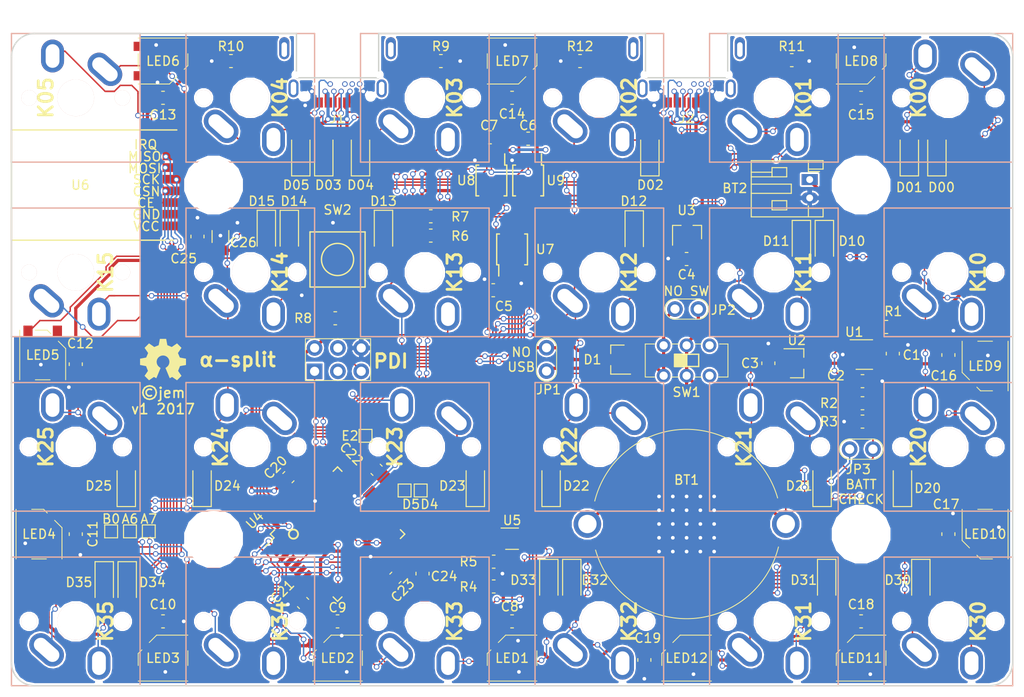
<source format=kicad_pcb>
(kicad_pcb (version 4) (host pcbnew 4.0.7)
  (layers (0 F.Cu signal) (31 B.Cu signal) (34 B.Paste user) (35 F.Paste user) (36 B.SilkS user) (37 F.SilkS user) (38 B.Mask user) (39 F.Mask user) (44 Edge.Cuts user))
  (net 0 "")
  (net 1 +5V)
  (net 2 GND)
  (net 3 /BAT_LVL)
  (net 4 VCC)
  (net 5 /ROW0)
  (net 6 /ROW1)
  (net 7 /ROW2)
  (net 8 /ROW3)
  (net 9 /PDI)
  (net 10 /RST)
  (net 11 /D4)
  (net 12 /D5)
  (net 13 /A6)
  (net 14 /A7)
  (net 15 "Net-(LED1-Pad2)")
  (net 16 "Net-(LED1-Pad4)")
  (net 17 "Net-(LED2-Pad2)")
  (net 18 "Net-(LED3-Pad2)")
  (net 19 "Net-(LED4-Pad2)")
  (net 20 "Net-(LED5-Pad2)")
  (net 21 "Net-(LED6-Pad2)")
  (net 22 "Net-(LED7-Pad2)")
  (net 23 "Net-(LED8-Pad2)")
  (net 24 "Net-(LED10-Pad4)")
  (net 25 "Net-(LED10-Pad2)")
  (net 26 "Net-(LED11-Pad2)")
  (net 27 /BAT_PROG)
  (net 28 /VBUS_CHECK)
  (net 29 /SDA)
  (net 30 /SCL)
  (net 31 /COL0)
  (net 32 /COL1)
  (net 33 /COL2)
  (net 34 /COL3)
  (net 35 /COL4)
  (net 36 /COL5)
  (net 37 /UNDER_LED)
  (net 38 /I2C_LEFT)
  (net 39 /I2C_RIGHT)
  (net 40 /USB_OE)
  (net 41 /CSN)
  (net 42 /MOSI)
  (net 43 /MISO)
  (net 44 /SCK)
  (net 45 /D-)
  (net 46 /D+)
  (net 47 /CE)
  (net 48 /IRQ)
  (net 49 +BATT)
  (net 50 /BAT_STAT)
  (net 51 "Net-(U9-Pad8)")
  (net 52 "Net-(U9-Pad9)")
  (net 53 /BATT_IN)
  (net 54 /BAT_LI_ION)
  (net 55 "Net-(SW1-Pad6)")
  (net 56 "Net-(SW1-Pad3)")
  (net 57 +3V3)
  (net 58 "Net-(J3-Pad3)")
  (net 59 "Net-(J3-Pad4)")
  (net 60 "Net-(LED12-Pad2)")
  (net 61 /E2)
  (net 62 /B0)
  (net 63 "Net-(D00-Pad2)")
  (net 64 "Net-(D01-Pad2)")
  (net 65 "Net-(D02-Pad2)")
  (net 66 "Net-(D03-Pad2)")
  (net 67 "Net-(D04-Pad2)")
  (net 68 "Net-(D05-Pad2)")
  (net 69 "Net-(D10-Pad2)")
  (net 70 "Net-(D11-Pad2)")
  (net 71 "Net-(D12-Pad2)")
  (net 72 "Net-(D13-Pad2)")
  (net 73 "Net-(D14-Pad2)")
  (net 74 "Net-(D15-Pad2)")
  (net 75 "Net-(D20-Pad2)")
  (net 76 "Net-(D21-Pad2)")
  (net 77 "Net-(D22-Pad2)")
  (net 78 "Net-(D23-Pad2)")
  (net 79 "Net-(D24-Pad2)")
  (net 80 "Net-(D25-Pad2)")
  (net 81 "Net-(D30-Pad2)")
  (net 82 "Net-(D31-Pad2)")
  (net 83 "Net-(D32-Pad2)")
  (net 84 "Net-(D33-Pad2)")
  (net 85 "Net-(D34-Pad2)")
  (net 86 "Net-(D35-Pad2)")
  (net 87 "Net-(U8-Pad8)")
  (net 88 "Net-(U8-Pad9)")
  (net 89 "Net-(J1-PadA5)")
  (net 90 "Net-(J1-PadB5)")
  (net 91 "Net-(J2-PadA5)")
  (net 92 "Net-(J2-PadB5)")
  (net 93 "Net-(J1-PadA2)")
  (net 94 "Net-(J1-PadA3)")
  (net 95 "Net-(J1-PadA8)")
  (net 96 "Net-(J1-PadA10)")
  (net 97 "Net-(J1-PadA11)")
  (net 98 "Net-(J1-PadB11)")
  (net 99 "Net-(J1-PadB8)")
  (net 100 "Net-(J1-PadB10)")
  (net 101 "Net-(J2-PadA2)")
  (net 102 "Net-(J2-PadA3)")
  (net 103 "Net-(J2-PadA8)")
  (net 104 "Net-(J2-PadA10)")
  (net 105 "Net-(J2-PadA11)")
  (net 106 "Net-(J2-PadB11)")
  (net 107 "Net-(J2-PadB8)")
  (net 108 "Net-(J2-PadB10)")
  (net 109 /USB_L_D+)
  (net 110 /USB_L_D-)
  (net 111 /USB_R_D+)
  (net 112 /USB_R_D-)
  (net 113 "Net-(J1-PadS1)")
  (net 114 "Net-(J2-PadS1)")
  (module StitchVia_2x2_0.3mm (layer F.Cu) (at 76.5 56.4)
    (fp_text reference REF** hide)
    (fp_text value StitchVia_0.3mm hide)
    (pad 1 thru_hole circle (at 0 0) (size 0.6 0.6) (drill 0.4) (layers *.Cu) (net 2 GND))
  )
  (module StitchVia_2x2_0.3mm (layer F.Cu) (at 75 56.4)
    (fp_text reference REF** hide)
    (fp_text value StitchVia_0.3mm hide)
    (pad 1 thru_hole circle (at 0 0) (size 0.6 0.6) (drill 0.4) (layers *.Cu) (net 2 GND))
  )
  (module StitchVia_2x2_0.3mm (layer F.Cu) (at 73.5 56.4)
    (fp_text reference REF** hide)
    (fp_text value StitchVia_0.3mm hide)
    (pad 1 thru_hole circle (at 0 0) (size 0.6 0.6) (drill 0.4) (layers *.Cu) (net 2 GND))
  )
  (module StitchVia_2x2_0.3mm (layer F.Cu) (at 72 56.4)
    (fp_text reference REF** hide)
    (fp_text value StitchVia_0.3mm hide)
    (pad 1 thru_hole circle (at 0 0) (size 0.6 0.6) (drill 0.4) (layers *.Cu) (net 2 GND))
  )
  (module StitchVia_2x2_0.3mm (layer F.Cu) (at 70.5 56.4)
    (fp_text reference REF** hide)
    (fp_text value StitchVia_0.3mm hide)
    (pad 1 thru_hole circle (at 0 0) (size 0.6 0.6) (drill 0.4) (layers *.Cu) (net 2 GND))
  )
  (module StitchVia_2x2_0.3mm (layer F.Cu) (at 76.5 54.9)
    (fp_text reference REF** hide)
    (fp_text value StitchVia_0.3mm hide)
    (pad 1 thru_hole circle (at 0 0) (size 0.6 0.6) (drill 0.4) (layers *.Cu) (net 2 GND))
  )
  (module StitchVia_2x2_0.3mm (layer F.Cu) (at 75 54.9)
    (fp_text reference REF** hide)
    (fp_text value StitchVia_0.3mm hide)
    (pad 1 thru_hole circle (at 0 0) (size 0.6 0.6) (drill 0.4) (layers *.Cu) (net 2 GND))
  )
  (module StitchVia_2x2_0.3mm (layer F.Cu) (at 73.5 54.9)
    (fp_text reference REF** hide)
    (fp_text value StitchVia_0.3mm hide)
    (pad 1 thru_hole circle (at 0 0) (size 0.6 0.6) (drill 0.4) (layers *.Cu) (net 2 GND))
  )
  (module StitchVia_2x2_0.3mm (layer F.Cu) (at 72 54.9)
    (fp_text reference REF** hide)
    (fp_text value StitchVia_0.3mm hide)
    (pad 1 thru_hole circle (at 0 0) (size 0.6 0.6) (drill 0.4) (layers *.Cu) (net 2 GND))
  )
  (module StitchVia_2x2_0.3mm (layer F.Cu) (at 70.5 54.9)
    (fp_text reference REF** hide)
    (fp_text value StitchVia_0.3mm hide)
    (pad 1 thru_hole circle (at 0 0) (size 0.6 0.6) (drill 0.4) (layers *.Cu) (net 2 GND))
  )
  (module StitchVia_2x2_0.3mm (layer F.Cu) (at 76.5 53.4)
    (fp_text reference REF** hide)
    (fp_text value StitchVia_0.3mm hide)
    (pad 1 thru_hole circle (at 0 0) (size 0.6 0.6) (drill 0.4) (layers *.Cu) (net 2 GND))
  )
  (module StitchVia_2x2_0.3mm (layer F.Cu) (at 75 53.4)
    (fp_text reference REF** hide)
    (fp_text value StitchVia_0.3mm hide)
    (pad 1 thru_hole circle (at 0 0) (size 0.6 0.6) (drill 0.4) (layers *.Cu) (net 2 GND))
  )
  (module StitchVia_2x2_0.3mm (layer F.Cu) (at 73.5 53.4)
    (fp_text reference REF** hide)
    (fp_text value StitchVia_0.3mm hide)
    (pad 1 thru_hole circle (at 0 0) (size 0.6 0.6) (drill 0.4) (layers *.Cu) (net 2 GND))
  )
  (module StitchVia_2x2_0.3mm (layer F.Cu) (at 72 53.4)
    (fp_text reference REF** hide)
    (fp_text value StitchVia_0.3mm hide)
    (pad 1 thru_hole circle (at 0 0) (size 0.6 0.6) (drill 0.4) (layers *.Cu) (net 2 GND))
  )
  (module StitchVia_2x2_0.3mm (layer F.Cu) (at 70.5 53.4)
    (fp_text reference REF** hide)
    (fp_text value StitchVia_0.3mm hide)
    (pad 1 thru_hole circle (at 0 0) (size 0.6 0.6) (drill 0.4) (layers *.Cu) (net 2 GND))
  )
  (module StitchVia_2x2_0.3mm (layer F.Cu) (at 76.5 51.9)
    (fp_text reference REF** hide)
    (fp_text value StitchVia_0.3mm hide)
    (pad 1 thru_hole circle (at 0 0) (size 0.6 0.6) (drill 0.4) (layers *.Cu) (net 2 GND))
  )
  (module StitchVia_2x2_0.3mm (layer F.Cu) (at 75 51.9)
    (fp_text reference REF** hide)
    (fp_text value StitchVia_0.3mm hide)
    (pad 1 thru_hole circle (at 0 0) (size 0.6 0.6) (drill 0.4) (layers *.Cu) (net 2 GND))
  )
  (module StitchVia_2x2_0.3mm (layer F.Cu) (at 73.5 51.9)
    (fp_text reference REF** hide)
    (fp_text value StitchVia_0.3mm hide)
    (pad 1 thru_hole circle (at 0 0) (size 0.6 0.6) (drill 0.4) (layers *.Cu) (net 2 GND))
  )
  (module StitchVia_2x2_0.3mm (layer F.Cu) (at 72 51.9)
    (fp_text reference REF** hide)
    (fp_text value StitchVia_0.3mm hide)
    (pad 1 thru_hole circle (at 0 0) (size 0.6 0.6) (drill 0.4) (layers *.Cu) (net 2 GND))
  )
  (module StitchVia_2x2_0.3mm (layer F.Cu) (at 70.5 51.9)
    (fp_text reference REF** hide)
    (fp_text value StitchVia_0.3mm hide)
    (pad 1 thru_hole circle (at 0 0) (size 0.6 0.6) (drill 0.4) (layers *.Cu) (net 2 GND))
  )
  (module StitchVia_2x2_0.3mm (layer F.Cu) (at 76.5 50.4)
    (fp_text reference REF** hide)
    (fp_text value StitchVia_0.3mm hide)
    (pad 1 thru_hole circle (at 0 0) (size 0.6 0.6) (drill 0.4) (layers *.Cu) (net 2 GND))
  )
  (module StitchVia_2x2_0.3mm (layer F.Cu) (at 75 50.4)
    (fp_text reference REF** hide)
    (fp_text value StitchVia_0.3mm hide)
    (pad 1 thru_hole circle (at 0 0) (size 0.6 0.6) (drill 0.4) (layers *.Cu) (net 2 GND))
  )
  (module StitchVia_2x2_0.3mm (layer F.Cu) (at 73.5 50.4)
    (fp_text reference REF** hide)
    (fp_text value StitchVia_0.3mm hide)
    (pad 1 thru_hole circle (at 0 0) (size 0.6 0.6) (drill 0.4) (layers *.Cu) (net 2 GND))
  )
  (module StitchVia_2x2_0.3mm (layer F.Cu) (at 72 50.4)
    (fp_text reference REF** hide)
    (fp_text value StitchVia_0.3mm hide)
    (pad 1 thru_hole circle (at 0 0) (size 0.6 0.6) (drill 0.4) (layers *.Cu) (net 2 GND))
  )
  (module StitchVia_2x2_0.3mm (layer F.Cu) (at 70.5 50.4)
    (fp_text reference REF** hide)
    (fp_text value StitchVia_0.3mm hide)
    (pad 1 thru_hole circle (at 0 0) (size 0.6 0.6) (drill 0.4) (layers *.Cu) (net 2 GND))
  )
  (module conn_usb:USB_TypeC_DX07B024XJ1 (layer F.Cu) (at 73.5 6.85 180)
    (fp_text reference J2 (at 0.01 -2.4 180) (layer F.SilkS))
    (fp_text value USB_C_Receptacle)
    (pad "" np_thru_hole circle (at 4.475 2.35 180) (size 0.7 0.7) (drill 0.7) (layers *.Cu *.Mask))
    (pad S1 thru_hole oval (at 5.8 5.1 180) (size 1.1 2.4) (drill oval 0.6 1.6 (offset 0 0.15)) (layers *.Cu *.Mask) (net 114 "Net-(J2-PadS1)"))
    (pad S1 thru_hole oval (at 4.8 0.875 180) (size 1.1 1.95) (drill oval 0.6 1.45) (layers *.Cu *.Mask) (net 114 "Net-(J2-PadS1)"))
    (pad S1 thru_hole oval (at -5.8 5.1 180) (size 1.1 2.4) (drill oval 0.6 1.6 (offset 0 0.15)) (layers *.Cu *.Mask) (net 114 "Net-(J2-PadS1)"))
    (pad S1 thru_hole oval (at -4.8 0.875 180) (size 1.1 1.95) (drill oval 0.6 1.45) (layers *.Cu *.Mask) (net 114 "Net-(J2-PadS1)"))
    (pad "" np_thru_hole circle (at 2.4 1.35 180) (size 0.35 0.35) (drill 0.35) (layers *.Cu))
    (pad "" np_thru_hole oval (at 3.6 0 180) (size 0.95 0.75) (drill oval 0.95 0.75) (layers *.Cu *.Mask))
    (pad A1 smd rect (at -2.75 -0.66 180) (size 0.3 1.1) (layers F.Cu F.Paste F.Mask) (net 2 GND))
    (pad B1 thru_hole circle (at 2.8 0.55 180) (size 0.6 0.6) (drill 0.4) (layers *.Cu *.Mask) (net 2 GND))
    (pad "" np_thru_hole circle (at -3.6 0 180) (size 0.75 0.75) (drill 0.75) (layers *.Cu *.Mask))
    (pad A2 smd rect (at -2.25 -0.66 180) (size 0.3 1.1) (layers F.Cu F.Paste F.Mask) (net 101 "Net-(J2-PadA2)"))
    (pad A3 smd rect (at -1.75 -0.66 180) (size 0.3 1.1) (layers F.Cu F.Paste F.Mask) (net 102 "Net-(J2-PadA3)"))
    (pad A4 smd rect (at -1.25 -0.66 180) (size 0.3 1.1) (layers F.Cu F.Paste F.Mask) (net 1 +5V))
    (pad A5 smd rect (at -0.75 -0.66 180) (size 0.3 1.1) (layers F.Cu F.Paste F.Mask) (net 91 "Net-(J2-PadA5)"))
    (pad A6 smd rect (at -0.25 -0.66 180) (size 0.3 1.1) (layers F.Cu F.Paste F.Mask) (net 111 /USB_R_D+))
    (pad A7 smd rect (at 0.25 -0.66 180) (size 0.3 1.1) (layers F.Cu F.Paste F.Mask) (net 112 /USB_R_D-))
    (pad A8 smd rect (at 0.75 -0.66 180) (size 0.3 1.1) (layers F.Cu F.Paste F.Mask) (net 103 "Net-(J2-PadA8)"))
    (pad A9 smd rect (at 1.25 -0.66 180) (size 0.3 1.1) (layers F.Cu F.Paste F.Mask) (net 1 +5V))
    (pad A10 smd rect (at 1.75 -0.66 180) (size 0.3 1.1) (layers F.Cu F.Paste F.Mask) (net 104 "Net-(J2-PadA10)"))
    (pad A11 smd rect (at 2.25 -0.66 180) (size 0.3 1.1) (layers F.Cu F.Paste F.Mask) (net 105 "Net-(J2-PadA11)"))
    (pad A12 smd rect (at 2.75 -0.66 180) (size 0.3 1.1) (layers F.Cu F.Paste F.Mask) (net 2 GND))
    (pad "" np_thru_hole circle (at 1.6 1.35 180) (size 0.35 0.35) (drill 0.35) (layers *.Cu))
    (pad B5 thru_hole circle (at 0.8 1.35 180) (size 0.6 0.6) (drill 0.4) (layers *.Cu *.Mask) (net 92 "Net-(J2-PadB5)"))
    (pad B7 thru_hole circle (at -0.4 0.55 180) (size 0.6 0.6) (drill 0.4) (layers *.Cu *.Mask) (net 112 /USB_R_D-))
    (pad B9 thru_hole circle (at -1.35 0.55 180) (size 0.6 0.6) (drill 0.4) (layers *.Cu *.Mask) (net 1 +5V))
    (pad B11 thru_hole circle (at -2.4 1.35 180) (size 0.6 0.6) (drill 0.4) (layers *.Cu *.Mask) (net 106 "Net-(J2-PadB11)"))
    (pad B4 thru_hole circle (at 1.35 0.55 180) (size 0.6 0.6) (drill 0.4) (layers *.Cu *.Mask) (net 1 +5V))
    (pad B6 thru_hole circle (at 0.4 0.55 180) (size 0.6 0.6) (drill 0.4) (layers *.Cu *.Mask) (net 111 /USB_R_D+))
    (pad B8 thru_hole circle (at -0.8 1.35 180) (size 0.6 0.6) (drill 0.4) (layers *.Cu *.Mask) (net 107 "Net-(J2-PadB8)"))
    (pad B10 thru_hole circle (at -1.6 1.35 180) (size 0.6 0.6) (drill 0.4) (layers *.Cu *.Mask) (net 108 "Net-(J2-PadB10)"))
    (pad B12 thru_hole circle (at -2.8 0.55 180) (size 0.6 0.6) (drill 0.4) (layers *.Cu *.Mask) (net 2 GND))
    (pad "" np_thru_hole circle (at -4.475 2.35 180) (size 0.7 0.7) (drill 0.7) (layers *.Cu *.Mask))
  )
  (module Conn_PinHeader_2.54mm:PinHeader_2x03_P2.54mm_Vertical (layer F.Cu) (at 33 36.775 90)
    (fp_text reference J3)
    (fp_text value PDI)
    (pad 1 thru_hole rect (at 0 0 90) (size 1.7 1.7) (drill 1) (layers *.Cu *.Mask) (net 9 /PDI))
    (pad 2 thru_hole oval (at 2.54 0 90) (size 1.7 1.7) (drill 1) (layers *.Cu *.Mask) (net 4 VCC))
    (pad 3 thru_hole oval (at 0 2.54 90) (size 1.7 1.7) (drill 1) (layers *.Cu *.Mask) (net 58 "Net-(J3-Pad3)"))
    (pad 4 thru_hole oval (at 2.54 2.54 90) (size 1.7 1.7) (drill 1) (layers *.Cu *.Mask) (net 59 "Net-(J3-Pad4)"))
    (pad 5 thru_hole oval (at 0 5.08 90) (size 1.7 1.7) (drill 1) (layers *.Cu *.Mask) (net 10 /RST))
    (pad 6 thru_hole oval (at 2.54 5.08 90) (size 1.7 1.7) (drill 1) (layers *.Cu *.Mask) (net 2 GND))
  )
  (module Package_QFP:TQFP-44_10x10mm_P0.8mm (layer F.Cu) (at 35.5 54.5 45)
    (fp_text reference U4 (at -5.303301 -7.424621 45) (layer F.SilkS))
    (fp_text value ATXMEGA-A4U-EPAD)
    (pad 1 smd rect (at -5.7 -4 45) (size 1.5 0.55) (layers F.Cu F.Paste F.Mask) (net 36 /COL5))
    (pad 2 smd rect (at -5.7 -3.2 45) (size 1.5 0.55) (layers F.Cu F.Paste F.Mask) (net 13 /A6))
    (pad 3 smd rect (at -5.7 -2.4 45) (size 1.5 0.55) (layers F.Cu F.Paste F.Mask) (net 14 /A7))
    (pad 4 smd rect (at -5.7 -1.6 45) (size 1.5 0.55) (layers F.Cu F.Paste F.Mask) (net 62 /B0))
    (pad 5 smd rect (at -5.7 -0.8 45) (size 1.5 0.55) (layers F.Cu F.Paste F.Mask) (net 3 /BAT_LVL))
    (pad 6 smd rect (at -5.7 0 45) (size 1.5 0.55) (layers F.Cu F.Paste F.Mask) (net 47 /CE))
    (pad 7 smd rect (at -5.7 0.8 45) (size 1.5 0.55) (layers F.Cu F.Paste F.Mask) (net 48 /IRQ))
    (pad 8 smd rect (at -5.7 1.6 45) (size 1.5 0.55) (layers F.Cu F.Paste F.Mask) (net 2 GND))
    (pad 9 smd rect (at -5.7 2.4 45) (size 1.5 0.55) (layers F.Cu F.Paste F.Mask) (net 4 VCC))
    (pad 10 smd rect (at -5.7 3.2 45) (size 1.5 0.55) (layers F.Cu F.Paste F.Mask) (net 37 /UNDER_LED))
    (pad 11 smd rect (at -5.7 4 45) (size 1.5 0.55) (layers F.Cu F.Paste F.Mask) (net 28 /VBUS_CHECK))
    (pad 12 smd rect (at -4 5.7 135) (size 1.5 0.55) (layers F.Cu F.Paste F.Mask) (net 27 /BAT_PROG))
    (pad 13 smd rect (at -3.2 5.7 135) (size 1.5 0.55) (layers F.Cu F.Paste F.Mask) (net 50 /BAT_STAT))
    (pad 14 smd rect (at -2.4 5.7 135) (size 1.5 0.55) (layers F.Cu F.Paste F.Mask) (net 41 /CSN))
    (pad 15 smd rect (at -1.6 5.7 135) (size 1.5 0.55) (layers F.Cu F.Paste F.Mask) (net 42 /MOSI))
    (pad 16 smd rect (at -0.8 5.7 135) (size 1.5 0.55) (layers F.Cu F.Paste F.Mask) (net 43 /MISO))
    (pad 17 smd rect (at 0 5.7 135) (size 1.5 0.55) (layers F.Cu F.Paste F.Mask) (net 44 /SCK))
    (pad 18 smd rect (at 0.8 5.7 135) (size 1.5 0.55) (layers F.Cu F.Paste F.Mask) (net 2 GND))
    (pad 19 smd rect (at 1.6 5.7 135) (size 1.5 0.55) (layers F.Cu F.Paste F.Mask) (net 4 VCC))
    (pad 20 smd rect (at 2.4 5.7 135) (size 1.5 0.55) (layers F.Cu F.Paste F.Mask) (net 8 /ROW3))
    (pad 21 smd rect (at 3.2 5.7 135) (size 1.5 0.55) (layers F.Cu F.Paste F.Mask) (net 7 /ROW2))
    (pad 22 smd rect (at 4 5.7 135) (size 1.5 0.55) (layers F.Cu F.Paste F.Mask) (net 5 /ROW0))
    (pad 23 smd rect (at 5.7 4 45) (size 1.5 0.55) (layers F.Cu F.Paste F.Mask) (net 6 /ROW1))
    (pad 24 smd rect (at 5.7 3.2 45) (size 1.5 0.55) (layers F.Cu F.Paste F.Mask) (net 11 /D4))
    (pad 25 smd rect (at 5.7 2.4 45) (size 1.5 0.55) (layers F.Cu F.Paste F.Mask) (net 12 /D5))
    (pad 26 smd rect (at 5.7 1.6 45) (size 1.5 0.55) (layers F.Cu F.Paste F.Mask) (net 45 /D-))
    (pad 27 smd rect (at 5.7 0.8 45) (size 1.5 0.55) (layers F.Cu F.Paste F.Mask) (net 46 /D+))
    (pad 28 smd rect (at 5.7 0 45) (size 1.5 0.55) (layers F.Cu F.Paste F.Mask) (net 29 /SDA))
    (pad 29 smd rect (at 5.7 -0.8 45) (size 1.5 0.55) (layers F.Cu F.Paste F.Mask) (net 30 /SCL))
    (pad 30 smd rect (at 5.7 -1.6 45) (size 1.5 0.55) (layers F.Cu F.Paste F.Mask) (net 2 GND))
    (pad 31 smd rect (at 5.7 -2.4 45) (size 1.5 0.55) (layers F.Cu F.Paste F.Mask) (net 4 VCC))
    (pad 32 smd rect (at 5.7 -3.2 45) (size 1.5 0.55) (layers F.Cu F.Paste F.Mask) (net 61 /E2))
    (pad 33 smd rect (at 5.7 -4 45) (size 1.5 0.55) (layers F.Cu F.Paste F.Mask) (net 39 /I2C_RIGHT))
    (pad 34 smd rect (at 4 -5.7 135) (size 1.5 0.55) (layers F.Cu F.Paste F.Mask) (net 9 /PDI))
    (pad 35 smd rect (at 3.2 -5.7 135) (size 1.5 0.55) (layers F.Cu F.Paste F.Mask) (net 10 /RST))
    (pad 36 smd rect (at 2.4 -5.7 135) (size 1.5 0.55) (layers F.Cu F.Paste F.Mask) (net 38 /I2C_LEFT))
    (pad 37 smd rect (at 1.6 -5.7 135) (size 1.5 0.55) (layers F.Cu F.Paste F.Mask) (net 40 /USB_OE))
    (pad 38 smd rect (at 0.8 -5.7 135) (size 1.5 0.55) (layers F.Cu F.Paste F.Mask) (net 2 GND))
    (pad 39 smd rect (at 0 -5.7 135) (size 1.5 0.55) (layers F.Cu F.Paste F.Mask) (net 4 VCC))
    (pad 40 smd rect (at -0.8 -5.7 135) (size 1.5 0.55) (layers F.Cu F.Paste F.Mask) (net 33 /COL2))
    (pad 41 smd rect (at -1.6 -5.7 135) (size 1.5 0.55) (layers F.Cu F.Paste F.Mask) (net 32 /COL1))
    (pad 42 smd rect (at -2.4 -5.7 135) (size 1.5 0.55) (layers F.Cu F.Paste F.Mask) (net 31 /COL0))
    (pad 43 smd rect (at -3.2 -5.7 135) (size 1.5 0.55) (layers F.Cu F.Paste F.Mask) (net 34 /COL3))
    (pad 44 smd rect (at -4 -5.7 135) (size 1.5 0.55) (layers F.Cu F.Paste F.Mask) (net 35 /COL4))
  )
  (module Resistor_SMD:R_0805_2012Metric (layer F.Cu) (at 52.5 60.2 180)
    (fp_text reference R4 (at 2.75 -0.05 180) (layer F.SilkS))
    (fp_text value 100k)
    (pad 1 smd rect (at -0.955 0 180) (size 0.97 1.5) (layers F.Cu F.Paste F.Mask) (net 1 +5V))
    (pad 2 smd rect (at 0.955 0 180) (size 0.97 1.5) (layers F.Cu F.Paste F.Mask) (net 28 /VBUS_CHECK))
  )
  (module MountingHole:MountingHole_6mm (layer F.Cu) (at 22 55)
    (fp_text reference "" (at 0 -7) (layer F.SilkS))
    (fp_text value MountingHole_6mm)
    (pad 1 np_thru_hole circle (at 0 0) (size 6 6) (drill 6) (layers *.Cu *.Mask))
  )
  (module MountingHole:MountingHole_6mm (layer F.Cu) (at 22 16.5)
    (fp_text reference "" (at 0 -7) (layer F.SilkS))
    (fp_text value MountingHole_6mm)
    (pad 1 np_thru_hole circle (at 0 0) (size 6 6) (drill 6) (layers *.Cu *.Mask))
  )
  (module Package_TO_SOT_SMD:SOT-353_SC-70-5 (layer F.Cu) (at 54.5 55)
    (fp_text reference U5 (at 0 -2) (layer F.SilkS))
    (fp_text value 74LVC1G34)
    (pad 1 smd rect (at -0.95 -0.65) (size 0.65 0.4) (layers F.Cu F.Paste F.Mask))
    (pad 3 smd rect (at -0.95 0.65) (size 0.65 0.4) (layers F.Cu F.Paste F.Mask) (net 2 GND))
    (pad 2 smd rect (at -0.95 0) (size 0.65 0.4) (layers F.Cu F.Paste F.Mask) (net 37 /UNDER_LED))
    (pad 4 smd rect (at 0.95 0.65) (size 0.65 0.4) (layers F.Cu F.Paste F.Mask) (net 16 "Net-(LED1-Pad4)"))
    (pad 5 smd rect (at 0.95 -0.65) (size 0.65 0.4) (layers F.Cu F.Paste F.Mask) (net 1 +5V))
  )
  (module neopixel:WS2812B (layer F.Cu) (at 54.5 68)
    (fp_text reference LED1 (at 0 0) (layer F.SilkS))
    (fp_text value WS2812B)
    (pad 1 smd rect (at -2.45 -1.6) (size 1.5 1) (layers F.Cu F.Paste F.Mask) (net 1 +5V))
    (pad 4 smd rect (at 2.45 -1.6) (size 1.5 1) (layers F.Cu F.Paste F.Mask) (net 16 "Net-(LED1-Pad4)"))
    (pad 2 smd rect (at -2.45 1.6) (size 1.5 1) (layers F.Cu F.Paste F.Mask) (net 15 "Net-(LED1-Pad2)"))
    (pad 3 smd rect (at 2.45 1.6) (size 1.5 1) (layers F.Cu F.Paste F.Mask) (net 2 GND))
  )
  (module neopixel:WS2812B (layer F.Cu) (at 35.5 68)
    (fp_text reference LED2 (at 0 0) (layer F.SilkS))
    (fp_text value WS2812B)
    (pad 1 smd rect (at -2.45 -1.6) (size 1.5 1) (layers F.Cu F.Paste F.Mask) (net 1 +5V))
    (pad 4 smd rect (at 2.45 -1.6) (size 1.5 1) (layers F.Cu F.Paste F.Mask) (net 15 "Net-(LED1-Pad2)"))
    (pad 2 smd rect (at -2.45 1.6) (size 1.5 1) (layers F.Cu F.Paste F.Mask) (net 17 "Net-(LED2-Pad2)"))
    (pad 3 smd rect (at 2.45 1.6) (size 1.5 1) (layers F.Cu F.Paste F.Mask) (net 2 GND))
  )
  (module neopixel:WS2812B (layer F.Cu) (at 16.5 68)
    (fp_text reference LED3 (at 0 0) (layer F.SilkS))
    (fp_text value WS2812B)
    (pad 1 smd rect (at -2.45 -1.6) (size 1.5 1) (layers F.Cu F.Paste F.Mask) (net 1 +5V))
    (pad 4 smd rect (at 2.45 -1.6) (size 1.5 1) (layers F.Cu F.Paste F.Mask) (net 17 "Net-(LED2-Pad2)"))
    (pad 2 smd rect (at -2.45 1.6) (size 1.5 1) (layers F.Cu F.Paste F.Mask) (net 18 "Net-(LED3-Pad2)"))
    (pad 3 smd rect (at 2.45 1.6) (size 1.5 1) (layers F.Cu F.Paste F.Mask) (net 2 GND))
  )
  (module neopixel:WS2812B (layer F.Cu) (at 3 54.5 270)
    (fp_text reference LED4 (at 0 0 360) (layer F.SilkS))
    (fp_text value WS2812B)
    (pad 1 smd rect (at -2.45 -1.6 270) (size 1.5 1) (layers F.Cu F.Paste F.Mask) (net 1 +5V))
    (pad 4 smd rect (at 2.45 -1.6 270) (size 1.5 1) (layers F.Cu F.Paste F.Mask) (net 18 "Net-(LED3-Pad2)"))
    (pad 2 smd rect (at -2.45 1.6 270) (size 1.5 1) (layers F.Cu F.Paste F.Mask) (net 19 "Net-(LED4-Pad2)"))
    (pad 3 smd rect (at 2.45 1.6 270) (size 1.5 1) (layers F.Cu F.Paste F.Mask) (net 2 GND))
  )
  (module neopixel:WS2812B (layer F.Cu) (at 3.4 35 270)
    (fp_text reference LED5 (at 0 0 360) (layer F.SilkS))
    (fp_text value WS2812B)
    (pad 1 smd rect (at -2.45 -1.6 270) (size 1.5 1) (layers F.Cu F.Paste F.Mask) (net 1 +5V))
    (pad 4 smd rect (at 2.45 -1.6 270) (size 1.5 1) (layers F.Cu F.Paste F.Mask) (net 19 "Net-(LED4-Pad2)"))
    (pad 2 smd rect (at -2.45 1.6 270) (size 1.5 1) (layers F.Cu F.Paste F.Mask) (net 20 "Net-(LED5-Pad2)"))
    (pad 3 smd rect (at 2.45 1.6 270) (size 1.5 1) (layers F.Cu F.Paste F.Mask) (net 2 GND))
  )
  (module neopixel:WS2812B (layer F.Cu) (at 16.5 3 180)
    (fp_text reference LED6 (at 0 0 180) (layer F.SilkS))
    (fp_text value WS2812B)
    (pad 1 smd rect (at -2.45 -1.6 180) (size 1.5 1) (layers F.Cu F.Paste F.Mask) (net 1 +5V))
    (pad 4 smd rect (at 2.45 -1.6 180) (size 1.5 1) (layers F.Cu F.Paste F.Mask) (net 20 "Net-(LED5-Pad2)"))
    (pad 2 smd rect (at -2.45 1.6 180) (size 1.5 1) (layers F.Cu F.Paste F.Mask) (net 21 "Net-(LED6-Pad2)"))
    (pad 3 smd rect (at 2.45 1.6 180) (size 1.5 1) (layers F.Cu F.Paste F.Mask) (net 2 GND))
  )
  (module neopixel:WS2812B (layer F.Cu) (at 54.5 3 180)
    (fp_text reference LED7 (at 0 0 180) (layer F.SilkS))
    (fp_text value WS2812B)
    (pad 1 smd rect (at -2.45 -1.6 180) (size 1.5 1) (layers F.Cu F.Paste F.Mask) (net 1 +5V))
    (pad 4 smd rect (at 2.45 -1.6 180) (size 1.5 1) (layers F.Cu F.Paste F.Mask) (net 21 "Net-(LED6-Pad2)"))
    (pad 2 smd rect (at -2.45 1.6 180) (size 1.5 1) (layers F.Cu F.Paste F.Mask) (net 22 "Net-(LED7-Pad2)"))
    (pad 3 smd rect (at 2.45 1.6 180) (size 1.5 1) (layers F.Cu F.Paste F.Mask) (net 2 GND))
  )
  (module neopixel:WS2812B (layer F.Cu) (at 92.5 3 180)
    (fp_text reference LED8 (at 0 0 180) (layer F.SilkS))
    (fp_text value WS2812B)
    (pad 1 smd rect (at -2.45 -1.6 180) (size 1.5 1) (layers F.Cu F.Paste F.Mask) (net 1 +5V))
    (pad 4 smd rect (at 2.45 -1.6 180) (size 1.5 1) (layers F.Cu F.Paste F.Mask) (net 22 "Net-(LED7-Pad2)"))
    (pad 2 smd rect (at -2.45 1.6 180) (size 1.5 1) (layers F.Cu F.Paste F.Mask) (net 23 "Net-(LED8-Pad2)"))
    (pad 3 smd rect (at 2.45 1.6 180) (size 1.5 1) (layers F.Cu F.Paste F.Mask) (net 2 GND))
  )
  (module neopixel:WS2812B (layer F.Cu) (at 106 36.2 90)
    (fp_text reference LED9 (at 0 0 360) (layer F.SilkS))
    (fp_text value WS2812B)
    (pad 1 smd rect (at -2.45 -1.6 90) (size 1.5 1) (layers F.Cu F.Paste F.Mask) (net 1 +5V))
    (pad 4 smd rect (at 2.45 -1.6 90) (size 1.5 1) (layers F.Cu F.Paste F.Mask) (net 23 "Net-(LED8-Pad2)"))
    (pad 2 smd rect (at -2.45 1.6 90) (size 1.5 1) (layers F.Cu F.Paste F.Mask) (net 24 "Net-(LED10-Pad4)"))
    (pad 3 smd rect (at 2.45 1.6 90) (size 1.5 1) (layers F.Cu F.Paste F.Mask) (net 2 GND))
  )
  (module neopixel:WS2812B (layer F.Cu) (at 106 54.5 90)
    (fp_text reference LED10 (at 0 0 180) (layer F.SilkS))
    (fp_text value WS2812B)
    (pad 1 smd rect (at -2.45 -1.6 90) (size 1.5 1) (layers F.Cu F.Paste F.Mask) (net 1 +5V))
    (pad 4 smd rect (at 2.45 -1.6 90) (size 1.5 1) (layers F.Cu F.Paste F.Mask) (net 24 "Net-(LED10-Pad4)"))
    (pad 2 smd rect (at -2.45 1.6 90) (size 1.5 1) (layers F.Cu F.Paste F.Mask) (net 25 "Net-(LED10-Pad2)"))
    (pad 3 smd rect (at 2.45 1.6 90) (size 1.5 1) (layers F.Cu F.Paste F.Mask) (net 2 GND))
  )
  (module neopixel:WS2812B (layer F.Cu) (at 92.5 68)
    (fp_text reference LED11 (at 0 0) (layer F.SilkS))
    (fp_text value WS2812B)
    (pad 1 smd rect (at -2.45 -1.6) (size 1.5 1) (layers F.Cu F.Paste F.Mask) (net 1 +5V))
    (pad 4 smd rect (at 2.45 -1.6) (size 1.5 1) (layers F.Cu F.Paste F.Mask) (net 25 "Net-(LED10-Pad2)"))
    (pad 2 smd rect (at -2.45 1.6) (size 1.5 1) (layers F.Cu F.Paste F.Mask) (net 26 "Net-(LED11-Pad2)"))
    (pad 3 smd rect (at 2.45 1.6) (size 1.5 1) (layers F.Cu F.Paste F.Mask) (net 2 GND))
  )
  (module neopixel:WS2812B (layer F.Cu) (at 73.5 68)
    (fp_text reference LED12 (at 0 0) (layer F.SilkS))
    (fp_text value WS2812B)
    (pad 1 smd rect (at -2.45 -1.6) (size 1.5 1) (layers F.Cu F.Paste F.Mask) (net 1 +5V))
    (pad 4 smd rect (at 2.45 -1.6) (size 1.5 1) (layers F.Cu F.Paste F.Mask) (net 26 "Net-(LED11-Pad2)"))
    (pad 2 smd rect (at -2.45 1.6) (size 1.5 1) (layers F.Cu F.Paste F.Mask) (net 60 "Net-(LED12-Pad2)"))
    (pad 3 smd rect (at 2.45 1.6) (size 1.5 1) (layers F.Cu F.Paste F.Mask) (net 2 GND))
  )
  (module Package_TO_SOT_SMD:SOT-23 (layer F.Cu) (at 66 35.5 180)
    (fp_text reference D1 (at 2.75 0 180) (layer F.SilkS))
    (fp_text value D_Schottky_x2_KCom_AAK)
    (pad 1 smd rect (at -1 -0.95 180) (size 0.9 0.8) (layers F.Cu F.Paste F.Mask) (net 49 +BATT))
    (pad 2 smd rect (at -1 0.95 180) (size 0.9 0.8) (layers F.Cu F.Paste F.Mask) (net 57 +3V3))
    (pad 3 smd rect (at 1 0 180) (size 0.9 0.8) (layers F.Cu F.Paste F.Mask) (net 4 VCC))
  )
  (module Package_TO_SOT_SMD:SOT-23-5 (layer F.Cu) (at 92.85 34.95)
    (fp_text reference U1 (at -1.1 -2.45) (layer F.SilkS))
    (fp_text value MCP73831)
    (pad 1 smd rect (at -1.1 -0.95) (size 1.06 0.65) (layers F.Cu F.Paste F.Mask) (net 50 /BAT_STAT))
    (pad 2 smd rect (at -1.1 0) (size 1.06 0.65) (layers F.Cu F.Paste F.Mask) (net 2 GND))
    (pad 3 smd rect (at -1.1 0.95) (size 1.06 0.65) (layers F.Cu F.Paste F.Mask) (net 54 /BAT_LI_ION))
    (pad 4 smd rect (at 1.1 0.95) (size 1.06 0.65) (layers F.Cu F.Paste F.Mask) (net 1 +5V))
    (pad 5 smd rect (at 1.1 -0.95) (size 1.06 0.65) (layers F.Cu F.Paste F.Mask) (net 27 /BAT_PROG))
  )
  (module Package_TO_SOT_SMD:SOT-23 (layer F.Cu) (at 85.5 35.9)
    (fp_text reference U2 (at 0 -2.5) (layer F.SilkS))
    (fp_text value "MCP1700 (3.0V)")
    (pad 1 smd rect (at -1 -0.95) (size 0.9 0.8) (layers F.Cu F.Paste F.Mask) (net 2 GND))
    (pad 2 smd rect (at -1 0.95) (size 0.9 0.8) (layers F.Cu F.Paste F.Mask) (net 53 /BATT_IN))
    (pad 3 smd rect (at 1 0) (size 0.9 0.8) (layers F.Cu F.Paste F.Mask) (net 54 /BAT_LI_ION))
  )
  (module Package_TO_SOT_SMD:SOT-23 (layer F.Cu) (at 73.55 21.65 90)
    (fp_text reference U3 (at 2.4 -0.05 180) (layer F.SilkS))
    (fp_text value "MCP1700 (3.3V)")
    (pad 1 smd rect (at -1 -0.95 90) (size 0.9 0.8) (layers F.Cu F.Paste F.Mask) (net 2 GND))
    (pad 2 smd rect (at -1 0.95 90) (size 0.9 0.8) (layers F.Cu F.Paste F.Mask) (net 57 +3V3))
    (pad 3 smd rect (at 1 0 90) (size 0.9 0.8) (layers F.Cu F.Paste F.Mask) (net 1 +5V))
  )
  (module nordic:NRF24L01-Module-SMD (layer F.Cu) (at 17 16.5)
    (fp_text reference U6 (at -9.5 0) (layer F.SilkS))
    (fp_text value nRF24L01_module)
    (fp_text user IRQ (at -2.4 -4.4) (layer F.SilkS))
    (fp_text user MISO (at -2.5 -3.1) (layer F.SilkS))
    (fp_text user MOSI (at -2.5 -1.8) (layer F.SilkS))
    (fp_text user SCK (at -2.3 -0.6) (layer F.SilkS))
    (fp_text user CSN (at -2.3 0.7) (layer F.SilkS))
    (fp_text user CE (at -2.35 1.95) (layer F.SilkS))
    (fp_text user GND (at -2.3 3.2) (layer F.SilkS))
    (fp_text user VCC (at -2.3 4.5) (layer F.SilkS))
    (pad 8 smd rect (at 0 -4.445) (size 2 0.95) (drill (offset 0.45 0)) (layers F.Cu F.Paste F.Mask) (net 48 /IRQ))
    (pad 7 smd rect (at 0 -3.175) (size 2 0.95) (drill (offset 0.45 0)) (layers F.Cu F.Paste F.Mask) (net 43 /MISO))
    (pad 6 smd rect (at 0 -1.905) (size 2 0.95) (drill (offset 0.45 0)) (layers F.Cu F.Paste F.Mask) (net 42 /MOSI))
    (pad 5 smd rect (at 0 -0.635) (size 2 0.95) (drill (offset 0.45 0)) (layers F.Cu F.Paste F.Mask) (net 44 /SCK))
    (pad 4 smd rect (at 0 0.635) (size 2 0.95) (drill (offset 0.45 0)) (layers F.Cu F.Paste F.Mask) (net 41 /CSN))
    (pad 3 smd rect (at 0 1.905) (size 2 0.95) (drill (offset 0.45 0)) (layers F.Cu F.Paste F.Mask) (net 47 /CE))
    (pad 2 smd rect (at 0 3.175) (size 2 0.95) (drill (offset 0.45 0)) (layers F.Cu F.Paste F.Mask) (net 2 GND))
    (pad 1 smd rect (at 0 4.445) (size 2 0.95) (drill (offset 0.45 0)) (layers F.Cu F.Paste F.Mask) (net 4 VCC))
  )
  (module Conn_JST:JST_PH_S2B-PH-K_1x02_P2.00mm_Horizontal (layer F.Cu) (at 86.9 15.9 270)
    (fp_text reference BT2 (at 0.95 8.15 360) (layer F.SilkS))
    (fp_text value Battery_Cell)
    (pad 1 thru_hole rect (at 0 0 270) (size 1.2 1.75) (drill 0.75) (layers *.Cu *.Mask) (net 54 /BAT_LI_ION))
    (pad 2 thru_hole oval (at 2 0 270) (size 1.2 1.75) (drill 0.75) (layers *.Cu *.Mask) (net 2 GND))
  )
  (module Package_SSOP:MSOP-10_3x3mm_P0.5mm (layer F.Cu) (at 54.5 23.5 90)
    (fp_text reference U7 (at 0 3.6 180) (layer F.SilkS))
    (fp_text value FSUSB42)
    (pad 1 smd rect (at -2.2 -1 90) (size 1.4 0.3) (layers F.Cu F.Paste F.Mask) (net 57 +3V3))
    (pad 2 smd rect (at -2.2 -0.5 90) (size 1.4 0.3) (layers F.Cu F.Paste F.Mask) (net 38 /I2C_LEFT))
    (pad 3 smd rect (at -2.2 0 90) (size 1.4 0.3) (layers F.Cu F.Paste F.Mask) (net 46 /D+))
    (pad 4 smd rect (at -2.2 0.5 90) (size 1.4 0.3) (layers F.Cu F.Paste F.Mask) (net 45 /D-))
    (pad 5 smd rect (at -2.2 1 90) (size 1.4 0.3) (layers F.Cu F.Paste F.Mask) (net 2 GND))
    (pad 6 smd rect (at 2.2 1 90) (size 1.4 0.3) (layers F.Cu F.Paste F.Mask) (net 112 /USB_R_D-))
    (pad 7 smd rect (at 2.2 0.5 90) (size 1.4 0.3) (layers F.Cu F.Paste F.Mask) (net 111 /USB_R_D+))
    (pad 8 smd rect (at 2.2 0 90) (size 1.4 0.3) (layers F.Cu F.Paste F.Mask) (net 110 /USB_L_D-))
    (pad 9 smd rect (at 2.2 -0.5 90) (size 1.4 0.3) (layers F.Cu F.Paste F.Mask) (net 109 /USB_L_D+))
    (pad 10 smd rect (at 2.2 -1 90) (size 1.4 0.3) (layers F.Cu F.Paste F.Mask) (net 40 /USB_OE))
  )
  (module Capacitor_SMD:C_0805_2012Metric (layer F.Cu) (at 95.95 34.85 90)
    (fp_text reference C1 (at -0.15 2.05 180) (layer F.SilkS))
    (fp_text value 4.7uF)
    (pad 1 smd rect (at -0.955 0 90) (size 0.97 1.5) (layers F.Cu F.Paste F.Mask) (net 1 +5V))
    (pad 2 smd rect (at 0.955 0 90) (size 0.97 1.5) (layers F.Cu F.Paste F.Mask) (net 2 GND))
  )
  (module Capacitor_SMD:C_0805_2012Metric (layer F.Cu) (at 92.65 37.85)
    (fp_text reference C2 (at -2.9 -0.6) (layer F.SilkS))
    (fp_text value 4.7uF)
    (pad 1 smd rect (at -0.955 0) (size 0.97 1.5) (layers F.Cu F.Paste F.Mask) (net 54 /BAT_LI_ION))
    (pad 2 smd rect (at 0.955 0) (size 0.97 1.5) (layers F.Cu F.Paste F.Mask) (net 2 GND))
  )
  (module Capacitor_SMD:C_0805_2012Metric (layer F.Cu) (at 82.4 35.9 270)
    (fp_text reference C3 (at 0 2 360) (layer F.SilkS))
    (fp_text value 1uF)
    (pad 1 smd rect (at -0.955 0 270) (size 0.97 1.5) (layers F.Cu F.Paste F.Mask) (net 2 GND))
    (pad 2 smd rect (at 0.955 0 270) (size 0.97 1.5) (layers F.Cu F.Paste F.Mask) (net 53 /BATT_IN))
  )
  (module Capacitor_SMD:C_0805_2012Metric (layer F.Cu) (at 73.5 24.55)
    (fp_text reference C4 (at 0 1.7) (layer F.SilkS))
    (fp_text value 1uF)
    (pad 1 smd rect (at -0.955 0) (size 0.97 1.5) (layers F.Cu F.Paste F.Mask) (net 2 GND))
    (pad 2 smd rect (at 0.955 0) (size 0.97 1.5) (layers F.Cu F.Paste F.Mask) (net 57 +3V3))
  )
  (module Capacitor_SMD:C_0805_2012Metric (layer F.Cu) (at 54.5 64)
    (fp_text reference C8 (at -0.25 -1.6) (layer F.SilkS))
    (fp_text value 0.1uF)
    (pad 1 smd rect (at -0.955 0) (size 0.97 1.5) (layers F.Cu F.Paste F.Mask) (net 1 +5V))
    (pad 2 smd rect (at 0.955 0) (size 0.97 1.5) (layers F.Cu F.Paste F.Mask) (net 2 GND))
  )
  (module Capacitor_SMD:C_0805_2012Metric (layer F.Cu) (at 35.5 64)
    (fp_text reference C9 (at 0 -1.5) (layer F.SilkS))
    (fp_text value 0.1uF)
    (pad 1 smd rect (at -0.955 0) (size 0.97 1.5) (layers F.Cu F.Paste F.Mask) (net 1 +5V))
    (pad 2 smd rect (at 0.955 0) (size 0.97 1.5) (layers F.Cu F.Paste F.Mask) (net 2 GND))
  )
  (module Capacitor_SMD:C_0805_2012Metric (layer F.Cu) (at 31.75 62 315)
    (fp_text reference C21 (at -2.474874 0.707107 405) (layer F.SilkS))
    (fp_text value 0.1uF)
    (pad 1 smd rect (at -0.955 0 315) (size 0.97 1.5) (layers F.Cu F.Paste F.Mask) (net 2 GND))
    (pad 2 smd rect (at 0.955 0 315) (size 0.97 1.5) (layers F.Cu F.Paste F.Mask) (net 4 VCC))
  )
  (module Capacitor_SMD:C_0805_2012Metric (layer F.Cu) (at 30.15 48.3 225)
    (fp_text reference C20 (at 0.247487 1.732412 225) (layer F.SilkS))
    (fp_text value 0.1uF)
    (pad 1 smd rect (at -0.955 0 225) (size 0.97 1.5) (layers F.Cu F.Paste F.Mask) (net 2 GND))
    (pad 2 smd rect (at 0.955 0 225) (size 0.97 1.5) (layers F.Cu F.Paste F.Mask) (net 4 VCC))
  )
  (module Capacitor_SMD:C_0805_2012Metric (layer F.Cu) (at 39.75 47.5 135)
    (fp_text reference C22 (at 3.181981 -0.707107 135) (layer F.SilkS))
    (fp_text value 0.1uF)
    (pad 1 smd rect (at -0.955 0 135) (size 0.97 1.5) (layers F.Cu F.Paste F.Mask) (net 2 GND))
    (pad 2 smd rect (at 0.955 0 135) (size 0.97 1.5) (layers F.Cu F.Paste F.Mask) (net 4 VCC))
  )
  (module Capacitor_SMD:C_0805_2012Metric (layer F.Cu) (at 16.5 64)
    (fp_text reference C10 (at 0 -1.85) (layer F.SilkS))
    (fp_text value 0.1uF)
    (pad 1 smd rect (at -0.955 0) (size 0.97 1.5) (layers F.Cu F.Paste F.Mask) (net 1 +5V))
    (pad 2 smd rect (at 0.955 0) (size 0.97 1.5) (layers F.Cu F.Paste F.Mask) (net 2 GND))
  )
  (module Capacitor_SMD:C_0805_2012Metric (layer F.Cu) (at 7 54.5 270)
    (fp_text reference C11 (at 0 -1.85 270) (layer F.SilkS))
    (fp_text value 0.1uF)
    (pad 1 smd rect (at -0.955 0 270) (size 0.97 1.5) (layers F.Cu F.Paste F.Mask) (net 1 +5V))
    (pad 2 smd rect (at 0.955 0 270) (size 0.97 1.5) (layers F.Cu F.Paste F.Mask) (net 2 GND))
  )
  (module Capacitor_SMD:C_0805_2012Metric (layer F.Cu) (at 7 36 270)
    (fp_text reference C12 (at -2.25 -0.5 540) (layer F.SilkS))
    (fp_text value 0.1uF)
    (pad 1 smd rect (at -0.955 0 270) (size 0.97 1.5) (layers F.Cu F.Paste F.Mask) (net 1 +5V))
    (pad 2 smd rect (at 0.955 0 270) (size 0.97 1.5) (layers F.Cu F.Paste F.Mask) (net 2 GND))
  )
  (module Capacitor_SMD:C_0805_2012Metric (layer F.Cu) (at 16.5 7 180)
    (fp_text reference C13 (at 0 -1.85 180) (layer F.SilkS))
    (fp_text value 0.1uF)
    (pad 1 smd rect (at -0.955 0 180) (size 0.97 1.5) (layers F.Cu F.Paste F.Mask) (net 1 +5V))
    (pad 2 smd rect (at 0.955 0 180) (size 0.97 1.5) (layers F.Cu F.Paste F.Mask) (net 2 GND))
  )
  (module Capacitor_SMD:C_0805_2012Metric (layer F.Cu) (at 54.5 7 180)
    (fp_text reference C14 (at 0 -1.75 180) (layer F.SilkS))
    (fp_text value 0.1uF)
    (pad 1 smd rect (at -0.955 0 180) (size 0.97 1.5) (layers F.Cu F.Paste F.Mask) (net 1 +5V))
    (pad 2 smd rect (at 0.955 0 180) (size 0.97 1.5) (layers F.Cu F.Paste F.Mask) (net 2 GND))
  )
  (module Capacitor_SMD:C_0805_2012Metric (layer F.Cu) (at 41.8 59.25 45)
    (fp_text reference C23 (at -0.424264 1.555635 45) (layer F.SilkS))
    (fp_text value 0.1uF)
    (pad 1 smd rect (at -0.955 0 45) (size 0.97 1.5) (layers F.Cu F.Paste F.Mask) (net 2 GND))
    (pad 2 smd rect (at 0.955 0 45) (size 0.97 1.5) (layers F.Cu F.Paste F.Mask) (net 4 VCC))
  )
  (module Capacitor_SMD:C_0805_2012Metric (layer F.Cu) (at 44.75 58.8 90)
    (fp_text reference C24 (at -0.3 2.35 180) (layer F.SilkS))
    (fp_text value 10uF)
    (pad 1 smd rect (at -0.955 0 90) (size 0.97 1.5) (layers F.Cu F.Paste F.Mask) (net 2 GND))
    (pad 2 smd rect (at 0.955 0 90) (size 0.97 1.5) (layers F.Cu F.Paste F.Mask) (net 4 VCC))
  )
  (module Capacitor_SMD:C_0805_2012Metric (layer F.Cu) (at 92.5 7 180)
    (fp_text reference C15 (at 0 -1.85 180) (layer F.SilkS))
    (fp_text value 0.1uF)
    (pad 1 smd rect (at -0.955 0 180) (size 0.97 1.5) (layers F.Cu F.Paste F.Mask) (net 1 +5V))
    (pad 2 smd rect (at 0.955 0 180) (size 0.97 1.5) (layers F.Cu F.Paste F.Mask) (net 2 GND))
  )
  (module Capacitor_SMD:C_0805_2012Metric (layer F.Cu) (at 102 35 90)
    (fp_text reference C16 (at -2.25 -0.5 180) (layer F.SilkS))
    (fp_text value 0.1uF)
    (pad 1 smd rect (at -0.955 0 90) (size 0.97 1.5) (layers F.Cu F.Paste F.Mask) (net 1 +5V))
    (pad 2 smd rect (at 0.955 0 90) (size 0.97 1.5) (layers F.Cu F.Paste F.Mask) (net 2 GND))
  )
  (module Capacitor_SMD:C_0805_2012Metric (layer F.Cu) (at 102 54.5 90)
    (fp_text reference C17 (at 3.25 -0.25 180) (layer F.SilkS))
    (fp_text value 0.1uF)
    (pad 1 smd rect (at -0.955 0 90) (size 0.97 1.5) (layers F.Cu F.Paste F.Mask) (net 1 +5V))
    (pad 2 smd rect (at 0.955 0 90) (size 0.97 1.5) (layers F.Cu F.Paste F.Mask) (net 2 GND))
  )
  (module Capacitor_SMD:C_0805_2012Metric (layer F.Cu) (at 92.5 64)
    (fp_text reference C18 (at 0 -1.85) (layer F.SilkS))
    (fp_text value 0.1uF)
    (pad 1 smd rect (at -0.955 0) (size 0.97 1.5) (layers F.Cu F.Paste F.Mask) (net 1 +5V))
    (pad 2 smd rect (at 0.955 0) (size 0.97 1.5) (layers F.Cu F.Paste F.Mask) (net 2 GND))
  )
  (module Capacitor_SMD:C_0805_2012Metric (layer F.Cu) (at 68.9 68.2 270)
    (fp_text reference C19 (at -2.375 -0.375 360) (layer F.SilkS))
    (fp_text value 0.1uF)
    (pad 1 smd rect (at -0.955 0 270) (size 0.97 1.5) (layers F.Cu F.Paste F.Mask) (net 1 +5V))
    (pad 2 smd rect (at 0.955 0 270) (size 0.97 1.5) (layers F.Cu F.Paste F.Mask) (net 2 GND))
  )
  (module Capacitor_SMD:C_0805_2012Metric (layer F.Cu) (at 52.45 27.95 180)
    (fp_text reference C5 (at -1.15 -1.75 180) (layer F.SilkS))
    (fp_text value 0.1uF)
    (pad 1 smd rect (at -0.955 0 180) (size 0.97 1.5) (layers F.Cu F.Paste F.Mask) (net 57 +3V3))
    (pad 2 smd rect (at 0.955 0 180) (size 0.97 1.5) (layers F.Cu F.Paste F.Mask) (net 2 GND))
  )
  (module Capacitor_SMD:C_0805_2012Metric (layer F.Cu) (at 56.25 11.45 180)
    (fp_text reference C6 (at 0 1.45 180) (layer F.SilkS))
    (fp_text value 0.1uF)
    (pad 1 smd rect (at -0.955 0 180) (size 0.97 1.5) (layers F.Cu F.Paste F.Mask) (net 57 +3V3))
    (pad 2 smd rect (at 0.955 0 180) (size 0.97 1.5) (layers F.Cu F.Paste F.Mask) (net 2 GND))
  )
  (module Resistor_SMD:R_0805_2012Metric (layer F.Cu) (at 95.25 31.95)
    (fp_text reference R1 (at 0.75 -1.7) (layer F.SilkS))
    (fp_text value 10k)
    (pad 1 smd rect (at -0.955 0) (size 0.97 1.5) (layers F.Cu F.Paste F.Mask) (net 27 /BAT_PROG))
    (pad 2 smd rect (at 0.955 0) (size 0.97 1.5) (layers F.Cu F.Paste F.Mask) (net 2 GND))
  )
  (module Resistor_SMD:R_0805_2012Metric (layer F.Cu) (at 92.65 40.25)
    (fp_text reference R2 (at -3.65 0) (layer F.SilkS))
    (fp_text value 470k)
    (pad 1 smd rect (at -0.955 0) (size 0.97 1.5) (layers F.Cu F.Paste F.Mask) (net 54 /BAT_LI_ION))
    (pad 2 smd rect (at 0.955 0) (size 0.97 1.5) (layers F.Cu F.Paste F.Mask) (net 3 /BAT_LVL))
  )
  (module Resistor_SMD:R_0805_2012Metric (layer F.Cu) (at 92.65 42.25 180)
    (fp_text reference R3 (at 3.65 0 180) (layer F.SilkS))
    (fp_text value 470k)
    (pad 1 smd rect (at -0.955 0 180) (size 0.97 1.5) (layers F.Cu F.Paste F.Mask) (net 3 /BAT_LVL))
    (pad 2 smd rect (at 0.955 0 180) (size 0.97 1.5) (layers F.Cu F.Paste F.Mask) (net 2 GND))
  )
  (module Resistor_SMD:R_0805_2012Metric (layer F.Cu) (at 52.5 57.5)
    (fp_text reference R5 (at -2.75 0) (layer F.SilkS))
    (fp_text value 100k)
    (pad 1 smd rect (at -0.955 0) (size 0.97 1.5) (layers F.Cu F.Paste F.Mask) (net 28 /VBUS_CHECK))
    (pad 2 smd rect (at 0.955 0) (size 0.97 1.5) (layers F.Cu F.Paste F.Mask) (net 2 GND))
  )
  (module Resistor_SMD:R_0805_2012Metric (layer F.Cu) (at 45.65 22)
    (fp_text reference R6 (at 3.2 0.05) (layer F.SilkS))
    (fp_text value 10k)
    (pad 1 smd rect (at -0.955 0) (size 0.97 1.5) (layers F.Cu F.Paste F.Mask) (net 57 +3V3))
    (pad 2 smd rect (at 0.955 0) (size 0.97 1.5) (layers F.Cu F.Paste F.Mask) (net 29 /SDA))
  )
  (module Resistor_SMD:R_0805_2012Metric (layer F.Cu) (at 45.65 19.9)
    (fp_text reference R7 (at 3.2 0.05) (layer F.SilkS))
    (fp_text value 10k)
    (pad 1 smd rect (at -0.955 0) (size 0.97 1.5) (layers F.Cu F.Paste F.Mask) (net 57 +3V3))
    (pad 2 smd rect (at 0.955 0) (size 0.97 1.5) (layers F.Cu F.Paste F.Mask) (net 30 /SCL))
  )
  (module Resistor_SMD:R_0805_2012Metric (layer F.Cu) (at 35.25 31)
    (fp_text reference R8 (at -3.5 0) (layer F.SilkS))
    (fp_text value 10k)
    (pad 1 smd rect (at -0.955 0) (size 0.97 1.5) (layers F.Cu F.Paste F.Mask) (net 4 VCC))
    (pad 2 smd rect (at 0.955 0) (size 0.97 1.5) (layers F.Cu F.Paste F.Mask) (net 10 /RST))
  )
  (module MountingHole:MountingHole_6mm (layer F.Cu) (at 92.5 16.5)
    (fp_text reference "" (at 0 -7) (layer F.SilkS))
    (fp_text value MountingHole_6mm)
    (pad 1 np_thru_hole circle (at 0 0) (size 6 6) (drill 6) (layers *.Cu *.Mask))
  )
  (module Capacitor_SMD:C_0805_2012Metric (layer F.Cu) (at 52.1 11.3 180)
    (fp_text reference C7 (at 0.1 1.3 180) (layer F.SilkS))
    (fp_text value 0.1uF)
    (pad 1 smd rect (at -0.955 0 180) (size 0.97 1.5) (layers F.Cu F.Paste F.Mask) (net 57 +3V3))
    (pad 2 smd rect (at 0.955 0 180) (size 0.97 1.5) (layers F.Cu F.Paste F.Mask) (net 2 GND))
  )
  (module Capacitor_SMD:C_1206_3216Metric (layer F.Cu) (at 22.75 22.1 270)
    (fp_text reference C26 (at 0.65 -2.5 360) (layer F.SilkS))
    (fp_text value 47uF)
    (pad 1 smd rect (at -1.505 0 270) (size 1.07 1.8) (layers F.Cu F.Paste F.Mask) (net 2 GND))
    (pad 2 smd rect (at 1.505 0 270) (size 1.07 1.8) (layers F.Cu F.Paste F.Mask) (net 4 VCC))
  )
  (module Package_SSOP:MSOP-10_3x3mm_P0.5mm (layer F.Cu) (at 52.25 16 270)
    (fp_text reference U8 (at 0 2.75 360) (layer F.SilkS))
    (fp_text value FSUSB42)
    (pad 1 smd rect (at -2.2 -1 270) (size 1.4 0.3) (layers F.Cu F.Paste F.Mask) (net 57 +3V3))
    (pad 2 smd rect (at -2.2 -0.5 270) (size 1.4 0.3) (layers F.Cu F.Paste F.Mask) (net 2 GND))
    (pad 3 smd rect (at -2.2 0 270) (size 1.4 0.3) (layers F.Cu F.Paste F.Mask) (net 30 /SCL))
    (pad 4 smd rect (at -2.2 0.5 270) (size 1.4 0.3) (layers F.Cu F.Paste F.Mask) (net 29 /SDA))
    (pad 5 smd rect (at -2.2 1 270) (size 1.4 0.3) (layers F.Cu F.Paste F.Mask) (net 2 GND))
    (pad 6 smd rect (at 2.2 1 270) (size 1.4 0.3) (layers F.Cu F.Paste F.Mask) (net 109 /USB_L_D+))
    (pad 7 smd rect (at 2.2 0.5 270) (size 1.4 0.3) (layers F.Cu F.Paste F.Mask) (net 110 /USB_L_D-))
    (pad 8 smd rect (at 2.2 0 270) (size 1.4 0.3) (layers F.Cu F.Paste F.Mask) (net 87 "Net-(U8-Pad8)"))
    (pad 9 smd rect (at 2.2 -0.5 270) (size 1.4 0.3) (layers F.Cu F.Paste F.Mask) (net 88 "Net-(U8-Pad9)"))
    (pad 10 smd rect (at 2.2 -1 270) (size 1.4 0.3) (layers F.Cu F.Paste F.Mask) (net 38 /I2C_LEFT))
  )
  (module Package_SSOP:MSOP-10_3x3mm_P0.5mm (layer F.Cu) (at 56.25 16 270)
    (fp_text reference U9 (at 0 -3 360) (layer F.SilkS))
    (fp_text value FSUSB42)
    (pad 1 smd rect (at -2.2 -1 270) (size 1.4 0.3) (layers F.Cu F.Paste F.Mask) (net 57 +3V3))
    (pad 2 smd rect (at -2.2 -0.5 270) (size 1.4 0.3) (layers F.Cu F.Paste F.Mask) (net 2 GND))
    (pad 3 smd rect (at -2.2 0 270) (size 1.4 0.3) (layers F.Cu F.Paste F.Mask) (net 30 /SCL))
    (pad 4 smd rect (at -2.2 0.5 270) (size 1.4 0.3) (layers F.Cu F.Paste F.Mask) (net 29 /SDA))
    (pad 5 smd rect (at -2.2 1 270) (size 1.4 0.3) (layers F.Cu F.Paste F.Mask) (net 2 GND))
    (pad 6 smd rect (at 2.2 1 270) (size 1.4 0.3) (layers F.Cu F.Paste F.Mask) (net 111 /USB_R_D+))
    (pad 7 smd rect (at 2.2 0.5 270) (size 1.4 0.3) (layers F.Cu F.Paste F.Mask) (net 112 /USB_R_D-))
    (pad 8 smd rect (at 2.2 0 270) (size 1.4 0.3) (layers F.Cu F.Paste F.Mask) (net 51 "Net-(U9-Pad8)"))
    (pad 9 smd rect (at 2.2 -0.5 270) (size 1.4 0.3) (layers F.Cu F.Paste F.Mask) (net 52 "Net-(U9-Pad9)"))
    (pad 10 smd rect (at 2.2 -1 270) (size 1.4 0.3) (layers F.Cu F.Paste F.Mask) (net 39 /I2C_RIGHT))
  )
  (module Capacitor_SMD:C_0805_2012Metric (layer F.Cu) (at 20.25 22.1 270)
    (fp_text reference C25 (at 2.4 1.5 360) (layer F.SilkS))
    (fp_text value 47uF)
    (pad 1 smd rect (at -0.955 0 270) (size 0.97 1.5) (layers F.Cu F.Paste F.Mask) (net 2 GND))
    (pad 2 smd rect (at 0.955 0 270) (size 0.97 1.5) (layers F.Cu F.Paste F.Mask) (net 4 VCC))
  )
  (module Diode_SMD:D_SOD-123 (layer F.Cu) (at 100.75 13.25 90)
    (fp_text reference D00 (at -3.5 0.5 360) (layer F.SilkS))
    (fp_text value D)
    (pad 1 smd rect (at -1.65 0 90) (size 0.9 1.2) (layers F.Cu F.Paste F.Mask) (net 5 /ROW0))
    (pad 2 smd rect (at 1.65 0 90) (size 0.9 1.2) (layers F.Cu F.Paste F.Mask) (net 63 "Net-(D00-Pad2)"))
  )
  (module Diode_SMD:D_SOD-123 (layer F.Cu) (at 97.75 13.25 90)
    (fp_text reference D01 (at -3.5 0 180) (layer F.SilkS))
    (fp_text value D)
    (pad 1 smd rect (at -1.65 0 90) (size 0.9 1.2) (layers F.Cu F.Paste F.Mask) (net 5 /ROW0))
    (pad 2 smd rect (at 1.65 0 90) (size 0.9 1.2) (layers F.Cu F.Paste F.Mask) (net 64 "Net-(D01-Pad2)"))
  )
  (module Diode_SMD:D_SOD-123 (layer F.Cu) (at 69.5 13.25 90)
    (fp_text reference D02 (at -3.25 0.05 180) (layer F.SilkS))
    (fp_text value D)
    (pad 1 smd rect (at -1.65 0 90) (size 0.9 1.2) (layers F.Cu F.Paste F.Mask) (net 5 /ROW0))
    (pad 2 smd rect (at 1.65 0 90) (size 0.9 1.2) (layers F.Cu F.Paste F.Mask) (net 65 "Net-(D02-Pad2)"))
  )
  (module Diode_SMD:D_SOD-123 (layer F.Cu) (at 38 13.25 90)
    (fp_text reference D03 (at -3.25 -3.5 180) (layer F.SilkS))
    (fp_text value D)
    (pad 1 smd rect (at -1.65 0 90) (size 0.9 1.2) (layers F.Cu F.Paste F.Mask) (net 5 /ROW0))
    (pad 2 smd rect (at 1.65 0 90) (size 0.9 1.2) (layers F.Cu F.Paste F.Mask) (net 66 "Net-(D03-Pad2)"))
  )
  (module Diode_SMD:D_SOD-123 (layer F.Cu) (at 34 13.25 90)
    (fp_text reference D04 (at -3.25 4 180) (layer F.SilkS))
    (fp_text value D)
    (pad 1 smd rect (at -1.65 0 90) (size 0.9 1.2) (layers F.Cu F.Paste F.Mask) (net 5 /ROW0))
    (pad 2 smd rect (at 1.65 0 90) (size 0.9 1.2) (layers F.Cu F.Paste F.Mask) (net 67 "Net-(D04-Pad2)"))
  )
  (module Diode_SMD:D_SOD-123 (layer F.Cu) (at 31.5 13.25 90)
    (fp_text reference D05 (at -3.25 -0.5 180) (layer F.SilkS))
    (fp_text value D)
    (pad 1 smd rect (at -1.65 0 90) (size 0.9 1.2) (layers F.Cu F.Paste F.Mask) (net 5 /ROW0))
    (pad 2 smd rect (at 1.65 0 90) (size 0.9 1.2) (layers F.Cu F.Paste F.Mask) (net 68 "Net-(D05-Pad2)"))
  )
  (module Diode_SMD:D_SOD-123 (layer F.Cu) (at 88.5 22.6 270)
    (fp_text reference D10 (at 0 -3 360) (layer F.SilkS))
    (fp_text value D)
    (pad 1 smd rect (at -1.65 0 270) (size 0.9 1.2) (layers F.Cu F.Paste F.Mask) (net 6 /ROW1))
    (pad 2 smd rect (at 1.65 0 270) (size 0.9 1.2) (layers F.Cu F.Paste F.Mask) (net 69 "Net-(D10-Pad2)"))
  )
  (module Diode_SMD:D_SOD-123 (layer F.Cu) (at 86 22.6 270)
    (fp_text reference D11 (at 0 2.75 360) (layer F.SilkS))
    (fp_text value D)
    (pad 1 smd rect (at -1.65 0 270) (size 0.9 1.2) (layers F.Cu F.Paste F.Mask) (net 6 /ROW1))
    (pad 2 smd rect (at 1.65 0 270) (size 0.9 1.2) (layers F.Cu F.Paste F.Mask) (net 70 "Net-(D11-Pad2)"))
  )
  (module Diode_SMD:D_SOD-123 (layer F.Cu) (at 67.8 21.55 270)
    (fp_text reference D12 (at -3.3 0.05 360) (layer F.SilkS))
    (fp_text value D)
    (pad 1 smd rect (at -1.65 0 270) (size 0.9 1.2) (layers F.Cu F.Paste F.Mask) (net 6 /ROW1))
    (pad 2 smd rect (at 1.65 0 270) (size 0.9 1.2) (layers F.Cu F.Paste F.Mask) (net 71 "Net-(D12-Pad2)"))
  )
  (module Diode_SMD:D_SOD-123 (layer F.Cu) (at 40.5 21.5 270)
    (fp_text reference D13 (at -3.25 0 360) (layer F.SilkS))
    (fp_text value D)
    (pad 1 smd rect (at -1.65 0 270) (size 0.9 1.2) (layers F.Cu F.Paste F.Mask) (net 6 /ROW1))
    (pad 2 smd rect (at 1.65 0 270) (size 0.9 1.2) (layers F.Cu F.Paste F.Mask) (net 72 "Net-(D13-Pad2)"))
  )
  (module Diode_SMD:D_SOD-123 (layer F.Cu) (at 30.25 21.5 270)
    (fp_text reference D14 (at -3.25 -0.5 540) (layer F.SilkS))
    (fp_text value D)
    (pad 1 smd rect (at -1.65 0 270) (size 0.9 1.2) (layers F.Cu F.Paste F.Mask) (net 6 /ROW1))
    (pad 2 smd rect (at 1.65 0 270) (size 0.9 1.2) (layers F.Cu F.Paste F.Mask) (net 73 "Net-(D14-Pad2)"))
  )
  (module Diode_SMD:D_SOD-123 (layer F.Cu) (at 27.75 21.5 270)
    (fp_text reference D15 (at -3.25 0.5 360) (layer F.SilkS))
    (fp_text value D)
    (pad 1 smd rect (at -1.65 0 270) (size 0.9 1.2) (layers F.Cu F.Paste F.Mask) (net 6 /ROW1))
    (pad 2 smd rect (at 1.65 0 270) (size 0.9 1.2) (layers F.Cu F.Paste F.Mask) (net 74 "Net-(D15-Pad2)"))
  )
  (module Diode_SMD:D_SOD-123 (layer F.Cu) (at 97 49.25 90)
    (fp_text reference D20 (at -0.25 2.75 180) (layer F.SilkS))
    (fp_text value D)
    (pad 1 smd rect (at -1.65 0 90) (size 0.9 1.2) (layers F.Cu F.Paste F.Mask) (net 7 /ROW2))
    (pad 2 smd rect (at 1.65 0 90) (size 0.9 1.2) (layers F.Cu F.Paste F.Mask) (net 75 "Net-(D20-Pad2)"))
  )
  (module Diode_SMD:D_SOD-123 (layer F.Cu) (at 88.25 49.25 90)
    (fp_text reference D21 (at 0 -2.5 180) (layer F.SilkS))
    (fp_text value D)
    (pad 1 smd rect (at -1.65 0 90) (size 0.9 1.2) (layers F.Cu F.Paste F.Mask) (net 7 /ROW2))
    (pad 2 smd rect (at 1.65 0 90) (size 0.9 1.2) (layers F.Cu F.Paste F.Mask) (net 76 "Net-(D21-Pad2)"))
  )
  (module Diode_SMD:D_SOD-123 (layer F.Cu) (at 58.75 49.25 90)
    (fp_text reference D22 (at 0 2.75 180) (layer F.SilkS))
    (fp_text value D)
    (pad 1 smd rect (at -1.65 0 90) (size 0.9 1.2) (layers F.Cu F.Paste F.Mask) (net 7 /ROW2))
    (pad 2 smd rect (at 1.65 0 90) (size 0.9 1.2) (layers F.Cu F.Paste F.Mask) (net 77 "Net-(D22-Pad2)"))
  )
  (module Diode_SMD:D_SOD-123 (layer F.Cu) (at 50.5 49.25 90)
    (fp_text reference D23 (at 0 -2.5 180) (layer F.SilkS))
    (fp_text value D)
    (pad 1 smd rect (at -1.65 0 90) (size 0.9 1.2) (layers F.Cu F.Paste F.Mask) (net 7 /ROW2))
    (pad 2 smd rect (at 1.65 0 90) (size 0.9 1.2) (layers F.Cu F.Paste F.Mask) (net 78 "Net-(D23-Pad2)"))
  )
  (module Diode_SMD:D_SOD-123 (layer F.Cu) (at 20.75 49.25 90)
    (fp_text reference D24 (at 0 2.75 180) (layer F.SilkS))
    (fp_text value D)
    (pad 1 smd rect (at -1.65 0 90) (size 0.9 1.2) (layers F.Cu F.Paste F.Mask) (net 7 /ROW2))
    (pad 2 smd rect (at 1.65 0 90) (size 0.9 1.2) (layers F.Cu F.Paste F.Mask) (net 79 "Net-(D24-Pad2)"))
  )
  (module Diode_SMD:D_SOD-123 (layer F.Cu) (at 12.5 49.25 90)
    (fp_text reference D25 (at 0 -3 180) (layer F.SilkS))
    (fp_text value D)
    (pad 1 smd rect (at -1.65 0 90) (size 0.9 1.2) (layers F.Cu F.Paste F.Mask) (net 7 /ROW2))
    (pad 2 smd rect (at 1.65 0 90) (size 0.9 1.2) (layers F.Cu F.Paste F.Mask) (net 80 "Net-(D25-Pad2)"))
  )
  (module Diode_SMD:D_SOD-123 (layer F.Cu) (at 99 59.5 270)
    (fp_text reference D30 (at 0 2.5 360) (layer F.SilkS))
    (fp_text value D)
    (pad 1 smd rect (at -1.65 0 270) (size 0.9 1.2) (layers F.Cu F.Paste F.Mask) (net 8 /ROW3))
    (pad 2 smd rect (at 1.65 0 270) (size 0.9 1.2) (layers F.Cu F.Paste F.Mask) (net 81 "Net-(D30-Pad2)"))
  )
  (module Diode_SMD:D_SOD-123 (layer F.Cu) (at 88.75 59.5 270)
    (fp_text reference D31 (at 0 2.5 360) (layer F.SilkS))
    (fp_text value D)
    (pad 1 smd rect (at -1.65 0 270) (size 0.9 1.2) (layers F.Cu F.Paste F.Mask) (net 8 /ROW3))
    (pad 2 smd rect (at 1.65 0 270) (size 0.9 1.2) (layers F.Cu F.Paste F.Mask) (net 82 "Net-(D31-Pad2)"))
  )
  (module Diode_SMD:D_SOD-123 (layer F.Cu) (at 61 59.5 270)
    (fp_text reference D32 (at 0 -2.5 540) (layer F.SilkS))
    (fp_text value D)
    (pad 1 smd rect (at -1.65 0 270) (size 0.9 1.2) (layers F.Cu F.Paste F.Mask) (net 8 /ROW3))
    (pad 2 smd rect (at 1.65 0 270) (size 0.9 1.2) (layers F.Cu F.Paste F.Mask) (net 83 "Net-(D32-Pad2)"))
  )
  (module Diode_SMD:D_SOD-123 (layer F.Cu) (at 58.5 59.5 270)
    (fp_text reference D33 (at 0 2.75 540) (layer F.SilkS))
    (fp_text value D)
    (pad 1 smd rect (at -1.65 0 270) (size 0.9 1.2) (layers F.Cu F.Paste F.Mask) (net 8 /ROW3))
    (pad 2 smd rect (at 1.65 0 270) (size 0.9 1.2) (layers F.Cu F.Paste F.Mask) (net 84 "Net-(D33-Pad2)"))
  )
  (module Diode_SMD:D_SOD-123 (layer F.Cu) (at 12.6 59.75 270)
    (fp_text reference D34 (at 0 -2.75 360) (layer F.SilkS))
    (fp_text value D)
    (pad 1 smd rect (at -1.65 0 270) (size 0.9 1.2) (layers F.Cu F.Paste F.Mask) (net 8 /ROW3))
    (pad 2 smd rect (at 1.65 0 270) (size 0.9 1.2) (layers F.Cu F.Paste F.Mask) (net 85 "Net-(D34-Pad2)"))
  )
  (module Diode_SMD:D_SOD-123 (layer F.Cu) (at 10.1 59.75 270)
    (fp_text reference D35 (at 0 2.75 360) (layer F.SilkS))
    (fp_text value D)
    (pad 1 smd rect (at -1.65 0 270) (size 0.9 1.2) (layers F.Cu F.Paste F.Mask) (net 8 /ROW3))
    (pad 2 smd rect (at 1.65 0 270) (size 0.9 1.2) (layers F.Cu F.Paste F.Mask) (net 86 "Net-(D35-Pad2)"))
  )
  (module TestPoint:TestPoint_Pad_1.0x1.0mm (layer F.Cu) (at 44.55 49.75)
    (fp_text reference J4 hide)
    (fp_text value D4)
    (pad 1 smd rect (at 0 0) (size 1 1) (layers F.Cu F.Mask) (net 11 /D4))
  )
  (module TestPoint:TestPoint_Pad_1.0x1.0mm (layer F.Cu) (at 42.8 49.75)
    (fp_text reference J5 hide)
    (fp_text value D5)
    (pad 1 smd rect (at 0 0) (size 1 1) (layers F.Cu F.Mask) (net 12 /D5))
  )
  (module TestPoint:TestPoint_Pad_1.0x1.0mm (layer F.Cu) (at 12.9 54.2)
    (fp_text reference J6 hide)
    (fp_text value A6)
    (pad 1 smd rect (at 0 0) (size 1 1) (layers F.Cu F.Mask) (net 13 /A6))
  )
  (module TestPoint:TestPoint_Pad_1.0x1.0mm (layer F.Cu) (at 14.95 54.2)
    (fp_text reference J7 hide)
    (fp_text value A7)
    (pad 1 smd rect (at 0 0) (size 1 1) (layers F.Cu F.Mask) (net 14 /A7))
  )
  (module TestPoint:TestPoint_Pad_1.0x1.0mm (layer F.Cu) (at 10.85 54.2)
    (fp_text reference J8 hide)
    (fp_text value B0)
    (pad 1 smd rect (at 0 0) (size 1 1) (layers F.Cu F.Mask) (net 62 /B0))
  )
  (module TestPoint:TestPoint_Pad_1.0x1.0mm (layer F.Cu) (at 38.55 43.8)
    (fp_text reference J9 hide)
    (fp_text value E2)
    (pad 1 smd rect (at 0 0) (size 1 1) (layers F.Cu F.Mask) (net 61 /E2))
  )
  (module jumper:Jumper_1x02_P2.54mm_THT (layer F.Cu) (at 74.775 30 270)
    (fp_text reference JP2 (at 0.1 -2.725 360) (layer F.SilkS))
    (fp_text value "NO SW")
    (fp_text user %V (at -1.95 1.3 360) (layer F.SilkS))
    (pad 1 thru_hole circle (at 0 0 270) (size 1.7 1.7) (drill 1) (layers *.Cu *.Mask) (net 53 /BATT_IN))
    (pad 2 thru_hole oval (at 0 2.54 270) (size 1.7 1.7) (drill 1) (layers *.Cu *.Mask) (net 49 +BATT))
  )
  (module jumper:Jumper_1x02_P2.54mm_THT (layer F.Cu) (at 58.25 36.75 180)
    (fp_text reference JP1 (at -0.225 -2.025 360) (layer F.SilkS))
    (fp_text value "NO USB")
    (pad 1 thru_hole circle (at 0 0 180) (size 1.7 1.7) (drill 1) (layers *.Cu *.Mask) (net 49 +BATT))
    (pad 2 thru_hole oval (at 0 2.54 180) (size 1.7 1.7) (drill 1) (layers *.Cu *.Mask) (net 4 VCC))
  )
  (module jumper:Jumper_1x02_P2.54mm_THT (layer F.Cu) (at 91.25 45.25 90)
    (fp_text reference JP3 (at -2.2 0.95 180) (layer F.SilkS))
    (fp_text value "BATT CHECK")
    (pad 1 thru_hole circle (at 0 0 90) (size 1.7 1.7) (drill 1) (layers *.Cu *.Mask) (net 53 /BATT_IN))
    (pad 2 thru_hole oval (at 0 2.54 90) (size 1.7 1.7) (drill 1) (layers *.Cu *.Mask) (net 3 /BAT_LVL))
  )
  (module logo:OSHW_5x5mm_SilkS (layer F.Cu) (at 16.5 35.5)
    (fp_text reference svg2mod hide)
    (fp_text value G*** hide)
  )
  (module Resistor_SMD:R_0805_2012Metric (layer F.Cu) (at 46.75 3)
    (fp_text reference R9 (at 0 -1.6) (layer F.SilkS))
    (fp_text value 5.1k)
    (pad 1 smd rect (at -0.955 0) (size 0.97 1.5) (layers F.Cu F.Paste F.Mask) (net 89 "Net-(J1-PadA5)"))
    (pad 2 smd rect (at 0.955 0) (size 0.97 1.5) (layers F.Cu F.Paste F.Mask) (net 2 GND))
  )
  (module Resistor_SMD:R_0805_2012Metric (layer F.Cu) (at 23.9 3 180)
    (fp_text reference R10 (at 0 1.6 180) (layer F.SilkS))
    (fp_text value 5.1k)
    (pad 1 smd rect (at -0.955 0 180) (size 0.97 1.5) (layers F.Cu F.Paste F.Mask) (net 90 "Net-(J1-PadB5)"))
    (pad 2 smd rect (at 0.955 0 180) (size 0.97 1.5) (layers F.Cu F.Paste F.Mask) (net 2 GND))
  )
  (module Resistor_SMD:R_0805_2012Metric (layer F.Cu) (at 84.95 2.9)
    (fp_text reference R11 (at 0 -1.5) (layer F.SilkS))
    (fp_text value 5.1k)
    (pad 1 smd rect (at -0.955 0) (size 0.97 1.5) (layers F.Cu F.Paste F.Mask) (net 91 "Net-(J2-PadA5)"))
    (pad 2 smd rect (at 0.955 0) (size 0.97 1.5) (layers F.Cu F.Paste F.Mask) (net 2 GND))
  )
  (module Resistor_SMD:R_0805_2012Metric (layer F.Cu) (at 61.9 3 180)
    (fp_text reference R12 (at 0 1.6 180) (layer F.SilkS))
    (fp_text value 5.1k)
    (pad 1 smd rect (at -0.955 0 180) (size 0.97 1.5) (layers F.Cu F.Paste F.Mask) (net 92 "Net-(J2-PadB5)"))
    (pad 2 smd rect (at 0.955 0 180) (size 0.97 1.5) (layers F.Cu F.Paste F.Mask) (net 2 GND))
  )
  (module switch:SlideSwitch_C&K_JS202011CQN (layer F.Cu) (at 73.5 35.6)
    (fp_text reference SW1 (at 0 3.45) (layer F.SilkS))
    (fp_text value Switch-6P-2S2T)
    (fp_text user □ (at 0.65 -0.15) (layer F.SilkS) (effects (font (size 1.75 1.75))))
    (fp_text user ■ (at -0.65 -0.15) (layer F.SilkS) (effects (font (size 1.75 1.75))))
    (pad 5 thru_hole circle (at 0 -1.65) (size 1.5 1.5) (drill 0.9) (layers *.Cu *.Mask) (net 53 /BATT_IN))
    (pad 2 thru_hole circle (at 0 1.65) (size 1.5 1.5) (drill 0.9) (layers *.Cu *.Mask) (net 53 /BATT_IN))
    (pad 3 thru_hole circle (at 2.5 1.65) (size 1.5 1.5) (drill 0.9) (layers *.Cu *.Mask) (net 56 "Net-(SW1-Pad3)"))
    (pad 1 thru_hole circle (at -2.5 1.65) (size 1.5 1.5) (drill 0.9) (layers *.Cu *.Mask) (net 49 +BATT))
    (pad 6 thru_hole circle (at 2.5 -1.65) (size 1.5 1.5) (drill 0.9) (layers *.Cu *.Mask) (net 55 "Net-(SW1-Pad6)"))
    (pad 4 thru_hole circle (at -2.5 -1.65) (size 1.5 1.5) (drill 0.9) (layers *.Cu *.Mask) (net 49 +BATT))
  )
  (module conn_usb:USB_TypeC_DX07B024XJ1 (layer F.Cu) (at 35.5 6.85 180)
    (fp_text reference J1 (at 0.01 -2.4 180) (layer F.SilkS))
    (fp_text value USB_C_Receptacle)
    (pad "" np_thru_hole circle (at 4.475 2.35 180) (size 0.7 0.7) (drill 0.7) (layers *.Cu *.Mask))
    (pad S1 thru_hole oval (at 5.8 5.1 180) (size 1.1 2.4) (drill oval 0.6 1.6 (offset 0 0.15)) (layers *.Cu *.Mask) (net 113 "Net-(J1-PadS1)"))
    (pad S1 thru_hole oval (at 4.8 0.875 180) (size 1.1 1.95) (drill oval 0.6 1.45) (layers *.Cu *.Mask) (net 113 "Net-(J1-PadS1)"))
    (pad S1 thru_hole oval (at -5.8 5.1 180) (size 1.1 2.4) (drill oval 0.6 1.6 (offset 0 0.15)) (layers *.Cu *.Mask) (net 113 "Net-(J1-PadS1)"))
    (pad S1 thru_hole oval (at -4.8 0.875 180) (size 1.1 1.95) (drill oval 0.6 1.45) (layers *.Cu *.Mask) (net 113 "Net-(J1-PadS1)"))
    (pad "" np_thru_hole circle (at 2.4 1.35 180) (size 0.35 0.35) (drill 0.35) (layers *.Cu))
    (pad "" np_thru_hole oval (at 3.6 0 180) (size 0.95 0.75) (drill oval 0.95 0.75) (layers *.Cu *.Mask))
    (pad A1 smd rect (at -2.75 -0.66 180) (size 0.3 1.1) (layers F.Cu F.Paste F.Mask) (net 2 GND))
    (pad B1 thru_hole circle (at 2.8 0.55 180) (size 0.6 0.6) (drill 0.4) (layers *.Cu *.Mask) (net 2 GND))
    (pad "" np_thru_hole circle (at -3.6 0 180) (size 0.75 0.75) (drill 0.75) (layers *.Cu *.Mask))
    (pad A2 smd rect (at -2.25 -0.66 180) (size 0.3 1.1) (layers F.Cu F.Paste F.Mask) (net 93 "Net-(J1-PadA2)"))
    (pad A3 smd rect (at -1.75 -0.66 180) (size 0.3 1.1) (layers F.Cu F.Paste F.Mask) (net 94 "Net-(J1-PadA3)"))
    (pad A4 smd rect (at -1.25 -0.66 180) (size 0.3 1.1) (layers F.Cu F.Paste F.Mask) (net 1 +5V))
    (pad A5 smd rect (at -0.75 -0.66 180) (size 0.3 1.1) (layers F.Cu F.Paste F.Mask) (net 89 "Net-(J1-PadA5)"))
    (pad A6 smd rect (at -0.25 -0.66 180) (size 0.3 1.1) (layers F.Cu F.Paste F.Mask) (net 109 /USB_L_D+))
    (pad A7 smd rect (at 0.25 -0.66 180) (size 0.3 1.1) (layers F.Cu F.Paste F.Mask) (net 110 /USB_L_D-))
    (pad A8 smd rect (at 0.75 -0.66 180) (size 0.3 1.1) (layers F.Cu F.Paste F.Mask) (net 95 "Net-(J1-PadA8)"))
    (pad A9 smd rect (at 1.25 -0.66 180) (size 0.3 1.1) (layers F.Cu F.Paste F.Mask) (net 1 +5V))
    (pad A10 smd rect (at 1.75 -0.66 180) (size 0.3 1.1) (layers F.Cu F.Paste F.Mask) (net 96 "Net-(J1-PadA10)"))
    (pad A11 smd rect (at 2.25 -0.66 180) (size 0.3 1.1) (layers F.Cu F.Paste F.Mask) (net 97 "Net-(J1-PadA11)"))
    (pad A12 smd rect (at 2.75 -0.66 180) (size 0.3 1.1) (layers F.Cu F.Paste F.Mask) (net 2 GND))
    (pad "" np_thru_hole circle (at 1.6 1.35 180) (size 0.35 0.35) (drill 0.35) (layers *.Cu))
    (pad B5 thru_hole circle (at 0.8 1.35 180) (size 0.6 0.6) (drill 0.4) (layers *.Cu *.Mask) (net 90 "Net-(J1-PadB5)"))
    (pad B7 thru_hole circle (at -0.4 0.55 180) (size 0.6 0.6) (drill 0.4) (layers *.Cu *.Mask) (net 110 /USB_L_D-))
    (pad B9 thru_hole circle (at -1.35 0.55 180) (size 0.6 0.6) (drill 0.4) (layers *.Cu *.Mask) (net 1 +5V))
    (pad B11 thru_hole circle (at -2.4 1.35 180) (size 0.6 0.6) (drill 0.4) (layers *.Cu *.Mask) (net 98 "Net-(J1-PadB11)"))
    (pad B4 thru_hole circle (at 1.35 0.55 180) (size 0.6 0.6) (drill 0.4) (layers *.Cu *.Mask) (net 1 +5V))
    (pad B6 thru_hole circle (at 0.4 0.55 180) (size 0.6 0.6) (drill 0.4) (layers *.Cu *.Mask) (net 109 /USB_L_D+))
    (pad B8 thru_hole circle (at -0.8 1.35 180) (size 0.6 0.6) (drill 0.4) (layers *.Cu *.Mask) (net 99 "Net-(J1-PadB8)"))
    (pad B10 thru_hole circle (at -1.6 1.35 180) (size 0.6 0.6) (drill 0.4) (layers *.Cu *.Mask) (net 100 "Net-(J1-PadB10)"))
    (pad B12 thru_hole circle (at -2.8 0.55 180) (size 0.6 0.6) (drill 0.4) (layers *.Cu *.Mask) (net 2 GND))
    (pad "" np_thru_hole circle (at -4.475 2.35 180) (size 0.7 0.7) (drill 0.7) (layers *.Cu *.Mask))
  )
  (module battery:CR2032_BK-913 (layer F.Cu) (at 73.5 53.4 180)
    (fp_text reference BT1 (at 0 4.8 180) (layer F.SilkS))
    (fp_text value Battery)
    (pad 1 thru_hole circle (at 10.8 0 180) (size 3 3) (drill 2) (layers *.Cu *.Mask) (net 53 /BATT_IN))
    (pad 2 smd rect (at 0 0 180) (size 7 7) (layers F.Cu F.Mask) (net 2 GND))
    (pad 1 thru_hole circle (at -10.8 0 180) (size 3 3) (drill 2) (layers *.Cu *.Mask) (net 53 /BATT_IN))
  )
  (module MountingHole:MountingHole_6mm (layer F.Cu) (at 92.5 54.5)
    (fp_text reference "" (at 0 -7) (layer F.SilkS))
    (fp_text value MountingHole_6mm)
    (pad 1 np_thru_hole circle (at 0 0) (size 6 6) (drill 6) (layers *.Cu *.Mask))
  )
  (module switch:SwitchPush_C&K_PTS645_SMT (layer F.Cu) (at 35.5 24.6 90)
    (fp_text reference SW2 (at 5.4 0 180) (layer F.SilkS))
    (fp_text value RST_SW)
    (pad 3 smd rect (at -3.975 2.25 90) (size 1.55 1.3) (layers F.Cu F.Paste F.Mask) (net 10 /RST))
    (pad 4 smd rect (at 3.975 2.25 90) (size 1.55 1.3) (layers F.Cu F.Paste F.Mask) (net 10 /RST))
    (pad 2 smd rect (at 3.975 -2.25 90) (size 1.55 1.3) (layers F.Cu F.Paste F.Mask) (net 2 GND))
    (pad 1 smd rect (at -3.975 -2.25 90) (size 1.55 1.3) (layers F.Cu F.Paste F.Mask) (net 2 GND))
  )
  (module switch_mx:Cherry_MX_Matias_Slots_NoSilk_Back (layer B.Cu) (at 7 64)
    (fp_text reference K35 (at 3.25 0 270) (layer F.SilkS) (effects (font (thickness 0.3048))))
    (fp_text value K35 hide)
    (pad "" np_thru_hole circle (at -5.08 0) (size 1.7 1.7) (drill 1.7) (layers *.Cu *.Mask B.SilkS))
    (pad "" np_thru_hole circle (at 0 0) (size 4 4) (drill 4) (layers *.Cu *.Mask B.SilkS))
    (pad "" np_thru_hole circle (at 5.08 0) (size 1.7 1.7) (drill 1.7) (layers *.Cu *.Mask B.SilkS))
    (pad 1 thru_hole oval (at -3.175 3.1 48.5) (size 2.5 4.2) (drill oval 1.5 3.2) (layers *.Cu *.Mask) (net 36 /COL5))
    (pad 2 thru_hole oval (at 2.525 4.55) (size 2.5 3.575) (drill oval 1.5 2.575) (layers *.Cu *.Mask) (net 86 "Net-(D35-Pad2)"))
  )
  (module switch_mx:Cherry_MX_Matias_Slots_NoSilk_Back (layer B.Cu) (at 26 64)
    (fp_text reference K34 (at 3.25 0 270) (layer F.SilkS) (effects (font (thickness 0.3048))))
    (fp_text value K34 hide)
    (pad "" np_thru_hole circle (at -5.08 0) (size 1.7 1.7) (drill 1.7) (layers *.Cu *.Mask B.SilkS))
    (pad "" np_thru_hole circle (at 0 0) (size 4 4) (drill 4) (layers *.Cu *.Mask B.SilkS))
    (pad "" np_thru_hole circle (at 5.08 0) (size 1.7 1.7) (drill 1.7) (layers *.Cu *.Mask B.SilkS))
    (pad 1 thru_hole oval (at -3.175 3.1 48.5) (size 2.5 4.2) (drill oval 1.5 3.2) (layers *.Cu *.Mask) (net 35 /COL4))
    (pad 2 thru_hole oval (at 2.525 4.55) (size 2.5 3.575) (drill oval 1.5 2.575) (layers *.Cu *.Mask) (net 85 "Net-(D34-Pad2)"))
  )
  (module switch_mx:Cherry_MX_Matias_Slots_NoSilk_Back (layer B.Cu) (at 45 64)
    (fp_text reference K33 (at 3.25 0 270) (layer F.SilkS) (effects (font (thickness 0.3048))))
    (fp_text value K33 hide)
    (pad "" np_thru_hole circle (at -5.08 0) (size 1.7 1.7) (drill 1.7) (layers *.Cu *.Mask B.SilkS))
    (pad "" np_thru_hole circle (at 0 0) (size 4 4) (drill 4) (layers *.Cu *.Mask B.SilkS))
    (pad "" np_thru_hole circle (at 5.08 0) (size 1.7 1.7) (drill 1.7) (layers *.Cu *.Mask B.SilkS))
    (pad 1 thru_hole oval (at -3.175 3.1 48.5) (size 2.5 4.2) (drill oval 1.5 3.2) (layers *.Cu *.Mask) (net 34 /COL3))
    (pad 2 thru_hole oval (at 2.525 4.55) (size 2.5 3.575) (drill oval 1.5 2.575) (layers *.Cu *.Mask) (net 84 "Net-(D33-Pad2)"))
  )
  (module switch_mx:Cherry_MX_Matias_Slots_NoSilk_Back (layer B.Cu) (at 64 64)
    (fp_text reference K32 (at 3.25 0 270) (layer F.SilkS) (effects (font (thickness 0.3048))))
    (fp_text value K32 hide)
    (pad "" np_thru_hole circle (at -5.08 0) (size 1.7 1.7) (drill 1.7) (layers *.Cu *.Mask B.SilkS))
    (pad "" np_thru_hole circle (at 0 0) (size 4 4) (drill 4) (layers *.Cu *.Mask B.SilkS))
    (pad "" np_thru_hole circle (at 5.08 0) (size 1.7 1.7) (drill 1.7) (layers *.Cu *.Mask B.SilkS))
    (pad 1 thru_hole oval (at -3.175 3.1 48.5) (size 2.5 4.2) (drill oval 1.5 3.2) (layers *.Cu *.Mask) (net 33 /COL2))
    (pad 2 thru_hole oval (at 2.525 4.55) (size 2.5 3.575) (drill oval 1.5 2.575) (layers *.Cu *.Mask) (net 83 "Net-(D32-Pad2)"))
  )
  (module switch_mx:Cherry_MX_Matias_Slots_NoSilk_Back (layer B.Cu) (at 83 64)
    (fp_text reference K31 (at 3.25 0 270) (layer F.SilkS) (effects (font (thickness 0.3048))))
    (fp_text value K31 hide)
    (pad "" np_thru_hole circle (at -5.08 0) (size 1.7 1.7) (drill 1.7) (layers *.Cu *.Mask B.SilkS))
    (pad "" np_thru_hole circle (at 0 0) (size 4 4) (drill 4) (layers *.Cu *.Mask B.SilkS))
    (pad "" np_thru_hole circle (at 5.08 0) (size 1.7 1.7) (drill 1.7) (layers *.Cu *.Mask B.SilkS))
    (pad 1 thru_hole oval (at -3.175 3.1 48.5) (size 2.5 4.2) (drill oval 1.5 3.2) (layers *.Cu *.Mask) (net 32 /COL1))
    (pad 2 thru_hole oval (at 2.525 4.55) (size 2.5 3.575) (drill oval 1.5 2.575) (layers *.Cu *.Mask) (net 82 "Net-(D31-Pad2)"))
  )
  (module switch_mx:Cherry_MX_Matias_Slots_NoSilk_Back (layer B.Cu) (at 102 64)
    (fp_text reference K30 (at 3.25 0 270) (layer F.SilkS) (effects (font (thickness 0.3048))))
    (fp_text value K30 hide)
    (pad "" np_thru_hole circle (at -5.08 0) (size 1.7 1.7) (drill 1.7) (layers *.Cu *.Mask B.SilkS))
    (pad "" np_thru_hole circle (at 0 0) (size 4 4) (drill 4) (layers *.Cu *.Mask B.SilkS))
    (pad "" np_thru_hole circle (at 5.08 0) (size 1.7 1.7) (drill 1.7) (layers *.Cu *.Mask B.SilkS))
    (pad 1 thru_hole oval (at -3.175 3.1 48.5) (size 2.5 4.2) (drill oval 1.5 3.2) (layers *.Cu *.Mask) (net 31 /COL0))
    (pad 2 thru_hole oval (at 2.525 4.55) (size 2.5 3.575) (drill oval 1.5 2.575) (layers *.Cu *.Mask) (net 81 "Net-(D30-Pad2)"))
  )
  (module switch_mx:Cherry_MX_Matias_Slots_NoSilk_Back (layer B.Cu) (at 7 45 180)
    (fp_text reference K25 (at 3.25 0 450) (layer F.SilkS) (effects (font (thickness 0.3048))))
    (fp_text value K25 hide)
    (pad "" np_thru_hole circle (at -5.08 0 180) (size 1.7 1.7) (drill 1.7) (layers *.Cu *.Mask B.SilkS))
    (pad "" np_thru_hole circle (at 0 0 180) (size 4 4) (drill 4) (layers *.Cu *.Mask B.SilkS))
    (pad "" np_thru_hole circle (at 5.08 0 180) (size 1.7 1.7) (drill 1.7) (layers *.Cu *.Mask B.SilkS))
    (pad 1 thru_hole oval (at -3.175 3.1 228.5) (size 2.5 4.2) (drill oval 1.5 3.2) (layers *.Cu *.Mask) (net 80 "Net-(D25-Pad2)"))
    (pad 2 thru_hole oval (at 2.525 4.55 180) (size 2.5 3.575) (drill oval 1.5 2.575) (layers *.Cu *.Mask) (net 36 /COL5))
  )
  (module switch_mx:Cherry_MX_Matias_Slots_NoSilk_Back (layer B.Cu) (at 26 45 180)
    (fp_text reference K24 (at 3.25 0 450) (layer F.SilkS) (effects (font (thickness 0.3048))))
    (fp_text value K24 hide)
    (pad "" np_thru_hole circle (at -5.08 0 180) (size 1.7 1.7) (drill 1.7) (layers *.Cu *.Mask B.SilkS))
    (pad "" np_thru_hole circle (at 0 0 180) (size 4 4) (drill 4) (layers *.Cu *.Mask B.SilkS))
    (pad "" np_thru_hole circle (at 5.08 0 180) (size 1.7 1.7) (drill 1.7) (layers *.Cu *.Mask B.SilkS))
    (pad 1 thru_hole oval (at -3.175 3.1 228.5) (size 2.5 4.2) (drill oval 1.5 3.2) (layers *.Cu *.Mask) (net 79 "Net-(D24-Pad2)"))
    (pad 2 thru_hole oval (at 2.525 4.55 180) (size 2.5 3.575) (drill oval 1.5 2.575) (layers *.Cu *.Mask) (net 35 /COL4))
  )
  (module switch_mx:Cherry_MX_Matias_Slots_NoSilk_Back (layer B.Cu) (at 45 45 180)
    (fp_text reference K23 (at 3.25 0 450) (layer F.SilkS) (effects (font (thickness 0.3048))))
    (fp_text value K23 hide)
    (pad "" np_thru_hole circle (at -5.08 0 180) (size 1.7 1.7) (drill 1.7) (layers *.Cu *.Mask B.SilkS))
    (pad "" np_thru_hole circle (at 0 0 180) (size 4 4) (drill 4) (layers *.Cu *.Mask B.SilkS))
    (pad "" np_thru_hole circle (at 5.08 0 180) (size 1.7 1.7) (drill 1.7) (layers *.Cu *.Mask B.SilkS))
    (pad 1 thru_hole oval (at -3.175 3.1 228.5) (size 2.5 4.2) (drill oval 1.5 3.2) (layers *.Cu *.Mask) (net 78 "Net-(D23-Pad2)"))
    (pad 2 thru_hole oval (at 2.525 4.55 180) (size 2.5 3.575) (drill oval 1.5 2.575) (layers *.Cu *.Mask) (net 34 /COL3))
  )
  (module switch_mx:Cherry_MX_Matias_Slots_NoSilk_Back (layer B.Cu) (at 64 45 180)
    (fp_text reference K22 (at 3.25 0 450) (layer F.SilkS) (effects (font (thickness 0.3048))))
    (fp_text value K22 hide)
    (pad "" np_thru_hole circle (at -5.08 0 180) (size 1.7 1.7) (drill 1.7) (layers *.Cu *.Mask B.SilkS))
    (pad "" np_thru_hole circle (at 0 0 180) (size 4 4) (drill 4) (layers *.Cu *.Mask B.SilkS))
    (pad "" np_thru_hole circle (at 5.08 0 180) (size 1.7 1.7) (drill 1.7) (layers *.Cu *.Mask B.SilkS))
    (pad 1 thru_hole oval (at -3.175 3.1 228.5) (size 2.5 4.2) (drill oval 1.5 3.2) (layers *.Cu *.Mask) (net 77 "Net-(D22-Pad2)"))
    (pad 2 thru_hole oval (at 2.525 4.55 180) (size 2.5 3.575) (drill oval 1.5 2.575) (layers *.Cu *.Mask) (net 33 /COL2))
  )
  (module switch_mx:Cherry_MX_Matias_Slots_NoSilk_Back (layer B.Cu) (at 83 45 180)
    (fp_text reference K21 (at 3.25 0 450) (layer F.SilkS) (effects (font (thickness 0.3048))))
    (fp_text value K21 hide)
    (pad "" np_thru_hole circle (at -5.08 0 180) (size 1.7 1.7) (drill 1.7) (layers *.Cu *.Mask B.SilkS))
    (pad "" np_thru_hole circle (at 0 0 180) (size 4 4) (drill 4) (layers *.Cu *.Mask B.SilkS))
    (pad "" np_thru_hole circle (at 5.08 0 180) (size 1.7 1.7) (drill 1.7) (layers *.Cu *.Mask B.SilkS))
    (pad 1 thru_hole oval (at -3.175 3.1 228.5) (size 2.5 4.2) (drill oval 1.5 3.2) (layers *.Cu *.Mask) (net 76 "Net-(D21-Pad2)"))
    (pad 2 thru_hole oval (at 2.525 4.55 180) (size 2.5 3.575) (drill oval 1.5 2.575) (layers *.Cu *.Mask) (net 32 /COL1))
  )
  (module switch_mx:Cherry_MX_Matias_Slots_NoSilk_Back (layer B.Cu) (at 102 45 180)
    (fp_text reference K20 (at 3.25 0 450) (layer F.SilkS) (effects (font (thickness 0.3048))))
    (fp_text value K20 hide)
    (pad "" np_thru_hole circle (at -5.08 0 180) (size 1.7 1.7) (drill 1.7) (layers *.Cu *.Mask B.SilkS))
    (pad "" np_thru_hole circle (at 0 0 180) (size 4 4) (drill 4) (layers *.Cu *.Mask B.SilkS))
    (pad "" np_thru_hole circle (at 5.08 0 180) (size 1.7 1.7) (drill 1.7) (layers *.Cu *.Mask B.SilkS))
    (pad 1 thru_hole oval (at -3.175 3.1 228.5) (size 2.5 4.2) (drill oval 1.5 3.2) (layers *.Cu *.Mask) (net 75 "Net-(D20-Pad2)"))
    (pad 2 thru_hole oval (at 2.525 4.55 180) (size 2.5 3.575) (drill oval 1.5 2.575) (layers *.Cu *.Mask) (net 31 /COL0))
  )
  (module switch_mx:Cherry_MX_Matias_Slots_NoSilk_Back (layer B.Cu) (at 7 26)
    (fp_text reference K15 (at 3.25 0 270) (layer F.SilkS) (effects (font (thickness 0.3048))))
    (fp_text value K15 hide)
    (pad "" np_thru_hole circle (at -5.08 0) (size 1.7 1.7) (drill 1.7) (layers *.Cu *.Mask B.SilkS))
    (pad "" np_thru_hole circle (at 0 0) (size 4 4) (drill 4) (layers *.Cu *.Mask B.SilkS))
    (pad "" np_thru_hole circle (at 5.08 0) (size 1.7 1.7) (drill 1.7) (layers *.Cu *.Mask B.SilkS))
    (pad 1 thru_hole oval (at -3.175 3.1 48.5) (size 2.5 4.2) (drill oval 1.5 3.2) (layers *.Cu *.Mask) (net 36 /COL5))
    (pad 2 thru_hole oval (at 2.525 4.55) (size 2.5 3.575) (drill oval 1.5 2.575) (layers *.Cu *.Mask) (net 74 "Net-(D15-Pad2)"))
  )
  (module switch_mx:Cherry_MX_Matias_Slots_NoSilk_Back (layer B.Cu) (at 26 26)
    (fp_text reference K14 (at 3.25 0 270) (layer F.SilkS) (effects (font (thickness 0.3048))))
    (fp_text value K14 hide)
    (pad "" np_thru_hole circle (at -5.08 0) (size 1.7 1.7) (drill 1.7) (layers *.Cu *.Mask B.SilkS))
    (pad "" np_thru_hole circle (at 0 0) (size 4 4) (drill 4) (layers *.Cu *.Mask B.SilkS))
    (pad "" np_thru_hole circle (at 5.08 0) (size 1.7 1.7) (drill 1.7) (layers *.Cu *.Mask B.SilkS))
    (pad 1 thru_hole oval (at -3.175 3.1 48.5) (size 2.5 4.2) (drill oval 1.5 3.2) (layers *.Cu *.Mask) (net 35 /COL4))
    (pad 2 thru_hole oval (at 2.525 4.55) (size 2.5 3.575) (drill oval 1.5 2.575) (layers *.Cu *.Mask) (net 73 "Net-(D14-Pad2)"))
  )
  (module switch_mx:Cherry_MX_Matias_Slots_NoSilk_Back (layer B.Cu) (at 45 26)
    (fp_text reference K13 (at 3.25 0 270) (layer F.SilkS) (effects (font (thickness 0.3048))))
    (fp_text value K13 hide)
    (pad "" np_thru_hole circle (at -5.08 0) (size 1.7 1.7) (drill 1.7) (layers *.Cu *.Mask B.SilkS))
    (pad "" np_thru_hole circle (at 0 0) (size 4 4) (drill 4) (layers *.Cu *.Mask B.SilkS))
    (pad "" np_thru_hole circle (at 5.08 0) (size 1.7 1.7) (drill 1.7) (layers *.Cu *.Mask B.SilkS))
    (pad 1 thru_hole oval (at -3.175 3.1 48.5) (size 2.5 4.2) (drill oval 1.5 3.2) (layers *.Cu *.Mask) (net 34 /COL3))
    (pad 2 thru_hole oval (at 2.525 4.55) (size 2.5 3.575) (drill oval 1.5 2.575) (layers *.Cu *.Mask) (net 72 "Net-(D13-Pad2)"))
  )
  (module switch_mx:Cherry_MX_Matias_Slots_NoSilk_Back (layer B.Cu) (at 64 26)
    (fp_text reference K12 (at 3.25 0 270) (layer F.SilkS) (effects (font (thickness 0.3048))))
    (fp_text value K12 hide)
    (pad "" np_thru_hole circle (at -5.08 0) (size 1.7 1.7) (drill 1.7) (layers *.Cu *.Mask B.SilkS))
    (pad "" np_thru_hole circle (at 0 0) (size 4 4) (drill 4) (layers *.Cu *.Mask B.SilkS))
    (pad "" np_thru_hole circle (at 5.08 0) (size 1.7 1.7) (drill 1.7) (layers *.Cu *.Mask B.SilkS))
    (pad 1 thru_hole oval (at -3.175 3.1 48.5) (size 2.5 4.2) (drill oval 1.5 3.2) (layers *.Cu *.Mask) (net 33 /COL2))
    (pad 2 thru_hole oval (at 2.525 4.55) (size 2.5 3.575) (drill oval 1.5 2.575) (layers *.Cu *.Mask) (net 71 "Net-(D12-Pad2)"))
  )
  (module switch_mx:Cherry_MX_Matias_Slots_NoSilk_Back (layer B.Cu) (at 83 26)
    (fp_text reference K11 (at 3.25 0 270) (layer F.SilkS) (effects (font (thickness 0.3048))))
    (fp_text value K11 hide)
    (pad "" np_thru_hole circle (at -5.08 0) (size 1.7 1.7) (drill 1.7) (layers *.Cu *.Mask B.SilkS))
    (pad "" np_thru_hole circle (at 0 0) (size 4 4) (drill 4) (layers *.Cu *.Mask B.SilkS))
    (pad "" np_thru_hole circle (at 5.08 0) (size 1.7 1.7) (drill 1.7) (layers *.Cu *.Mask B.SilkS))
    (pad 1 thru_hole oval (at -3.175 3.1 48.5) (size 2.5 4.2) (drill oval 1.5 3.2) (layers *.Cu *.Mask) (net 32 /COL1))
    (pad 2 thru_hole oval (at 2.525 4.55) (size 2.5 3.575) (drill oval 1.5 2.575) (layers *.Cu *.Mask) (net 70 "Net-(D11-Pad2)"))
  )
  (module switch_mx:Cherry_MX_Matias_Slots_NoSilk_Back (layer B.Cu) (at 102 26)
    (fp_text reference K10 (at 3.25 0 270) (layer F.SilkS) (effects (font (thickness 0.3048))))
    (fp_text value K10 hide)
    (pad "" np_thru_hole circle (at -5.08 0) (size 1.7 1.7) (drill 1.7) (layers *.Cu *.Mask B.SilkS))
    (pad "" np_thru_hole circle (at 0 0) (size 4 4) (drill 4) (layers *.Cu *.Mask B.SilkS))
    (pad "" np_thru_hole circle (at 5.08 0) (size 1.7 1.7) (drill 1.7) (layers *.Cu *.Mask B.SilkS))
    (pad 1 thru_hole oval (at -3.175 3.1 48.5) (size 2.5 4.2) (drill oval 1.5 3.2) (layers *.Cu *.Mask) (net 31 /COL0))
    (pad 2 thru_hole oval (at 2.525 4.55) (size 2.5 3.575) (drill oval 1.5 2.575) (layers *.Cu *.Mask) (net 69 "Net-(D10-Pad2)"))
  )
  (module switch_mx:Cherry_MX_Matias_Slots_NoSilk_Back (layer B.Cu) (at 7 7 180)
    (fp_text reference K05 (at 3.25 0 450) (layer F.SilkS) (effects (font (thickness 0.3048))))
    (fp_text value K05 hide)
    (pad "" np_thru_hole circle (at -5.08 0 180) (size 1.7 1.7) (drill 1.7) (layers *.Cu *.Mask B.SilkS))
    (pad "" np_thru_hole circle (at 0 0 180) (size 4 4) (drill 4) (layers *.Cu *.Mask B.SilkS))
    (pad "" np_thru_hole circle (at 5.08 0 180) (size 1.7 1.7) (drill 1.7) (layers *.Cu *.Mask B.SilkS))
    (pad 1 thru_hole oval (at -3.175 3.1 228.5) (size 2.5 4.2) (drill oval 1.5 3.2) (layers *.Cu *.Mask) (net 68 "Net-(D05-Pad2)"))
    (pad 2 thru_hole oval (at 2.525 4.55 180) (size 2.5 3.575) (drill oval 1.5 2.575) (layers *.Cu *.Mask) (net 36 /COL5))
  )
  (module switch_mx:Cherry_MX_Matias_Slots_NoSilk_Back (layer B.Cu) (at 26 7)
    (fp_text reference K04 (at 3.25 0 270) (layer F.SilkS) (effects (font (thickness 0.3048))))
    (fp_text value K04 hide)
    (pad "" np_thru_hole circle (at -5.08 0) (size 1.7 1.7) (drill 1.7) (layers *.Cu *.Mask B.SilkS))
    (pad "" np_thru_hole circle (at 0 0) (size 4 4) (drill 4) (layers *.Cu *.Mask B.SilkS))
    (pad 1 thru_hole oval (at -3.175 3.1 48.5) (size 2.5 4.2) (drill oval 1.5 3.2) (layers *.Cu *.Mask) (net 35 /COL4))
    (pad 2 thru_hole oval (at 2.525 4.55) (size 2.5 3.575) (drill oval 1.5 2.575) (layers *.Cu *.Mask) (net 67 "Net-(D04-Pad2)"))
  )
  (module switch_mx:Cherry_MX_Matias_Slots_NoSilk_Back (layer B.Cu) (at 45 7)
    (fp_text reference K03 (at 3.25 0 270) (layer F.SilkS) (effects (font (thickness 0.3048))))
    (fp_text value K03 hide)
    (pad "" np_thru_hole circle (at 0 0) (size 4 4) (drill 4) (layers *.Cu *.Mask B.SilkS))
    (pad "" np_thru_hole circle (at 5.08 0) (size 1.7 1.7) (drill 1.7) (layers *.Cu *.Mask B.SilkS))
    (pad 1 thru_hole oval (at -3.175 3.1 48.5) (size 2.5 4.2) (drill oval 1.5 3.2) (layers *.Cu *.Mask) (net 66 "Net-(D03-Pad2)"))
    (pad 2 thru_hole oval (at 2.525 4.55) (size 2.5 3.575) (drill oval 1.5 2.575) (layers *.Cu *.Mask) (net 34 /COL3))
  )
  (module switch_mx:Cherry_MX_Matias_Slots_NoSilk_Back (layer B.Cu) (at 64 7)
    (fp_text reference K02 (at 3.25 0 270) (layer F.SilkS) (effects (font (thickness 0.3048))))
    (fp_text value K02 hide)
    (pad "" np_thru_hole circle (at -5.08 0) (size 1.7 1.7) (drill 1.7) (layers *.Cu *.Mask B.SilkS))
    (pad "" np_thru_hole circle (at 0 0) (size 4 4) (drill 4) (layers *.Cu *.Mask B.SilkS))
    (pad 1 thru_hole oval (at -3.175 3.1 48.5) (size 2.5 4.2) (drill oval 1.5 3.2) (layers *.Cu *.Mask) (net 33 /COL2))
    (pad 2 thru_hole oval (at 2.525 4.55) (size 2.5 3.575) (drill oval 1.5 2.575) (layers *.Cu *.Mask) (net 65 "Net-(D02-Pad2)"))
  )
  (module switch_mx:Cherry_MX_Matias_Slots_NoSilk_Back (layer B.Cu) (at 83 7)
    (fp_text reference K01 (at 3.25 0 270) (layer F.SilkS) (effects (font (thickness 0.3048))))
    (fp_text value K01 hide)
    (pad "" np_thru_hole circle (at 0 0) (size 4 4) (drill 4) (layers *.Cu *.Mask B.SilkS))
    (pad "" np_thru_hole circle (at 5.08 0) (size 1.7 1.7) (drill 1.7) (layers *.Cu *.Mask B.SilkS))
    (pad 1 thru_hole oval (at -3.175 3.1 48.5) (size 2.5 4.2) (drill oval 1.5 3.2) (layers *.Cu *.Mask) (net 64 "Net-(D01-Pad2)"))
    (pad 2 thru_hole oval (at 2.525 4.55) (size 2.5 3.575) (drill oval 1.5 2.575) (layers *.Cu *.Mask) (net 32 /COL1))
  )
  (module switch_mx:Cherry_MX_Matias_Slots_NoSilk_Back (layer B.Cu) (at 102 7 180)
    (fp_text reference K00 (at 3.25 0 450) (layer F.SilkS) (effects (font (thickness 0.3048))))
    (fp_text value K00 hide)
    (pad "" np_thru_hole circle (at -5.08 0 180) (size 1.7 1.7) (drill 1.7) (layers *.Cu *.Mask B.SilkS))
    (pad "" np_thru_hole circle (at 0 0 180) (size 4 4) (drill 4) (layers *.Cu *.Mask B.SilkS))
    (pad "" np_thru_hole circle (at 5.08 0 180) (size 1.7 1.7) (drill 1.7) (layers *.Cu *.Mask B.SilkS))
    (pad 1 thru_hole oval (at -3.175 3.1 228.5) (size 2.5 4.2) (drill oval 1.5 3.2) (layers *.Cu *.Mask) (net 63 "Net-(D00-Pad2)"))
    (pad 2 thru_hole oval (at 2.525 4.55 180) (size 2.5 3.575) (drill oval 1.5 2.575) (layers *.Cu *.Mask) (net 31 /COL0))
  )
  (gr_line (start 31.025 0) (end 2.5 0) (angle 90) (layer Edge.Cuts) (width 0.15))
  (gr_line (start 31.025 4.815) (end 31.025 0) (angle 90) (layer Edge.Cuts) (width 0.15))
  (gr_line (start 39.975 4.815) (end 31.025 4.815) (angle 90) (layer Edge.Cuts) (width 0.15))
  (gr_line (start 39.975 0) (end 39.975 4.815) (angle 90) (layer Edge.Cuts) (width 0.15))
  (gr_line (start 69.025 0) (end 39.975 0) (angle 90) (layer Edge.Cuts) (width 0.15))
  (gr_line (start 69.025 4.815) (end 69.025 0) (layer Edge.Cuts) (width 0.15))
  (gr_line (start 77.975 4.815) (end 69.025 4.815) (layer Edge.Cuts) (width 0.15))
  (gr_line (start 77.975 0) (end 77.975 4.815) (layer Edge.Cuts) (width 0.15))
  (gr_line (start 106.5 0) (end 77.975 0) (layer Edge.Cuts) (width 0.15))
  (gr_text "©jem\nv1 2017" (at 16.5 40) (layer F.SilkS) (effects (font (size 1.1 1.1) (thickness 0.18))))
  (gr_text α-split (at 24.6 35.51) (layer F.SilkS) (effects (font (size 1.5 1.5) (thickness 0.3))))
  (gr_text PDI (at 41.3 35.675) (layer F.SilkS) (effects (font (size 1.5 1.5) (thickness 0.3))))
  (gr_circle (center 30.7 54.5) (end 30.2 54.45) (layer F.SilkS) (width 0.2))
  (gr_text D4 (at 45.5 51.25) (layer F.SilkS) (effects (font (size 1 1))))
  (gr_text D5 (at 43.5 51.25) (layer F.SilkS) (effects (font (size 1 1))))
  (gr_text E2 (at 36.85 43.8) (layer F.SilkS) (effects (font (size 1 1))))
  (gr_text A7 (at 14.95 52.85) (layer F.SilkS) (effects (font (size 1 1))))
  (gr_text A6 (at 12.9 52.85) (layer F.SilkS) (effects (font (size 1 1))))
  (gr_text B0 (at 10.85 52.85) (layer F.SilkS) (effects (font (size 1 1))))
  (gr_text "BATT\nCHECK" (at 92.5 49.9) (layer F.SilkS) (effects (font (size 1 1))))
  (gr_text "NO\nUSB\n" (at 55.5 35.5) (layer F.SilkS) (effects (font (size 1 1))))
  (gr_arc (start 106.5 68.5) (end 109 68.5) (angle 90) (layer Edge.Cuts) (width 0.15))
  (gr_arc (start 2.5 68.5) (end 2.5 71) (angle 90) (layer Edge.Cuts) (width 0.15))
  (gr_arc (start 2.5 2.5) (end 0 2.5) (angle 90) (layer Edge.Cuts) (width 0.15))
  (gr_arc (start 106.5 2.5) (end 106.5 0) (angle 90) (layer Edge.Cuts) (width 0.15))
  (gr_line (start 0 68.5) (end 0 2.5) (angle 90) (layer Edge.Cuts) (width 0.15))
  (gr_line (start 106.5 71) (end 2.5 71) (angle 90) (layer Edge.Cuts) (width 0.15))
  (gr_line (start 109 2.5) (end 109 68.5) (angle 90) (layer Edge.Cuts) (width 0.15))
  (segment (start 58.25 4.6) (end 56.95 4.6) (width 0.35) (layer F.Cu) (net 1))
  (segment (start 20.25 4.6) (end 18.95 4.6) (width 0.35) (layer F.Cu) (net 1))
  (segment (start 58.2 4.6) (end 56.95 4.6) (width 0.35) (layer F.Cu) (net 1))
  (segment (start 55.455 7.995) (end 55.455 7) (width 0.35) (layer F.Cu) (net 1))
  (segment (start 55 8.45) (end 55.455 7.995) (width 0.35) (layer F.Cu) (net 1))
  (segment (start 56.95 4.6) (end 58.175 4.6) (width 0.35) (layer F.Cu) (net 1))
  (segment (start 74.2 20.65) (end 73.55 20.65) (width 0.35) (layer F.Cu) (net 1))
  (segment (start 75.2 19.65) (end 74.2 20.65) (width 0.35) (layer F.Cu) (net 1))
  (segment (start 75.2 17.65) (end 75.2 19.65) (width 0.35) (layer F.Cu) (net 1))
  (segment (start 93.455 7) (end 93.455 7.845) (width 0.35) (layer F.Cu) (net 1))
  (segment (start 93.455 7.845) (end 92.825 8.475) (width 0.35) (layer F.Cu) (net 1))
  (segment (start 84.85 8.475) (end 92.825 8.475) (width 0.35) (layer F.Cu) (net 1))
  (segment (start 83.975 9.35) (end 84.85 8.475) (width 0.35) (layer F.Cu) (net 1))
  (segment (start 83.15 9.35) (end 83.975 9.35) (width 0.35) (layer F.Cu) (net 1))
  (segment (start 72.464999 6.560001) (end 72.204998 6.3) (width 0.35) (layer B.Cu) (net 1))
  (segment (start 72.204998 6.3) (end 72.15 6.3) (width 0.35) (layer B.Cu) (net 1))
  (segment (start 74.85 6.3) (end 74.535001 6.614999) (width 0.35) (layer B.Cu) (net 1))
  (segment (start 72.25 7.51) (end 72.25 6.4) (width 0.3) (layer F.Cu) (net 1))
  (segment (start 72.25 6.4) (end 72.15 6.3) (width 0.35) (layer F.Cu) (net 1))
  (segment (start 74.75 7.51) (end 74.75 6.4) (width 0.3) (layer F.Cu) (net 1))
  (segment (start 74.75 6.4) (end 74.85 6.3) (width 0.35) (layer F.Cu) (net 1))
  (segment (start 36.75 6.4) (end 36.85 6.3) (width 0.35) (layer F.Cu) (net 1))
  (segment (start 36.75 7.51) (end 36.75 6.4) (width 0.3) (layer F.Cu) (net 1))
  (segment (start 34.25 6.4) (end 34.15 6.3) (width 0.35) (layer F.Cu) (net 1))
  (segment (start 34.25 7.51) (end 34.25 6.4) (width 0.3) (layer F.Cu) (net 1))
  (segment (start 36.85 6.3) (end 36.535001 6.614999) (width 0.35) (layer B.Cu) (net 1))
  (segment (start 34.204998 6.3) (end 34.15 6.3) (width 0.35) (layer B.Cu) (net 1))
  (segment (start 34.464999 6.560001) (end 34.204998 6.3) (width 0.35) (layer B.Cu) (net 1))
  (segment (start 18.95 4.6) (end 20.175 4.6) (width 0.35) (layer F.Cu) (net 1))
  (segment (start 55.455 7.845) (end 55.455 7) (width 0.35) (layer F.Cu) (net 1))
  (segment (start 57.85 67.4) (end 53.05 67.4) (width 0.35) (layer F.Cu) (net 1))
  (segment (start 60.15 69.7) (end 57.85 67.4) (width 0.35) (layer F.Cu) (net 1))
  (segment (start 53.05 67.4) (end 52.05 66.4) (width 0.35) (layer F.Cu) (net 1))
  (segment (start 102 35.955) (end 103.505 35.955) (width 0.35) (layer F.Cu) (net 1))
  (segment (start 104.4 36.85) (end 104.4 38.65) (width 0.35) (layer F.Cu) (net 1))
  (segment (start 103.505 35.955) (end 104.4 36.85) (width 0.35) (layer F.Cu) (net 1))
  (segment (start 104.4 38.65) (end 104.2 38.65) (width 0.35) (layer F.Cu) (net 1))
  (segment (start 104.2 38.65) (end 102.75 40.1) (width 0.35) (layer F.Cu) (net 1))
  (segment (start 105.1 44.35) (end 102.75 42) (width 0.35) (layer F.Cu) (net 1))
  (segment (start 102.75 42) (end 102.75 40.1) (width 0.35) (layer F.Cu) (net 1))
  (segment (start 100.55 54.8) (end 100.55 52.45) (width 0.35) (layer F.Cu) (net 1))
  (segment (start 100.55 54.8) (end 101.205 55.455) (width 0.35) (layer F.Cu) (net 1))
  (segment (start 102 55.455) (end 101.205 55.455) (width 0.35) (layer F.Cu) (net 1))
  (segment (start 100.55 52.45) (end 105.15 47.85) (width 0.35) (layer F.Cu) (net 1))
  (segment (start 105.15 44.35) (end 105.15 47.85) (width 0.35) (layer F.Cu) (net 1))
  (segment (start 105.15 44.35) (end 105.1 44.35) (width 0.35) (layer F.Cu) (net 1))
  (segment (start 102 35.955) (end 102 36.25) (width 0.35) (layer F.Cu) (net 1))
  (segment (start 71.05 66.4) (end 69.745 66.4) (width 0.35) (layer F.Cu) (net 1))
  (segment (start 69.745 66.4) (end 68.9 67.245) (width 0.35) (layer F.Cu) (net 1))
  (segment (start 88.9 66.4) (end 88.15 65.65) (width 0.35) (layer F.Cu) (net 1))
  (segment (start 90.05 66.4) (end 88.9 66.4) (width 0.35) (layer F.Cu) (net 1))
  (segment (start 72.85 68.2) (end 71.05 66.4) (width 0.35) (layer F.Cu) (net 1))
  (segment (start 78.45 68.2) (end 72.85 68.2) (width 0.35) (layer F.Cu) (net 1))
  (segment (start 33.05 66.4) (end 32.4 66.4) (width 0.35) (layer F.Cu) (net 1))
  (segment (start 32.4 66.4) (end 32.15 66.65) (width 0.35) (layer F.Cu) (net 1))
  (segment (start 32.15 66.65) (end 31.25 66.65) (width 0.35) (layer F.Cu) (net 1))
  (segment (start 15.545 64) (end 15.545 63.255) (width 0.35) (layer F.Cu) (net 1))
  (segment (start 15.545 63.255) (end 16 62.8) (width 0.35) (layer F.Cu) (net 1))
  (segment (start 16 62.8) (end 18.85 62.8) (width 0.35) (layer F.Cu) (net 1))
  (segment (start 18.85 62.8) (end 19.5 63.45) (width 0.35) (layer F.Cu) (net 1))
  (segment (start 19.5 63.45) (end 19.5 64.45) (width 0.35) (layer F.Cu) (net 1))
  (segment (start 19.5 64.45) (end 20.4 65.35) (width 0.35) (layer F.Cu) (net 1))
  (segment (start 20.4 65.35) (end 20.4 67.25) (width 0.35) (layer F.Cu) (net 1))
  (segment (start 14.05 66.4) (end 12.55 66.4) (width 0.35) (layer F.Cu) (net 1))
  (segment (start 4 64.35) (end 4 63.55) (width 0.35) (layer F.Cu) (net 1))
  (segment (start 6.05 66.4) (end 4 64.35) (width 0.35) (layer F.Cu) (net 1))
  (segment (start 7.95 66.4) (end 6.05 66.4) (width 0.35) (layer F.Cu) (net 1))
  (segment (start 8.95 65.4) (end 7.95 66.4) (width 0.35) (layer F.Cu) (net 1))
  (segment (start 11.55 65.4) (end 8.95 65.4) (width 0.35) (layer F.Cu) (net 1))
  (segment (start 12.55 66.4) (end 11.55 65.4) (width 0.35) (layer F.Cu) (net 1))
  (segment (start 7 35.045) (end 6.345 35.045) (width 0.35) (layer F.Cu) (net 1))
  (segment (start 6.345 35.045) (end 5 33.7) (width 0.35) (layer F.Cu) (net 1))
  (segment (start 5 33.7) (end 5 32.55) (width 0.35) (layer F.Cu) (net 1))
  (segment (start 11.6 24.7) (end 14.35 24.7) (width 0.35) (layer F.Cu) (net 1))
  (segment (start 10.75 25.55) (end 11.6 24.7) (width 0.35) (layer F.Cu) (net 1))
  (segment (start 10.75 26.15) (end 10.75 25.55) (width 0.35) (layer F.Cu) (net 1))
  (segment (start 7 35.045) (end 7 29.9) (width 0.35) (layer F.Cu) (net 1))
  (segment (start 7 29.9) (end 10.75 26.15) (width 0.35) (layer F.Cu) (net 1))
  (segment (start 17.455 7.795) (end 17.455 7) (width 0.35) (layer F.Cu) (net 1))
  (segment (start 17.05 8.2) (end 17.455 7.795) (width 0.35) (layer F.Cu) (net 1))
  (segment (start 15.3 8.2) (end 17.05 8.2) (width 0.35) (layer F.Cu) (net 1))
  (segment (start 14.8 8.7) (end 15.3 8.2) (width 0.35) (layer F.Cu) (net 1))
  (segment (start 14.8 24.25) (end 14.8 8.7) (width 0.35) (layer F.Cu) (net 1))
  (segment (start 14.35 24.7) (end 14.8 24.25) (width 0.35) (layer F.Cu) (net 1))
  (segment (start 17.455 6.095) (end 18.95 4.6) (width 0.35) (layer F.Cu) (net 1))
  (segment (start 17.455 7) (end 17.455 6.095) (width 0.35) (layer F.Cu) (net 1))
  (segment (start 107.45 23.45) (end 107.45 11.25) (width 0.35) (layer F.Cu) (net 1))
  (segment (start 102 35.955) (end 100.55 34.505) (width 0.35) (layer F.Cu) (net 1))
  (segment (start 100.55 33.1) (end 100.55 34.505) (width 0.35) (layer F.Cu) (net 1))
  (segment (start 101.55 32.1) (end 100.55 33.1) (width 0.35) (layer F.Cu) (net 1))
  (segment (start 101.55 30.15) (end 101.55 32.1) (width 0.35) (layer F.Cu) (net 1))
  (segment (start 104.6 27.1) (end 101.55 30.15) (width 0.35) (layer F.Cu) (net 1))
  (segment (start 104.6 26.3) (end 104.6 27.1) (width 0.35) (layer F.Cu) (net 1))
  (segment (start 107.45 23.45) (end 104.6 26.3) (width 0.35) (layer F.Cu) (net 1))
  (segment (start 94.4 7) (end 97 9.6) (width 0.35) (layer F.Cu) (net 1))
  (segment (start 94.4 7) (end 93.455 7) (width 0.35) (layer F.Cu) (net 1))
  (segment (start 105.8 9.6) (end 97 9.6) (width 0.35) (layer F.Cu) (net 1))
  (segment (start 107.45 11.25) (end 105.8 9.6) (width 0.35) (layer F.Cu) (net 1))
  (segment (start 91.545 64) (end 91.545 62.455) (width 0.35) (layer F.Cu) (net 1))
  (segment (start 104.4 58.1) (end 104.4 56.95) (width 0.35) (layer F.Cu) (net 1))
  (segment (start 103.5 59) (end 104.4 58.1) (width 0.35) (layer F.Cu) (net 1))
  (segment (start 95 59) (end 103.5 59) (width 0.35) (layer F.Cu) (net 1))
  (segment (start 91.545 62.455) (end 95 59) (width 0.35) (layer F.Cu) (net 1))
  (segment (start 95.95 35.805) (end 94.045 35.805) (width 0.35) (layer F.Cu) (net 1))
  (segment (start 94.045 35.805) (end 93.95 35.9) (width 0.35) (layer F.Cu) (net 1))
  (segment (start 90.05 66.4) (end 90.05 66.45) (width 0.35) (layer F.Cu) (net 1))
  (segment (start 4.6 52.05) (end 4.6 43.85) (width 0.35) (layer F.Cu) (net 1))
  (segment (start 7.995 35.045) (end 7 35.045) (width 0.35) (layer F.Cu) (net 1))
  (segment (start 8.6 35.65) (end 7.995 35.045) (width 0.35) (layer F.Cu) (net 1))
  (segment (start 8.6 37.55) (end 8.6 35.65) (width 0.35) (layer F.Cu) (net 1))
  (segment (start 6.35 39.8) (end 8.6 37.55) (width 0.35) (layer F.Cu) (net 1))
  (segment (start 6.35 42.1) (end 6.35 39.8) (width 0.35) (layer F.Cu) (net 1))
  (segment (start 4.6 43.85) (end 6.35 42.1) (width 0.35) (layer F.Cu) (net 1))
  (segment (start 14.05 66.4) (end 14.05 66.45) (width 0.35) (layer F.Cu) (net 1))
  (segment (start 7.945 53.545) (end 7 53.545) (width 0.35) (layer F.Cu) (net 1))
  (segment (start 4 63.55) (end 4 59.6) (width 0.35) (layer F.Cu) (net 1))
  (segment (start 4 59.6) (end 6.1 57.5) (width 0.35) (layer F.Cu) (net 1))
  (segment (start 6.1 57.5) (end 7.9 57.5) (width 0.35) (layer F.Cu) (net 1))
  (segment (start 7.9 57.5) (end 8.55 56.85) (width 0.35) (layer F.Cu) (net 1))
  (segment (start 8.55 56.85) (end 8.55 54.15) (width 0.35) (layer F.Cu) (net 1))
  (segment (start 8.55 54.15) (end 7.945 53.545) (width 0.35) (layer F.Cu) (net 1))
  (segment (start 33.05 66.4) (end 32.45 66.4) (width 0.35) (layer F.Cu) (net 1))
  (segment (start 71.05 66.4) (end 71.05 66.7) (width 0.35) (layer F.Cu) (net 1))
  (segment (start 72.445 67.795) (end 71.05 66.4) (width 0.35) (layer F.Cu) (net 1))
  (segment (start 55.45 54.35) (end 54.9 54.35) (width 0.35) (layer F.Cu) (net 1))
  (segment (start 54.9 54.35) (end 54.5 54.75) (width 0.35) (layer F.Cu) (net 1))
  (segment (start 53.455 63.91) (end 53.545 64) (width 0.35) (layer F.Cu) (net 1))
  (segment (start 102 35.955) (end 96.1 35.955) (width 0.35) (layer F.Cu) (net 1))
  (segment (start 96.1 35.955) (end 95.95 35.805) (width 0.35) (layer F.Cu) (net 1))
  (segment (start 53.545 64) (end 53.545 64.905) (width 0.35) (layer F.Cu) (net 1))
  (segment (start 53.545 64.905) (end 52.05 66.4) (width 0.35) (layer F.Cu) (net 1))
  (segment (start 7 53.545) (end 6.095 53.545) (width 0.35) (layer F.Cu) (net 1))
  (segment (start 6.095 53.545) (end 4.6 52.05) (width 0.35) (layer F.Cu) (net 1))
  (segment (start 55.455 7) (end 55.455 6.095) (width 0.35) (layer F.Cu) (net 1))
  (segment (start 55.455 6.095) (end 56.95 4.6) (width 0.35) (layer F.Cu) (net 1))
  (segment (start 93.455 7) (end 93.455 6.095) (width 0.35) (layer F.Cu) (net 1))
  (segment (start 93.455 6.095) (end 94.95 4.6) (width 0.35) (layer F.Cu) (net 1))
  (segment (start 102 55.455) (end 102.905 55.455) (width 0.35) (layer F.Cu) (net 1))
  (segment (start 102.905 55.455) (end 104.4 56.95) (width 0.35) (layer F.Cu) (net 1))
  (segment (start 91.545 64) (end 91.545 64.905) (width 0.35) (layer F.Cu) (net 1))
  (segment (start 91.545 64.905) (end 90.05 66.4) (width 0.35) (layer F.Cu) (net 1))
  (segment (start 71.05 66.4) (end 71.3 66.4) (width 0.35) (layer F.Cu) (net 1))
  (segment (start 14.05 66.4) (end 14.35 66.4) (width 0.35) (layer F.Cu) (net 1))
  (segment (start 14.35 66.4) (end 15.625 65.125) (width 0.35) (layer F.Cu) (net 1))
  (segment (start 15.625 65.125) (end 15.625 64) (width 0.35) (layer F.Cu) (net 1))
  (segment (start 33.05 66.4) (end 33.1 66.4) (width 0.35) (layer F.Cu) (net 1))
  (segment (start 33.1 66.4) (end 34.625 64.875) (width 0.35) (layer F.Cu) (net 1))
  (segment (start 34.625 64.875) (end 34.625 64) (width 0.35) (layer F.Cu) (net 1))
  (segment (start 54.5 54.75) (end 54.5 59.5) (width 0.35) (layer F.Cu) (net 1))
  (segment (start 53.545 64) (end 53.545 59.84) (width 0.35) (layer F.Cu) (net 1))
  (segment (start 53.545 59.84) (end 53.855 60.15) (width 0.35) (layer F.Cu) (net 1))
  (segment (start 53.85 60.15) (end 53.855 60.15) (width 0.35) (layer F.Cu) (net 1))
  (segment (start 54.5 59.5) (end 53.85 60.15) (width 0.35) (layer F.Cu) (net 1))
  (segment (start 88.15 65.65) (end 84.85 65.65) (width 0.35) (layer F.Cu) (net 1))
  (segment (start 82.15 10.35) (end 83.15 9.35) (width 0.35) (layer F.Cu) (net 1))
  (segment (start 82.15 11.8) (end 82.15 10.35) (width 0.35) (layer F.Cu) (net 1))
  (segment (start 74.525 16.975) (end 75.2 17.65) (width 0.35) (layer F.Cu) (net 1))
  (segment (start 74.535001 6.614999) (end 74.535001 8.975) (width 0.35) (layer B.Cu) (net 1))
  (segment (start 63 9.35) (end 58.25 4.6) (width 0.35) (layer F.Cu) (net 1))
  (segment (start 72.464999 8.979801) (end 72.464999 9.310001) (width 0.35) (layer B.Cu) (net 1))
  (segment (start 72.464999 9.310001) (end 72.45 9.325) (width 0.35) (layer B.Cu) (net 1))
  (segment (start 72.464999 8.979801) (end 72.464999 6.560001) (width 0.35) (layer B.Cu) (net 1))
  (segment (start 72.795199 9.310001) (end 72.464999 8.979801) (width 0.35) (layer B.Cu) (net 1))
  (segment (start 47.05 8.45) (end 55 8.45) (width 0.35) (layer F.Cu) (net 1))
  (segment (start 44.7 10.8) (end 47.05 8.45) (width 0.35) (layer F.Cu) (net 1))
  (segment (start 34.464999 8.979801) (end 34.464999 9.310001) (width 0.35) (layer B.Cu) (net 1))
  (segment (start 34.464999 9.310001) (end 34.45 9.325) (width 0.35) (layer B.Cu) (net 1))
  (segment (start 25.025 9.375) (end 20.25 4.6) (width 0.35) (layer F.Cu) (net 1))
  (segment (start 36.535001 8.979801) (end 36.204801 9.310001) (width 0.35) (layer B.Cu) (net 1))
  (segment (start 36.204801 9.310001) (end 34.795199 9.310001) (width 0.35) (layer B.Cu) (net 1))
  (segment (start 34.795199 9.310001) (end 34.464999 8.979801) (width 0.35) (layer B.Cu) (net 1))
  (segment (start 36.535001 8.975) (end 36.535001 8.979801) (width 0.35) (layer B.Cu) (net 1))
  (segment (start 36.535001 6.614999) (end 36.535001 8.975) (width 0.35) (layer B.Cu) (net 1))
  (segment (start 34.464999 8.979801) (end 34.464999 6.560001) (width 0.35) (layer B.Cu) (net 1))
  (segment (start 36.535001 9.314999) (end 36.525 9.325) (width 0.35) (layer B.Cu) (net 1))
  (via (at 36.525 9.325) (size 0.6) (drill 0.4) (layers F.Cu B.Cu) (net 1))
  (segment (start 36.535001 8.975) (end 36.535001 9.314999) (width 0.35) (layer B.Cu) (net 1))
  (segment (start 36.525 9.325) (end 36.525 9.35) (width 0.35) (layer F.Cu) (net 1))
  (segment (start 84.85 65.65) (end 81.15 69.35) (width 0.35) (layer F.Cu) (net 1))
  (segment (start 79.6 69.35) (end 78.45 68.2) (width 0.35) (layer F.Cu) (net 1))
  (segment (start 81.15 69.35) (end 79.6 69.35) (width 0.35) (layer F.Cu) (net 1))
  (segment (start 65.85 66.2) (end 62.35 69.7) (width 0.35) (layer F.Cu) (net 1))
  (segment (start 62.35 69.7) (end 60.15 69.7) (width 0.35) (layer F.Cu) (net 1))
  (segment (start 24.2 69.35) (end 22.5 69.35) (width 0.35) (layer F.Cu) (net 1))
  (segment (start 27.6 65.95) (end 24.2 69.35) (width 0.35) (layer F.Cu) (net 1))
  (segment (start 20.4 67.25) (end 22.5 69.35) (width 0.35) (layer F.Cu) (net 1))
  (segment (start 22.5 69.35) (end 23.6 69.35) (width 0.35) (layer F.Cu) (net 1))
  (segment (start 79.2 12.45) (end 81.5 12.45) (width 0.35) (layer F.Cu) (net 1))
  (segment (start 76.525 9.775) (end 79.2 12.45) (width 0.35) (layer F.Cu) (net 1))
  (segment (start 74.525 9.35) (end 74.95 9.775) (width 0.35) (layer F.Cu) (net 1))
  (segment (start 74.525 9.325) (end 74.525 9.35) (width 0.35) (layer F.Cu) (net 1))
  (segment (start 74.95 9.775) (end 76.525 9.775) (width 0.35) (layer F.Cu) (net 1))
  (segment (start 81.5 12.45) (end 82.15 11.8) (width 0.35) (layer F.Cu) (net 1))
  (segment (start 74.525 9.325) (end 74.525 16.975) (width 0.35) (layer F.Cu) (net 1))
  (segment (start 74.535001 9.314999) (end 74.525 9.325) (width 0.35) (layer B.Cu) (net 1))
  (via (at 74.525 9.325) (size 0.6) (drill 0.4) (layers F.Cu B.Cu) (net 1))
  (segment (start 74.535001 9.314999) (end 74.535001 8.975) (width 0.35) (layer B.Cu) (net 1))
  (segment (start 74.535001 8.975) (end 74.535001 8.979801) (width 0.35) (layer B.Cu) (net 1))
  (segment (start 74.535001 8.979801) (end 74.204801 9.310001) (width 0.35) (layer B.Cu) (net 1))
  (segment (start 74.204801 9.310001) (end 72.795199 9.310001) (width 0.35) (layer B.Cu) (net 1))
  (segment (start 67.1 9.35) (end 63 9.35) (width 0.35) (layer F.Cu) (net 1))
  (segment (start 67.525 9.775) (end 67.1 9.35) (width 0.35) (layer F.Cu) (net 1))
  (segment (start 67.1 9.35) (end 67.125 9.375) (width 0.35) (layer F.Cu) (net 1))
  (segment (start 72.45 9.325) (end 72 9.775) (width 0.35) (layer F.Cu) (net 1))
  (via (at 72.45 9.325) (size 0.6) (drill 0.4) (layers F.Cu B.Cu) (net 1))
  (segment (start 72 9.775) (end 67.525 9.775) (width 0.35) (layer F.Cu) (net 1))
  (segment (start 43.45 13.2) (end 44.7 11.95) (width 0.35) (layer F.Cu) (net 1))
  (segment (start 44.7 11.95) (end 44.7 10.8) (width 0.35) (layer F.Cu) (net 1))
  (segment (start 36.525 9.325) (end 36.525 12.425) (width 0.35) (layer F.Cu) (net 1))
  (segment (start 37.3 13.2) (end 42.225 13.2) (width 0.35) (layer F.Cu) (net 1))
  (segment (start 36.525 12.425) (end 37.3 13.2) (width 0.35) (layer F.Cu) (net 1))
  (segment (start 42.225 13.2) (end 43.45 13.2) (width 0.35) (layer F.Cu) (net 1))
  (segment (start 29.125 9.375) (end 25.025 9.375) (width 0.35) (layer F.Cu) (net 1))
  (segment (start 29.525 9.775) (end 29.125 9.375) (width 0.35) (layer F.Cu) (net 1))
  (segment (start 34.45 9.325) (end 34 9.775) (width 0.35) (layer F.Cu) (net 1))
  (via (at 34.45 9.325) (size 0.6) (drill 0.4) (layers F.Cu B.Cu) (net 1))
  (segment (start 34 9.775) (end 29.525 9.775) (width 0.35) (layer F.Cu) (net 1))
  (segment (start 67.65 66.2) (end 65.85 66.2) (width 0.35) (layer F.Cu) (net 1))
  (segment (start 68.695 67.245) (end 67.65 66.2) (width 0.35) (layer F.Cu) (net 1))
  (segment (start 68.9 67.245) (end 68.695 67.245) (width 0.35) (layer F.Cu) (net 1))
  (segment (start 30.55 65.95) (end 27.6 65.95) (width 0.35) (layer F.Cu) (net 1))
  (segment (start 31.25 66.65) (end 30.55 65.95) (width 0.35) (layer F.Cu) (net 1))
  (segment (start 33.25 20.625) (end 34.975 20.625) (width 0.35) (layer F.Cu) (net 2))
  (via (at 35 20.6) (size 0.6) (drill 0.4) (layers F.Cu B.Cu) (net 2))
  (segment (start 34.975 20.625) (end 35 20.6) (width 0.35) (layer F.Cu) (net 2))
  (segment (start 33.25 28.575) (end 31.675 28.575) (width 0.35) (layer F.Cu) (net 2))
  (via (at 31.6 28.5) (size 0.6) (drill 0.4) (layers F.Cu B.Cu) (net 2))
  (segment (start 31.675 28.575) (end 31.6 28.5) (width 0.35) (layer F.Cu) (net 2))
  (segment (start 82.4 34.945) (end 82.4 33.75) (width 0.35) (layer F.Cu) (net 2))
  (via (at 82.4 33.75) (size 0.6) (drill 0.4) (layers F.Cu B.Cu) (net 2))
  (segment (start 82.4 34.945) (end 84.495 34.945) (width 0.35) (layer F.Cu) (net 2))
  (segment (start 84.495 34.945) (end 84.5 34.95) (width 0.35) (layer F.Cu) (net 2))
  (segment (start 17 19.675) (end 19.875 19.675) (width 0.35) (layer F.Cu) (net 2))
  (via (at 20.25 20.05) (size 0.6) (drill 0.4) (layers F.Cu B.Cu) (net 2))
  (segment (start 20.25 20.05) (end 20.25 21.145) (width 0.35) (layer F.Cu) (net 2))
  (segment (start 19.875 19.675) (end 20.25 20.05) (width 0.35) (layer F.Cu) (net 2))
  (segment (start 69.975 7.825) (end 70.3 7.825) (width 0.35) (layer B.Cu) (net 2))
  (segment (start 70.29 7.51) (end 69.975 7.825) (width 0.3) (layer F.Cu) (net 2))
  (via (at 69.975 7.825) (size 0.6) (drill 0.4) (layers F.Cu B.Cu) (net 2))
  (segment (start 70.75 7.51) (end 70.29 7.51) (width 0.3) (layer F.Cu) (net 2))
  (segment (start 70.725 7.4) (end 70.725 6.325) (width 0.35) (layer B.Cu) (net 2))
  (segment (start 70.3 7.825) (end 70.725 7.4) (width 0.35) (layer B.Cu) (net 2))
  (segment (start 70.725 6.325) (end 70.7 6.3) (width 0.35) (layer B.Cu) (net 2))
  (segment (start 70.75 7.51) (end 70.75 6.35) (width 0.3) (layer F.Cu) (net 2))
  (segment (start 76.3 6.3) (end 76.3 7.424264) (width 0.35) (layer B.Cu) (net 2))
  (segment (start 76.25 7.51) (end 76.25 6.35) (width 0.3) (layer F.Cu) (net 2))
  (segment (start 76.25 6.35) (end 76.3 6.3) (width 0.35) (layer F.Cu) (net 2))
  (segment (start 70.75 6.35) (end 70.7 6.3) (width 0.35) (layer F.Cu) (net 2))
  (via (at 86.85 3) (size 0.6) (drill 0.4) (layers F.Cu B.Cu) (net 2))
  (segment (start 85.705 3) (end 86.85 3) (width 0.35) (layer F.Cu) (net 2))
  (via (at 59.8 3) (size 0.6) (drill 0.4) (layers F.Cu B.Cu) (net 2))
  (segment (start 60.945 3) (end 59.8 3) (width 0.35) (layer F.Cu) (net 2))
  (segment (start 22.945 3) (end 21.8 3) (width 0.35) (layer F.Cu) (net 2))
  (via (at 21.8 3) (size 0.6) (drill 0.4) (layers F.Cu B.Cu) (net 2))
  (segment (start 47.705 3) (end 48.85 3) (width 0.35) (layer F.Cu) (net 2))
  (via (at 48.85 3) (size 0.6) (drill 0.4) (layers F.Cu B.Cu) (net 2))
  (segment (start 32.75 6.35) (end 32.7 6.3) (width 0.35) (layer F.Cu) (net 2))
  (segment (start 38.25 6.35) (end 38.3 6.3) (width 0.35) (layer F.Cu) (net 2))
  (segment (start 38.25 7.51) (end 38.25 6.35) (width 0.3) (layer F.Cu) (net 2))
  (segment (start 38.3 6.3) (end 38.3 7.424264) (width 0.35) (layer B.Cu) (net 2))
  (segment (start 32.75 7.51) (end 32.75 6.35) (width 0.3) (layer F.Cu) (net 2))
  (segment (start 32.725 6.325) (end 32.7 6.3) (width 0.35) (layer B.Cu) (net 2))
  (segment (start 32.3 7.825) (end 32.725 7.4) (width 0.35) (layer B.Cu) (net 2))
  (segment (start 32.725 7.4) (end 32.725 6.325) (width 0.35) (layer B.Cu) (net 2))
  (segment (start 32.75 7.51) (end 32.29 7.51) (width 0.3) (layer F.Cu) (net 2))
  (via (at 31.975 7.825) (size 0.6) (drill 0.4) (layers F.Cu B.Cu) (net 2))
  (segment (start 32.29 7.51) (end 31.975 7.825) (width 0.3) (layer F.Cu) (net 2))
  (segment (start 31.975 7.825) (end 32.3 7.825) (width 0.35) (layer B.Cu) (net 2))
  (segment (start 68.9 69.155) (end 68.9 70.25) (width 0.35) (layer F.Cu) (net 2))
  (via (at 68.9 70.25) (size 0.6) (drill 0.4) (layers F.Cu B.Cu) (net 2))
  (via (at 3.2 36.05) (size 0.6) (drill 0.4) (layers F.Cu B.Cu) (net 2))
  (segment (start 7 36.955) (end 6.955 36.955) (width 0.35) (layer F.Cu) (net 2))
  (segment (start 6.955 36.955) (end 6.05 36.05) (width 0.35) (layer F.Cu) (net 2))
  (segment (start 3.2 36.05) (end 1.8 37.45) (width 0.35) (layer F.Cu) (net 2))
  (segment (start 6.05 36.05) (end 3.2 36.05) (width 0.35) (layer F.Cu) (net 2))
  (via (at 106.3 35.05) (size 0.6) (drill 0.4) (layers F.Cu B.Cu) (net 2))
  (segment (start 107.6 33.7) (end 107.6 33.75) (width 0.35) (layer F.Cu) (net 2))
  (segment (start 107.6 33.75) (end 106.3 35.05) (width 0.35) (layer F.Cu) (net 2))
  (segment (start 106.3 35.05) (end 103.45 35.05) (width 0.35) (layer F.Cu) (net 2))
  (segment (start 103.45 35.05) (end 102.445 34.045) (width 0.35) (layer F.Cu) (net 2))
  (segment (start 102.445 34.045) (end 102 34.045) (width 0.35) (layer F.Cu) (net 2))
  (segment (start 102 34.045) (end 102 32.9) (width 0.35) (layer F.Cu) (net 2))
  (via (at 102.55 32.35) (size 0.6) (drill 0.4) (layers F.Cu B.Cu) (net 2))
  (segment (start 102 32.9) (end 102.55 32.35) (width 0.35) (layer F.Cu) (net 2))
  (segment (start 15.545 7) (end 15.545 5.68) (width 0.35) (layer F.Cu) (net 2))
  (via (at 15.9 5.325) (size 0.6) (drill 0.4) (layers F.Cu B.Cu) (net 2))
  (segment (start 15.545 5.68) (end 15.9 5.325) (width 0.35) (layer F.Cu) (net 2))
  (segment (start 51.495 27.95) (end 51.495 26.755) (width 0.35) (layer F.Cu) (net 2))
  (via (at 51.5 26.75) (size 0.6) (drill 0.4) (layers F.Cu B.Cu) (net 2))
  (segment (start 51.495 26.755) (end 51.5 26.75) (width 0.35) (layer F.Cu) (net 2))
  (segment (start 41.124713 59.925287) (end 41.124713 59.024713) (width 0.35) (layer F.Cu) (net 2))
  (segment (start 41.124713 59.024713) (end 40.096194 57.996194) (width 0.35) (layer F.Cu) (net 2))
  (segment (start 40.096194 57.996194) (end 40.096194 57.964823) (width 0.35) (layer F.Cu) (net 2))
  (segment (start 44.75 59.755) (end 43.395 59.755) (width 0.35) (layer F.Cu) (net 2))
  (segment (start 42.85 60.3) (end 41.499426 60.3) (width 0.35) (layer F.Cu) (net 2))
  (segment (start 43.395 59.755) (end 42.85 60.3) (width 0.35) (layer F.Cu) (net 2))
  (segment (start 41.499426 60.3) (end 41.124713 59.925287) (width 0.35) (layer F.Cu) (net 2))
  (segment (start 32.035177 49.903806) (end 32.035177 49.885177) (width 0.35) (layer F.Cu) (net 2))
  (segment (start 32.035177 49.885177) (end 30.825287 48.675287) (width 0.35) (layer F.Cu) (net 2))
  (segment (start 30.825287 48.675287) (end 30.825287 47.624713) (width 0.35) (layer F.Cu) (net 2))
  (segment (start 36.455 64) (end 36.455 65.045) (width 0.35) (layer F.Cu) (net 2))
  (via (at 35.95 65.55) (size 0.6) (drill 0.4) (layers F.Cu B.Cu) (net 2))
  (segment (start 36.455 65.045) (end 35.95 65.55) (width 0.35) (layer F.Cu) (net 2))
  (segment (start 20.25 21.145) (end 22.2 21.145) (width 0.35) (layer F.Cu) (net 2))
  (segment (start 22.2 21.145) (end 22.75 20.595) (width 0.35) (layer F.Cu) (net 2))
  (segment (start 55.455 64) (end 55.455 65.795) (width 0.35) (layer F.Cu) (net 2))
  (via (at 55.15 66.1) (size 0.6) (drill 0.4) (layers F.Cu B.Cu) (net 2))
  (segment (start 55.455 65.795) (end 55.15 66.1) (width 0.35) (layer F.Cu) (net 2))
  (segment (start 55.455 64) (end 55.455 62.405) (width 0.35) (layer F.Cu) (net 2))
  (via (at 55.45 62.4) (size 0.6) (drill 0.4) (layers F.Cu B.Cu) (net 2))
  (segment (start 55.455 62.405) (end 55.45 62.4) (width 0.35) (layer F.Cu) (net 2))
  (segment (start 30.85 48.049426) (end 30.325287 47.524713) (width 0.35) (layer F.Cu) (net 2))
  (segment (start 14.05 1.4) (end 15.6 1.4) (width 0.35) (layer F.Cu) (net 2))
  (via (at 15.75 1.25) (size 0.6) (drill 0.4) (layers F.Cu B.Cu) (net 2))
  (segment (start 15.6 1.4) (end 15.75 1.25) (width 0.35) (layer F.Cu) (net 2))
  (segment (start 52.05 1.4) (end 53.6 1.4) (width 0.35) (layer F.Cu) (net 2))
  (via (at 53.75 1.25) (size 0.6) (drill 0.4) (layers F.Cu B.Cu) (net 2))
  (segment (start 53.6 1.4) (end 53.75 1.25) (width 0.35) (layer F.Cu) (net 2))
  (segment (start 90.05 1.4) (end 91.65 1.4) (width 0.35) (layer F.Cu) (net 2))
  (via (at 91.75 1.5) (size 0.6) (drill 0.4) (layers F.Cu B.Cu) (net 2))
  (segment (start 91.65 1.4) (end 91.75 1.5) (width 0.35) (layer F.Cu) (net 2))
  (segment (start 76.055 69.705) (end 75.95 69.6) (width 0.35) (layer F.Cu) (net 2))
  (segment (start 102 53.545) (end 102 52.75) (width 0.35) (layer F.Cu) (net 2))
  (via (at 102.5 52.25) (size 0.6) (drill 0.4) (layers F.Cu B.Cu) (net 2))
  (segment (start 102 52.75) (end 102.5 52.25) (width 0.35) (layer F.Cu) (net 2))
  (segment (start 107.6 52.05) (end 107.6 53.65) (width 0.35) (layer F.Cu) (net 2))
  (via (at 107.5 53.75) (size 0.6) (drill 0.4) (layers F.Cu B.Cu) (net 2))
  (segment (start 107.6 53.65) (end 107.5 53.75) (width 0.35) (layer F.Cu) (net 2))
  (segment (start 94.95 69.6) (end 93.65 69.6) (width 0.35) (layer F.Cu) (net 2))
  (via (at 93.5 69.75) (size 0.6) (drill 0.4) (layers F.Cu B.Cu) (net 2))
  (segment (start 93.65 69.6) (end 93.5 69.75) (width 0.35) (layer F.Cu) (net 2))
  (segment (start 75.95 69.6) (end 74.4 69.6) (width 0.35) (layer F.Cu) (net 2))
  (via (at 74.25 69.75) (size 0.6) (drill 0.4) (layers F.Cu B.Cu) (net 2))
  (segment (start 74.4 69.6) (end 74.25 69.75) (width 0.35) (layer F.Cu) (net 2))
  (segment (start 56.95 69.6) (end 55.35 69.6) (width 0.35) (layer F.Cu) (net 2))
  (via (at 55.25 69.5) (size 0.6) (drill 0.4) (layers F.Cu B.Cu) (net 2))
  (segment (start 55.35 69.6) (end 55.25 69.5) (width 0.35) (layer F.Cu) (net 2))
  (segment (start 37.95 69.6) (end 36.6 69.6) (width 0.35) (layer F.Cu) (net 2))
  (via (at 36.5 69.5) (size 0.6) (drill 0.4) (layers F.Cu B.Cu) (net 2))
  (segment (start 36.6 69.6) (end 36.5 69.5) (width 0.35) (layer F.Cu) (net 2))
  (segment (start 17.455 64) (end 18.75 64) (width 0.35) (layer F.Cu) (net 2))
  (via (at 18.75 64) (size 0.6) (drill 0.4) (layers F.Cu B.Cu) (net 2))
  (segment (start 18.95 69.6) (end 16.85 69.6) (width 0.35) (layer F.Cu) (net 2))
  (via (at 16.75 69.5) (size 0.6) (drill 0.4) (layers F.Cu B.Cu) (net 2))
  (segment (start 16.85 69.6) (end 16.75 69.5) (width 0.35) (layer F.Cu) (net 2))
  (segment (start 7 55.455) (end 7 56.25) (width 0.35) (layer F.Cu) (net 2))
  (via (at 7.5 56.75) (size 0.6) (drill 0.4) (layers F.Cu B.Cu) (net 2))
  (segment (start 7 56.25) (end 7.5 56.75) (width 0.35) (layer F.Cu) (net 2))
  (segment (start 1.4 56.95) (end 1.4 55.6) (width 0.35) (layer F.Cu) (net 2))
  (via (at 1.5 55.5) (size 0.6) (drill 0.4) (layers F.Cu B.Cu) (net 2))
  (segment (start 1.4 55.6) (end 1.5 55.5) (width 0.35) (layer F.Cu) (net 2))
  (segment (start 7 36.955) (end 7 37.75) (width 0.35) (layer F.Cu) (net 2))
  (via (at 6.25 38.5) (size 0.6) (drill 0.4) (layers F.Cu B.Cu) (net 2))
  (segment (start 7 37.75) (end 6.25 38.5) (width 0.35) (layer F.Cu) (net 2))
  (segment (start 72.545 24.55) (end 71.55 24.55) (width 0.35) (layer F.Cu) (net 2))
  (via (at 71.5 24.5) (size 0.6) (drill 0.4) (layers F.Cu B.Cu) (net 2))
  (segment (start 71.55 24.55) (end 71.5 24.5) (width 0.35) (layer F.Cu) (net 2))
  (segment (start 91.695 42.25) (end 90.65 42.25) (width 0.35) (layer F.Cu) (net 2))
  (via (at 90.65 42.25) (size 0.6) (drill 0.4) (layers F.Cu B.Cu) (net 2))
  (segment (start 91.75 34.95) (end 90.5 34.95) (width 0.35) (layer F.Cu) (net 2))
  (via (at 90.5 34.95) (size 0.6) (drill 0.4) (layers F.Cu B.Cu) (net 2))
  (segment (start 93.605 37.85) (end 94.8 37.85) (width 0.35) (layer F.Cu) (net 2))
  (via (at 94.8 37.85) (size 0.6) (drill 0.4) (layers F.Cu B.Cu) (net 2))
  (segment (start 95.95 33.895) (end 97.595 33.895) (width 0.35) (layer F.Cu) (net 2))
  (via (at 97.6 33.9) (size 0.6) (drill 0.4) (layers F.Cu B.Cu) (net 2))
  (segment (start 97.595 33.895) (end 97.6 33.9) (width 0.35) (layer F.Cu) (net 2))
  (segment (start 95.95 33.895) (end 95.95 33.3) (width 0.35) (layer F.Cu) (net 2))
  (segment (start 96.205 33.045) (end 96.205 31.95) (width 0.35) (layer F.Cu) (net 2))
  (segment (start 95.95 33.3) (end 96.205 33.045) (width 0.35) (layer F.Cu) (net 2))
  (segment (start 72.545 24.55) (end 72.545 22.705) (width 0.35) (layer F.Cu) (net 2))
  (segment (start 72.545 22.705) (end 72.6 22.65) (width 0.35) (layer F.Cu) (net 2))
  (segment (start 40.214823 57.964823) (end 40.096194 57.964823) (width 0.35) (layer F.Cu) (net 2))
  (segment (start 40.096194 57.964823) (end 40.096194 57.946194) (width 0.35) (layer F.Cu) (net 2))
  (segment (start 40.096194 57.946194) (end 39.1 56.95) (width 0.35) (layer F.Cu) (net 2))
  (via (at 39.1 56.95) (size 0.6) (drill 0.4) (layers F.Cu B.Cu) (net 2))
  (segment (start 38.399138 49.33812) (end 38.36188 49.33812) (width 0.35) (layer F.Cu) (net 2))
  (segment (start 38.36188 49.33812) (end 37.35 50.35) (width 0.35) (layer F.Cu) (net 2))
  (via (at 37.35 50.35) (size 0.6) (drill 0.4) (layers F.Cu B.Cu) (net 2))
  (segment (start 32.035177 49.903806) (end 32.053806 49.903806) (width 0.35) (layer F.Cu) (net 2))
  (segment (start 32.053806 49.903806) (end 33.05 50.9) (width 0.35) (layer F.Cu) (net 2))
  (via (at 33.05 50.9) (size 0.6) (drill 0.4) (layers F.Cu B.Cu) (net 2))
  (segment (start 32.600862 59.66188) (end 32.600862 59.649138) (width 0.35) (layer F.Cu) (net 2))
  (segment (start 40.096194 57.964823) (end 39.964823 57.964823) (width 0.35) (layer F.Cu) (net 2))
  (segment (start 38.399138 49.33812) (end 38.16188 49.33812) (width 0.35) (layer F.Cu) (net 2))
  (segment (start 38.399138 49.33812) (end 38.41188 49.33812) (width 0.35) (layer F.Cu) (net 2))
  (segment (start 38.41188 49.33812) (end 39.718451 48.031549) (width 0.35) (layer F.Cu) (net 2))
  (segment (start 39.718451 48.031549) (end 40.281549 48.031549) (width 0.35) (layer F.Cu) (net 2))
  (segment (start 40.281549 48.031549) (end 40.425287 48.175287) (width 0.35) (layer F.Cu) (net 2))
  (segment (start 32.600862 59.66188) (end 32.600862 59.798564) (width 0.35) (layer F.Cu) (net 2))
  (segment (start 22.75 20.595) (end 22.75 22) (width 0.45) (layer F.Cu) (net 2))
  (via (at 22.75 22) (size 0.6) (drill 0.4) (layers F.Cu B.Cu) (net 2))
  (segment (start 22.75 20.595) (end 24.595 20.595) (width 0.45) (layer F.Cu) (net 2))
  (segment (start 24.595 20.595) (end 24.6 20.6) (width 0.45) (layer F.Cu) (net 2))
  (via (at 24.6 20.6) (size 0.6) (drill 0.4) (layers F.Cu B.Cu) (net 2))
  (segment (start 51.25 13.8) (end 50.45 13.8) (width 0.3) (layer F.Cu) (net 2))
  (via (at 50.45 13.8) (size 0.6) (drill 0.4) (layers F.Cu B.Cu) (net 2))
  (segment (start 55.25 13.8) (end 54.5 13.8) (width 0.3) (layer F.Cu) (net 2))
  (via (at 54.5 13.8) (size 0.6) (drill 0.4) (layers F.Cu B.Cu) (net 2))
  (segment (start 55.5 25.7) (end 55.5 27.2) (width 0.3) (layer F.Cu) (net 2))
  (via (at 55.5 27.2) (size 0.6) (drill 0.4) (layers F.Cu B.Cu) (net 2))
  (segment (start 52.75 13.8) (end 52.75 12.8) (width 0.16) (layer F.Cu) (net 2))
  (segment (start 52.65 12.7) (end 51.25 12.7) (width 0.16) (layer F.Cu) (net 2))
  (segment (start 52.75 12.8) (end 52.65 12.7) (width 0.16) (layer F.Cu) (net 2))
  (segment (start 56.75 12.85) (end 56.6 12.7) (width 0.16) (layer F.Cu) (net 2))
  (segment (start 56.75 13.8) (end 56.75 12.85) (width 0.16) (layer F.Cu) (net 2))
  (segment (start 56.6 12.7) (end 55.25 12.7) (width 0.16) (layer F.Cu) (net 2))
  (segment (start 51.25 13.8) (end 51.25 12.7) (width 0.3) (layer F.Cu) (net 2))
  (segment (start 51.25 12.7) (end 51.25 11.405) (width 0.3) (layer F.Cu) (net 2))
  (segment (start 51.25 11.405) (end 51.145 11.3) (width 0.3) (layer F.Cu) (net 2))
  (segment (start 55.25 13.8) (end 55.25 12.7) (width 0.3) (layer F.Cu) (net 2))
  (segment (start 55.25 12.7) (end 55.25 11.495) (width 0.3) (layer F.Cu) (net 2))
  (segment (start 55.25 11.495) (end 55.295 11.45) (width 0.3) (layer F.Cu) (net 2))
  (segment (start 51.25 11.405) (end 51.145 11.3) (width 0.3) (layer F.Cu) (net 2))
  (segment (start 51.25 11.405) (end 51.145 11.3) (width 0.35) (layer F.Cu) (net 2))
  (segment (start 55.25 11.495) (end 55.295 11.45) (width 0.35) (layer F.Cu) (net 2))
  (segment (start 17.455 64) (end 17.455 68.105) (width 0.35) (layer F.Cu) (net 2))
  (segment (start 17.455 68.105) (end 18.95 69.6) (width 0.35) (layer F.Cu) (net 2))
  (segment (start 7 55.455) (end 2.895 55.455) (width 0.35) (layer F.Cu) (net 2))
  (segment (start 2.895 55.455) (end 1.4 56.95) (width 0.35) (layer F.Cu) (net 2))
  (segment (start 53.545 7) (end 53.545 2.895) (width 0.35) (layer F.Cu) (net 2))
  (segment (start 53.545 2.895) (end 52.05 1.4) (width 0.35) (layer F.Cu) (net 2))
  (segment (start 91.545 7) (end 91.545 2.895) (width 0.35) (layer F.Cu) (net 2))
  (segment (start 91.545 2.895) (end 90.05 1.4) (width 0.35) (layer F.Cu) (net 2))
  (segment (start 102 53.545) (end 106.105 53.545) (width 0.35) (layer F.Cu) (net 2))
  (segment (start 106.105 53.545) (end 107.6 52.05) (width 0.35) (layer F.Cu) (net 2))
  (segment (start 93.455 64) (end 93.455 68.105) (width 0.35) (layer F.Cu) (net 2))
  (segment (start 93.455 68.105) (end 94.95 69.6) (width 0.35) (layer F.Cu) (net 2))
  (segment (start 31.074713 61.324713) (end 30.925287 61.324713) (width 0.35) (layer F.Cu) (net 2))
  (segment (start 30.925287 61.324713) (end 30.1 62.15) (width 0.35) (layer F.Cu) (net 2))
  (via (at 30.1 62.15) (size 0.6) (drill 0.4) (layers F.Cu B.Cu) (net 2))
  (segment (start 32.600862 59.798564) (end 31.074713 61.324713) (width 0.35) (layer F.Cu) (net 2))
  (segment (start 53.455 57.5) (end 53.455 58.795) (width 0.35) (layer F.Cu) (net 2))
  (via (at 53.45 58.8) (size 0.6) (drill 0.4) (layers F.Cu B.Cu) (net 2))
  (segment (start 53.455 58.795) (end 53.45 58.8) (width 0.35) (layer F.Cu) (net 2))
  (segment (start 53.55 55.65) (end 53.55 57.405) (width 0.35) (layer F.Cu) (net 2))
  (segment (start 53.55 57.405) (end 53.455 57.5) (width 0.35) (layer F.Cu) (net 2))
  (segment (start 50.6 57) (end 50.6 55.95) (width 0.16) (layer F.Cu) (net 3))
  (segment (start 84.3 59.9) (end 57.8 59.9) (width 0.16) (layer F.Cu) (net 3))
  (segment (start 88.45 55.75) (end 88.45 53.55) (width 0.16) (layer F.Cu) (net 3))
  (segment (start 88.45 55.75) (end 84.3 59.9) (width 0.16) (layer F.Cu) (net 3))
  (segment (start 53.55 53) (end 50.6 55.95) (width 0.16) (layer F.Cu) (net 3))
  (segment (start 55.4 53) (end 53.55 53) (width 0.16) (layer F.Cu) (net 3))
  (segment (start 56.4 54) (end 55.4 53) (width 0.16) (layer F.Cu) (net 3))
  (segment (start 56.4 58.5) (end 56.4 54) (width 0.16) (layer F.Cu) (net 3))
  (segment (start 57.8 59.9) (end 56.4 58.5) (width 0.16) (layer F.Cu) (net 3))
  (segment (start 88.45 53.55) (end 88.45 53.45) (width 0.16) (layer F.Cu) (net 3))
  (segment (start 88.45 53.45) (end 92.2 49.7) (width 0.16) (layer F.Cu) (net 3))
  (segment (start 92.2 49.7) (end 92.2 47.8) (width 0.16) (layer F.Cu) (net 3))
  (segment (start 92.2 47.8) (end 93.79 46.21) (width 0.16) (layer F.Cu) (net 3))
  (segment (start 93.79 46.21) (end 93.79 45.25) (width 0.16) (layer F.Cu) (net 3))
  (segment (start 88.45 53.55) (end 88.45 53.6) (width 0.16) (layer F.Cu) (net 3))
  (segment (start 46.2 61.4) (end 50.6 57) (width 0.16) (layer F.Cu) (net 3))
  (segment (start 43.75 61.4) (end 46.2 61.4) (width 0.16) (layer F.Cu) (net 3))
  (segment (start 42.95 62.2) (end 43.1 62.05) (width 0.16) (layer F.Cu) (net 3))
  (segment (start 43.1 62.05) (end 43.75 61.4) (width 0.16) (layer F.Cu) (net 3))
  (segment (start 36.579998 62.329998) (end 42.820002 62.329998) (width 0.16) (layer F.Cu) (net 3))
  (segment (start 35.55 61.3) (end 36.579998 62.329998) (width 0.16) (layer F.Cu) (net 3))
  (segment (start 30.935177 57.964823) (end 33.25 55.65) (width 0.16) (layer F.Cu) (net 3))
  (via (at 35.55 59.35) (size 0.6) (drill 0.4) (layers F.Cu B.Cu) (net 3))
  (segment (start 35.55 55.65) (end 35.55 59.35) (width 0.16) (layer B.Cu) (net 3))
  (via (at 35.55 55.65) (size 0.6) (drill 0.4) (layers F.Cu B.Cu) (net 3))
  (segment (start 33.25 55.65) (end 35.55 55.65) (width 0.16) (layer F.Cu) (net 3))
  (segment (start 35.55 59.35) (end 35.55 61.3) (width 0.16) (layer F.Cu) (net 3))
  (segment (start 42.820002 62.329998) (end 43.1 62.05) (width 0.16) (layer F.Cu) (net 3))
  (segment (start 30.903806 57.964823) (end 30.935177 57.964823) (width 0.16) (layer F.Cu) (net 3))
  (segment (start 93.79 45.25) (end 93.79 42.435) (width 0.16) (layer F.Cu) (net 3))
  (segment (start 93.79 42.435) (end 93.605 42.25) (width 0.16) (layer F.Cu) (net 3))
  (segment (start 93.605 42.25) (end 93.605 40.25) (width 0.16) (layer F.Cu) (net 3))
  (segment (start 31.5 21.95) (end 31.95 21.95) (width 0.35) (layer F.Cu) (net 4))
  (segment (start 34.4 24.4) (end 34.4 30.895) (width 0.35) (layer F.Cu) (net 4))
  (segment (start 31.95 21.95) (end 34.4 24.4) (width 0.35) (layer F.Cu) (net 4))
  (segment (start 34.4 30.895) (end 34.295 31) (width 0.35) (layer F.Cu) (net 4))
  (segment (start 26.15 49.8) (end 26.15 48.6) (width 0.35) (layer F.Cu) (net 4))
  (segment (start 30.85 35.95) (end 32.565 34.235) (width 0.35) (layer F.Cu) (net 4))
  (segment (start 30.85 37.7) (end 30.85 35.95) (width 0.35) (layer F.Cu) (net 4))
  (segment (start 29.6 38.95) (end 30.85 37.7) (width 0.35) (layer F.Cu) (net 4))
  (segment (start 27.5 38.95) (end 29.6 38.95) (width 0.35) (layer F.Cu) (net 4))
  (segment (start 26.2 40.25) (end 27.5 38.95) (width 0.35) (layer F.Cu) (net 4))
  (segment (start 26.2 41.4) (end 26.2 40.25) (width 0.35) (layer F.Cu) (net 4))
  (segment (start 23.6 44) (end 26.2 41.4) (width 0.35) (layer F.Cu) (net 4))
  (segment (start 23.6 46.05) (end 23.6 44) (width 0.35) (layer F.Cu) (net 4))
  (segment (start 26.15 48.6) (end 23.6 46.05) (width 0.35) (layer F.Cu) (net 4))
  (segment (start 32.565 34.235) (end 33 34.235) (width 0.35) (layer F.Cu) (net 4))
  (segment (start 26.15 49.8) (end 26.1 49.8) (width 0.35) (layer F.Cu) (net 4))
  (via (at 26.15 49.8) (size 0.6) (drill 0.4) (layers F.Cu B.Cu) (net 4))
  (segment (start 28.6 49.8) (end 26.15 49.8) (width 0.35) (layer B.Cu) (net 4))
  (via (at 28.6 49.8) (size 0.6) (drill 0.4) (layers F.Cu B.Cu) (net 4))
  (segment (start 29.424713 48.975287) (end 28.6 49.8) (width 0.35) (layer F.Cu) (net 4))
  (segment (start 33 34.21) (end 33.04 34.21) (width 0.35) (layer F.Cu) (net 4))
  (segment (start 33.04 34.21) (end 34.295 32.955) (width 0.35) (layer F.Cu) (net 4))
  (segment (start 34.295 32.955) (end 34.295 31) (width 0.35) (layer F.Cu) (net 4))
  (segment (start 58.25 34.21) (end 57.09 34.21) (width 0.35) (layer F.Cu) (net 4))
  (segment (start 39.75 54.45) (end 38.725 55.475) (width 0.35) (layer F.Cu) (net 4))
  (segment (start 57.09 34.21) (end 56.3 35) (width 0.35) (layer F.Cu) (net 4))
  (segment (start 56.3 35) (end 56.3 47.8) (width 0.35) (layer F.Cu) (net 4))
  (segment (start 56.3 47.8) (end 54.35 49.75) (width 0.35) (layer F.Cu) (net 4))
  (segment (start 54.35 49.75) (end 47.6 49.75) (width 0.35) (layer F.Cu) (net 4))
  (segment (start 47.6 49.75) (end 42.9 54.45) (width 0.35) (layer F.Cu) (net 4))
  (segment (start 42.9 54.45) (end 39.75 54.45) (width 0.35) (layer F.Cu) (net 4))
  (segment (start 42.475287 58.574713) (end 41.837455 58.574713) (width 0.35) (layer F.Cu) (net 4))
  (segment (start 41.837455 58.574713) (end 40.66188 57.399138) (width 0.35) (layer F.Cu) (net 4))
  (segment (start 44.75 57.845) (end 44.75 57.85) (width 0.35) (layer F.Cu) (net 4))
  (segment (start 44.75 57.85) (end 44.025287 58.574713) (width 0.35) (layer F.Cu) (net 4))
  (segment (start 44.025287 58.574713) (end 42.475287 58.574713) (width 0.35) (layer F.Cu) (net 4))
  (segment (start 29.474713 48.975287) (end 29.424713 48.975287) (width 0.35) (layer F.Cu) (net 4))
  (segment (start 31.469491 50.469491) (end 30.55 49.55) (width 0.35) (layer F.Cu) (net 4))
  (segment (start 30.049426 49.55) (end 29.474713 48.975287) (width 0.35) (layer F.Cu) (net 4))
  (segment (start 30.55 49.55) (end 30.049426 49.55) (width 0.35) (layer F.Cu) (net 4))
  (segment (start 31.469491 50.469491) (end 31.419491 50.469491) (width 0.35) (layer F.Cu) (net 4))
  (segment (start 40.66188 57.399138) (end 40.66188 57.46188) (width 0.35) (layer F.Cu) (net 4))
  (segment (start 28.974713 48.875287) (end 29.024713 48.875287) (width 0.35) (layer F.Cu) (net 4))
  (segment (start 22.75 23.605) (end 24.045 23.605) (width 0.35) (layer F.Cu) (net 4))
  (segment (start 24.045 23.605) (end 25.7 21.95) (width 0.35) (layer F.Cu) (net 4))
  (segment (start 25.7 21.95) (end 31.5 21.95) (width 0.35) (layer F.Cu) (net 4))
  (segment (start 31.5 21.95) (end 31.55 21.95) (width 0.35) (layer F.Cu) (net 4))
  (segment (start 20.25 23.055) (end 19.855 23.055) (width 0.35) (layer F.Cu) (net 4))
  (segment (start 20.25 23.055) (end 21.255 23.055) (width 0.35) (layer F.Cu) (net 4))
  (segment (start 21.805 23.605) (end 22.75 23.605) (width 0.35) (layer F.Cu) (net 4))
  (segment (start 21.255 23.055) (end 21.805 23.605) (width 0.35) (layer F.Cu) (net 4))
  (segment (start 23.005 23.35) (end 22.75 23.605) (width 0.35) (layer F.Cu) (net 4))
  (segment (start 34.55 56.35) (end 37.85 56.35) (width 0.35) (layer F.Cu) (net 4))
  (segment (start 34 59.4) (end 34 59.3) (width 0.35) (layer F.Cu) (net 4))
  (segment (start 34 59.3) (end 33.65 58.95) (width 0.35) (layer F.Cu) (net 4))
  (segment (start 33.65 58.95) (end 33.65 57.25) (width 0.35) (layer F.Cu) (net 4))
  (segment (start 33.65 57.25) (end 34.55 56.35) (width 0.35) (layer F.Cu) (net 4))
  (segment (start 33.172435 60.227565) (end 34 59.4) (width 0.35) (layer F.Cu) (net 4))
  (segment (start 37.85 56.35) (end 38.725 55.475) (width 0.35) (layer F.Cu) (net 4))
  (segment (start 33.166548 60.227565) (end 33.172435 60.227565) (width 0.35) (layer F.Cu) (net 4))
  (segment (start 29.499426 49.4) (end 28.974713 48.875287) (width 0.35) (layer F.Cu) (net 4))
  (segment (start 65 35.5) (end 61.25 35.5) (width 0.35) (layer F.Cu) (net 4))
  (segment (start 59.96 34.21) (end 58 34.21) (width 0.35) (layer F.Cu) (net 4))
  (segment (start 61.25 35.5) (end 59.96 34.21) (width 0.35) (layer F.Cu) (net 4))
  (segment (start 37.833452 48.772435) (end 37.833452 48.666548) (width 0.35) (layer F.Cu) (net 4))
  (segment (start 37.833452 48.666548) (end 39.074713 47.425287) (width 0.35) (layer F.Cu) (net 4))
  (segment (start 39.074713 47.425287) (end 39.074713 46.824713) (width 0.35) (layer F.Cu) (net 4))
  (segment (start 32.425287 62.675287) (end 32.425287 61.574713) (width 0.35) (layer F.Cu) (net 4))
  (segment (start 32.5 60.894113) (end 33.166548 60.227565) (width 0.35) (layer F.Cu) (net 4))
  (segment (start 32.5 61.5) (end 32.5 60.894113) (width 0.35) (layer F.Cu) (net 4))
  (segment (start 32.425287 61.574713) (end 32.5 61.5) (width 0.35) (layer F.Cu) (net 4))
  (segment (start 33.166548 60.227565) (end 33.166548 60.083452) (width 0.35) (layer F.Cu) (net 4))
  (segment (start 37.833452 48.772435) (end 37.727565 48.772435) (width 0.35) (layer F.Cu) (net 4))
  (segment (start 37.727565 48.772435) (end 34.25 52.25) (width 0.35) (layer F.Cu) (net 4))
  (segment (start 34.25 52.25) (end 34.25 53.25) (width 0.35) (layer F.Cu) (net 4))
  (segment (start 40.66188 57.399138) (end 40.649138 57.399138) (width 0.35) (layer F.Cu) (net 4))
  (segment (start 40.649138 57.399138) (end 38.725 55.475) (width 0.35) (layer F.Cu) (net 4))
  (segment (start 38.725 55.475) (end 36.5 53.25) (width 0.35) (layer F.Cu) (net 4))
  (segment (start 36.5 53.25) (end 34.25 53.25) (width 0.35) (layer F.Cu) (net 4))
  (segment (start 34.25 53.25) (end 31.469491 50.469491) (width 0.35) (layer F.Cu) (net 4))
  (segment (start 19.855 23.055) (end 17.745 20.945) (width 0.35) (layer F.Cu) (net 4))
  (segment (start 17.745 20.945) (end 17 20.945) (width 0.35) (layer F.Cu) (net 4))
  (segment (start 97.75 14.9) (end 100.75 14.9) (width 0.16) (layer F.Cu) (net 5))
  (segment (start 97.65 14.8) (end 96.1 14.8) (width 0.16) (layer F.Cu) (net 5))
  (segment (start 88.6 14.3) (end 78.6 14.3) (width 0.16) (layer F.Cu) (net 5))
  (segment (start 88.6 14.3) (end 90 12.9) (width 0.16) (layer F.Cu) (net 5))
  (segment (start 90 12.9) (end 94.2 12.9) (width 0.16) (layer F.Cu) (net 5))
  (segment (start 94.2 12.9) (end 96.1 14.8) (width 0.16) (layer F.Cu) (net 5))
  (segment (start 97.65 14.8) (end 97.75 14.9) (width 0.16) (layer F.Cu) (net 5))
  (segment (start 36.6 16.9) (end 36 16.9) (width 0.16) (layer F.Cu) (net 5))
  (segment (start 41.75 16.9) (end 42 17.15) (width 0.16) (layer F.Cu) (net 5))
  (segment (start 36.6 16.9) (end 41.7 16.9) (width 0.16) (layer F.Cu) (net 5))
  (via (at 41.95 15.6) (size 0.6) (drill 0.4) (layers F.Cu B.Cu) (net 5))
  (segment (start 41.95 15.6) (end 41.95 17.1) (width 0.16) (layer B.Cu) (net 5))
  (segment (start 42 17.15) (end 41.95 17.1) (width 0.16) (layer B.Cu) (net 5))
  (via (at 42 17.15) (size 0.6) (drill 0.4) (layers F.Cu B.Cu) (net 5))
  (segment (start 41.7 16.9) (end 41.75 16.9) (width 0.16) (layer F.Cu) (net 5))
  (segment (start 36 16.9) (end 34 14.9) (width 0.16) (layer F.Cu) (net 5))
  (segment (start 31.5 14.9) (end 34 14.9) (width 0.16) (layer F.Cu) (net 5))
  (segment (start 38 14.9) (end 41.25 14.9) (width 0.16) (layer F.Cu) (net 5))
  (segment (start 41.25 14.9) (end 41.95 15.6) (width 0.16) (layer F.Cu) (net 5))
  (segment (start 64.15 11.2) (end 64.15 12.8) (width 0.16) (layer F.Cu) (net 5))
  (segment (start 62.55 9.6) (end 60.8 7.85) (width 0.16) (layer F.Cu) (net 5))
  (segment (start 45.45 12.1) (end 45.45 10.75) (width 0.16) (layer F.Cu) (net 5))
  (segment (start 45.45 10.75) (end 47.25 8.95) (width 0.16) (layer F.Cu) (net 5))
  (segment (start 47.25 8.95) (end 57.95 8.95) (width 0.16) (layer F.Cu) (net 5))
  (segment (start 57.95 8.95) (end 58.75 8.15) (width 0.16) (layer F.Cu) (net 5))
  (segment (start 58.75 8.15) (end 59.4 8.15) (width 0.16) (layer F.Cu) (net 5))
  (segment (start 59.4 8.15) (end 59.7 7.85) (width 0.16) (layer F.Cu) (net 5))
  (segment (start 59.7 7.85) (end 60.8 7.85) (width 0.16) (layer F.Cu) (net 5))
  (segment (start 41.95 15.6) (end 45.45 12.1) (width 0.16) (layer F.Cu) (net 5))
  (segment (start 64.15 11.2) (end 62.55 9.6) (width 0.16) (layer F.Cu) (net 5))
  (segment (start 66.25 14.9) (end 69.5 14.9) (width 0.16) (layer F.Cu) (net 5))
  (segment (start 64.15 12.8) (end 66.25 14.9) (width 0.16) (layer F.Cu) (net 5))
  (segment (start 72.95 10.45) (end 72.95 14) (width 0.16) (layer F.Cu) (net 5))
  (segment (start 76.25 10.45) (end 78.3 12.5) (width 0.16) (layer F.Cu) (net 5))
  (via (at 78.3 12.5) (size 0.6) (drill 0.4) (layers F.Cu B.Cu) (net 5))
  (segment (start 78.3 12.5) (end 78.7 12.9) (width 0.16) (layer B.Cu) (net 5))
  (segment (start 78.7 12.9) (end 78.7 14.6) (width 0.16) (layer B.Cu) (net 5))
  (via (at 78.7 14.6) (size 0.6) (drill 0.4) (layers F.Cu B.Cu) (net 5))
  (segment (start 78.7 14.6) (end 78.6 14.5) (width 0.16) (layer F.Cu) (net 5))
  (segment (start 78.6 14.3) (end 78.6 14.5) (width 0.16) (layer F.Cu) (net 5))
  (via (at 75.2 10.45) (size 0.6) (drill 0.4) (layers F.Cu B.Cu) (net 5))
  (segment (start 72.95 10.45) (end 75.2 10.45) (width 0.16) (layer B.Cu) (net 5))
  (via (at 72.95 10.45) (size 0.6) (drill 0.4) (layers F.Cu B.Cu) (net 5))
  (segment (start 75.2 10.45) (end 76.25 10.45) (width 0.16) (layer F.Cu) (net 5))
  (segment (start 72.05 14.9) (end 69.5 14.9) (width 0.16) (layer F.Cu) (net 5))
  (segment (start 72.95 14) (end 72.05 14.9) (width 0.16) (layer F.Cu) (net 5))
  (segment (start 76.65 16.25) (end 78.6 14.3) (width 0.16) (layer F.Cu) (net 5))
  (segment (start 79.9 25.3) (end 76.65 22.05) (width 0.16) (layer F.Cu) (net 5))
  (segment (start 73.5 28.95) (end 73.5 28.85) (width 0.16) (layer F.Cu) (net 5))
  (segment (start 73.5 28.85) (end 75.15 27.2) (width 0.16) (layer F.Cu) (net 5))
  (segment (start 75.15 27.2) (end 78.35 27.2) (width 0.16) (layer F.Cu) (net 5))
  (segment (start 78.35 27.2) (end 78.6 26.95) (width 0.16) (layer F.Cu) (net 5))
  (segment (start 78.6 26.95) (end 79.3 26.95) (width 0.16) (layer F.Cu) (net 5))
  (segment (start 79.3 26.95) (end 79.9 26.35) (width 0.16) (layer F.Cu) (net 5))
  (segment (start 79.9 25.3) (end 79.9 26.35) (width 0.16) (layer F.Cu) (net 5))
  (segment (start 73.5 30.9) (end 73.5 28.95) (width 0.16) (layer F.Cu) (net 5))
  (segment (start 72.25 38) (end 72.25 32.75) (width 0.15) (layer F.Cu) (net 5))
  (segment (start 72.25 32.75) (end 73.5 31.5) (width 0.15) (layer F.Cu) (net 5))
  (segment (start 73.5 31.5) (end 73.5 30.9) (width 0.15) (layer F.Cu) (net 5))
  (segment (start 67.25 38.75) (end 71.5 38.75) (width 0.15) (layer F.Cu) (net 5))
  (segment (start 71.5 38.75) (end 72.25 38) (width 0.15) (layer F.Cu) (net 5))
  (segment (start 61 37) (end 65.5 37) (width 0.15) (layer F.Cu) (net 5))
  (segment (start 65.5 37) (end 67.25 38.75) (width 0.15) (layer F.Cu) (net 5))
  (segment (start 56.8 42) (end 60.25 38.55) (width 0.16) (layer F.Cu) (net 5))
  (segment (start 60.25 38.55) (end 60.25 37.75) (width 0.16) (layer F.Cu) (net 5))
  (segment (start 47.95 50.2) (end 42.447918 55.702082) (width 0.16) (layer F.Cu) (net 5))
  (segment (start 47.95 50.2) (end 54.7 50.2) (width 0.16) (layer F.Cu) (net 5))
  (segment (start 54.7 50.2) (end 56.8 48.1) (width 0.16) (layer F.Cu) (net 5))
  (segment (start 56.8 48.1) (end 56.8 42) (width 0.16) (layer F.Cu) (net 5))
  (segment (start 60.25 37.75) (end 61 37) (width 0.15) (layer F.Cu) (net 5))
  (segment (start 76.65 22.05) (end 76.65 16.25) (width 0.16) (layer F.Cu) (net 5))
  (segment (start 34.05 14.8) (end 34.5 14.8) (width 0.16) (layer F.Cu) (net 5))
  (segment (start 42.358936 55.702082) (end 42.447918 55.702082) (width 0.16) (layer F.Cu) (net 5))
  (segment (start 30.25 19.85) (end 31.75 19.85) (width 0.16) (layer F.Cu) (net 6))
  (segment (start 39.55 19.85) (end 40.5 19.85) (width 0.16) (layer F.Cu) (net 6))
  (segment (start 39 19.3) (end 39.55 19.85) (width 0.16) (layer F.Cu) (net 6))
  (segment (start 32.3 19.3) (end 39 19.3) (width 0.16) (layer F.Cu) (net 6))
  (segment (start 31.75 19.85) (end 32.3 19.3) (width 0.16) (layer F.Cu) (net 6))
  (segment (start 86 20.95) (end 77.95 20.95) (width 0.16) (layer F.Cu) (net 6))
  (segment (start 77.3 20.3) (end 77.3 18.3) (width 0.16) (layer F.Cu) (net 6))
  (segment (start 77.95 20.95) (end 77.3 20.3) (width 0.16) (layer F.Cu) (net 6))
  (segment (start 88.5 20.95) (end 86 20.95) (width 0.16) (layer F.Cu) (net 6))
  (segment (start 55.825 30.05) (end 55.825 28.775) (width 0.16) (layer F.Cu) (net 6))
  (segment (start 59.35 17.65) (end 61 17.65) (width 0.16) (layer F.Cu) (net 6))
  (segment (start 56.8 20.2) (end 59.35 17.65) (width 0.16) (layer F.Cu) (net 6))
  (segment (start 56.8 27.8) (end 56.8 20.2) (width 0.16) (layer F.Cu) (net 6))
  (segment (start 55.825 28.775) (end 56.8 27.8) (width 0.16) (layer F.Cu) (net 6))
  (segment (start 54.175 49.15) (end 46.6 49.15) (width 0.16) (layer F.Cu) (net 6))
  (segment (start 55.825 47.5) (end 54.175 49.15) (width 0.16) (layer F.Cu) (net 6))
  (segment (start 55.825 30.05) (end 55.825 30.05) (width 0.16) (layer F.Cu) (net 6))
  (segment (start 55.825 30.05) (end 55.825 47.5) (width 0.16) (layer F.Cu) (net 6))
  (segment (start 61.6 17.65) (end 61 17.65) (width 0.16) (layer F.Cu) (net 6))
  (segment (start 41.5 19.85) (end 42.85 18.5) (width 0.16) (layer F.Cu) (net 6))
  (segment (start 42.85 18.5) (end 42.85 17.15) (width 0.16) (layer F.Cu) (net 6))
  (via (at 42.85 17.15) (size 0.6) (drill 0.4) (layers F.Cu B.Cu) (net 6))
  (segment (start 42.85 17.15) (end 42.85 15.6) (width 0.16) (layer B.Cu) (net 6))
  (via (at 42.85 15.6) (size 0.6) (drill 0.4) (layers F.Cu B.Cu) (net 6))
  (segment (start 42.85 15.6) (end 43.109996 15.859996) (width 0.16) (layer F.Cu) (net 6))
  (segment (start 43.109996 15.859996) (end 51.509996 15.859996) (width 0.16) (layer F.Cu) (net 6))
  (segment (start 51.509996 15.859996) (end 51.75 16.1) (width 0.16) (layer F.Cu) (net 6))
  (segment (start 51.75 16.1) (end 55.45 16.1) (width 0.16) (layer F.Cu) (net 6))
  (segment (start 55.45 16.1) (end 55.8 15.75) (width 0.16) (layer F.Cu) (net 6))
  (segment (start 55.8 15.75) (end 60.15 15.75) (width 0.16) (layer F.Cu) (net 6))
  (segment (start 60.15 15.75) (end 60.45 15.45) (width 0.16) (layer F.Cu) (net 6))
  (via (at 60.45 15.45) (size 0.6) (drill 0.4) (layers F.Cu B.Cu) (net 6))
  (segment (start 60.45 15.45) (end 60.45 17.1) (width 0.16) (layer B.Cu) (net 6))
  (via (at 60.45 17.1) (size 0.6) (drill 0.4) (layers F.Cu B.Cu) (net 6))
  (segment (start 41.5 19.85) (end 40.5 19.85) (width 0.16) (layer F.Cu) (net 6))
  (segment (start 61 17.65) (end 60.45 17.1) (width 0.16) (layer F.Cu) (net 6))
  (segment (start 77.3 18.3) (end 77.3 18.5) (width 0.16) (layer F.Cu) (net 6))
  (via (at 77.3 18.3) (size 0.6) (drill 0.4) (layers F.Cu B.Cu) (net 6))
  (segment (start 67.8 19.9) (end 72.9 19.9) (width 0.16) (layer F.Cu) (net 6))
  (segment (start 74.5 18.3) (end 72.9 19.9) (width 0.16) (layer F.Cu) (net 6))
  (via (at 74.5 18.3) (size 0.6) (drill 0.4) (layers F.Cu B.Cu) (net 6))
  (segment (start 77.3 18.3) (end 74.5 18.3) (width 0.16) (layer B.Cu) (net 6))
  (segment (start 42.358936 53.297918) (end 42.452082 53.297918) (width 0.16) (layer F.Cu) (net 6))
  (segment (start 42.452082 53.297918) (end 46.6 49.15) (width 0.16) (layer F.Cu) (net 6))
  (segment (start 67.8 19.9) (end 64.3 19.9) (width 0.16) (layer F.Cu) (net 6))
  (segment (start 62.05 17.65) (end 61.6 17.65) (width 0.16) (layer F.Cu) (net 6))
  (segment (start 61.6 17.65) (end 60.95 17.65) (width 0.16) (layer F.Cu) (net 6))
  (segment (start 64.3 19.9) (end 62.05 17.65) (width 0.16) (layer F.Cu) (net 6))
  (segment (start 27.75 19.85) (end 30.25 19.85) (width 0.16) (layer F.Cu) (net 6))
  (segment (start 41.79325 56.267767) (end 41.792767 56.267767) (width 0.16) (layer F.Cu) (net 7))
  (segment (start 41.792767 56.267767) (end 40.975 55.45) (width 0.16) (layer F.Cu) (net 7))
  (segment (start 25.45 50.9) (end 20.75 50.9) (width 0.16) (layer F.Cu) (net 7))
  (segment (start 28.825 54.275) (end 25.45 50.9) (width 0.16) (layer F.Cu) (net 7))
  (segment (start 36.6 54.275) (end 28.825 54.275) (width 0.16) (layer F.Cu) (net 7))
  (segment (start 37.775 55.45) (end 36.6 54.275) (width 0.16) (layer F.Cu) (net 7))
  (via (at 37.775 55.45) (size 0.6) (drill 0.4) (layers F.Cu B.Cu) (net 7))
  (segment (start 39.75 55.45) (end 37.775 55.45) (width 0.16) (layer B.Cu) (net 7))
  (via (at 39.75 55.45) (size 0.6) (drill 0.4) (layers F.Cu B.Cu) (net 7))
  (segment (start 40.975 55.45) (end 39.75 55.45) (width 0.16) (layer F.Cu) (net 7))
  (segment (start 89.7 50.35) (end 92.35 50.35) (width 0.16) (layer B.Cu) (net 7))
  (via (at 89.7 50.35) (size 0.6) (drill 0.4) (layers F.Cu B.Cu) (net 7))
  (segment (start 89.7 50.35) (end 89.15 50.9) (width 0.16) (layer F.Cu) (net 7))
  (segment (start 88.25 50.9) (end 89.15 50.9) (width 0.16) (layer F.Cu) (net 7))
  (segment (start 92.9 50.9) (end 97 50.9) (width 0.16) (layer F.Cu) (net 7))
  (segment (start 92.35 50.35) (end 92.9 50.9) (width 0.16) (layer F.Cu) (net 7))
  (via (at 92.35 50.35) (size 0.6) (drill 0.4) (layers F.Cu B.Cu) (net 7))
  (segment (start 41.79325 56.267767) (end 41.817767 56.267767) (width 0.16) (layer F.Cu) (net 7))
  (segment (start 41.817767 56.267767) (end 42.45 56.9) (width 0.16) (layer F.Cu) (net 7))
  (segment (start 42.45 56.9) (end 43.2 56.9) (width 0.16) (layer F.Cu) (net 7))
  (segment (start 43.2 56.9) (end 43.6 56.5) (width 0.16) (layer F.Cu) (net 7))
  (segment (start 50.5 50.9) (end 50.5 53.95) (width 0.16) (layer F.Cu) (net 7))
  (segment (start 58.75 50.9) (end 50.5 50.9) (width 0.16) (layer F.Cu) (net 7))
  (segment (start 83.55 58.7) (end 62.3 58.7) (width 0.16) (layer F.Cu) (net 7))
  (segment (start 87 53) (end 87 55.25) (width 0.16) (layer F.Cu) (net 7))
  (segment (start 87 55.25) (end 83.55 58.7) (width 0.16) (layer F.Cu) (net 7))
  (segment (start 88.25 51.75) (end 87 53) (width 0.16) (layer F.Cu) (net 7))
  (segment (start 58.75 54.15) (end 58.75 50.9) (width 0.16) (layer F.Cu) (net 7))
  (segment (start 61.9 57.3) (end 58.75 54.15) (width 0.16) (layer F.Cu) (net 7))
  (segment (start 61.9 58.3) (end 61.9 57.3) (width 0.16) (layer F.Cu) (net 7))
  (segment (start 62.3 58.7) (end 61.9 58.3) (width 0.16) (layer F.Cu) (net 7))
  (segment (start 12.5 50.9) (end 15.65 50.9) (width 0.16) (layer F.Cu) (net 7))
  (segment (start 19.35 50.9) (end 20.75 50.9) (width 0.16) (layer F.Cu) (net 7))
  (via (at 19.35 50.9) (size 0.6) (drill 0.4) (layers F.Cu B.Cu) (net 7))
  (segment (start 15.65 50.9) (end 19.35 50.9) (width 0.16) (layer B.Cu) (net 7))
  (via (at 15.65 50.9) (size 0.6) (drill 0.4) (layers F.Cu B.Cu) (net 7))
  (segment (start 88.25 51.75) (end 88.25 50.9) (width 0.16) (layer F.Cu) (net 7))
  (segment (start 47.95 56.5) (end 43.6 56.5) (width 0.16) (layer F.Cu) (net 7))
  (segment (start 50.5 53.95) (end 47.95 56.5) (width 0.16) (layer F.Cu) (net 7))
  (segment (start 56.8 59.55) (end 56.8 60.1) (width 0.16) (layer F.Cu) (net 8))
  (segment (start 55.3 61.6) (end 56.8 60.1) (width 0.16) (layer F.Cu) (net 8))
  (via (at 55.3 61.6) (size 0.6) (drill 0.4) (layers F.Cu B.Cu) (net 8))
  (segment (start 52.85 61.6) (end 55.3 61.6) (width 0.16) (layer B.Cu) (net 8))
  (via (at 52.85 61.6) (size 0.6) (drill 0.4) (layers F.Cu B.Cu) (net 8))
  (segment (start 58.5 57.85) (end 61 57.85) (width 0.16) (layer F.Cu) (net 8))
  (segment (start 58.6 56.35) (end 58.6 57.75) (width 0.16) (layer F.Cu) (net 8))
  (segment (start 58.6 57.75) (end 58.5 57.85) (width 0.16) (layer F.Cu) (net 8))
  (segment (start 12.6 58.1) (end 10.1 58.1) (width 0.16) (layer F.Cu) (net 8))
  (segment (start 16.8 61.35) (end 16.8 61.3) (width 0.16) (layer F.Cu) (net 8))
  (segment (start 27.25 61.35) (end 29.25 63.35) (width 0.16) (layer F.Cu) (net 8))
  (segment (start 24.4 61.35) (end 27.25 61.35) (width 0.16) (layer F.Cu) (net 8))
  (segment (start 24.4 61.35) (end 16.8 61.35) (width 0.16) (layer F.Cu) (net 8))
  (segment (start 13.6 58.1) (end 12.6 58.1) (width 0.16) (layer F.Cu) (net 8))
  (segment (start 16.8 61.3) (end 13.6 58.1) (width 0.16) (layer F.Cu) (net 8))
  (segment (start 88.65 57.95) (end 86.9 57.95) (width 0.16) (layer F.Cu) (net 8))
  (segment (start 57.55 60.3) (end 56.8 59.55) (width 0.16) (layer F.Cu) (net 8))
  (segment (start 86.9 57.95) (end 84.55 60.3) (width 0.16) (layer F.Cu) (net 8))
  (segment (start 84.55 60.3) (end 57.55 60.3) (width 0.16) (layer F.Cu) (net 8))
  (segment (start 88.65 57.95) (end 88.75 57.85) (width 0.16) (layer F.Cu) (net 8))
  (segment (start 41.227565 56.833452) (end 41.233452 56.833452) (width 0.16) (layer F.Cu) (net 8))
  (segment (start 41.233452 56.833452) (end 41.8 57.4) (width 0.16) (layer F.Cu) (net 8))
  (segment (start 41.8 57.4) (end 43.35 57.4) (width 0.16) (layer F.Cu) (net 8))
  (segment (start 58.470002 56.35) (end 57.55 55.429998) (width 0.16) (layer F.Cu) (net 8))
  (segment (start 58.55 56.35) (end 58.6 56.35) (width 0.16) (layer F.Cu) (net 8))
  (segment (start 58.6 56.35) (end 58.470002 56.35) (width 0.16) (layer F.Cu) (net 8))
  (segment (start 43.9 56.85) (end 43.35 57.4) (width 0.16) (layer F.Cu) (net 8))
  (segment (start 55.85 57) (end 57.9 57) (width 0.16) (layer B.Cu) (net 8))
  (segment (start 56.8 59.55) (end 55.85 58.6) (width 0.16) (layer F.Cu) (net 8))
  (segment (start 55.85 58.6) (end 55.85 57) (width 0.16) (layer F.Cu) (net 8))
  (via (at 55.85 57) (size 0.6) (drill 0.4) (layers F.Cu B.Cu) (net 8))
  (via (at 58.55 56.35) (size 0.6) (drill 0.4) (layers F.Cu B.Cu) (net 8))
  (segment (start 57.9 57) (end 58.55 56.35) (width 0.16) (layer B.Cu) (net 8))
  (segment (start 58.55 56.35) (end 58.5 56.4) (width 0.16) (layer F.Cu) (net 8))
  (segment (start 99 57.85) (end 98.55 57.85) (width 0.16) (layer F.Cu) (net 8))
  (segment (start 98.55 57.85) (end 97.85 58.55) (width 0.16) (layer F.Cu) (net 8))
  (segment (start 97.85 58.55) (end 96 58.55) (width 0.16) (layer F.Cu) (net 8))
  (segment (start 96 58.55) (end 95.3 57.85) (width 0.16) (layer F.Cu) (net 8))
  (segment (start 95.3 57.85) (end 88.75 57.85) (width 0.16) (layer F.Cu) (net 8))
  (segment (start 56.8 59.65) (end 56.8 59.55) (width 0.16) (layer F.Cu) (net 8))
  (segment (start 53 51.95) (end 48.1 56.85) (width 0.16) (layer F.Cu) (net 8))
  (segment (start 57.55 55.429998) (end 57.55 53.65) (width 0.16) (layer F.Cu) (net 8))
  (segment (start 57.55 53.65) (end 55.85 51.95) (width 0.16) (layer F.Cu) (net 8))
  (segment (start 55.85 51.95) (end 53 51.95) (width 0.16) (layer F.Cu) (net 8))
  (segment (start 48.1 56.85) (end 43.9 56.85) (width 0.16) (layer F.Cu) (net 8))
  (segment (start 29.25 64.15) (end 30.4 65.3) (width 0.16) (layer F.Cu) (net 8))
  (segment (start 29.25 63.35) (end 29.25 64.15) (width 0.16) (layer F.Cu) (net 8))
  (segment (start 49.7 65.15) (end 47.6 65.15) (width 0.16) (layer F.Cu) (net 8))
  (segment (start 51.95 62.5) (end 52.85 61.6) (width 0.16) (layer F.Cu) (net 8))
  (segment (start 51.05 65.15) (end 49.7 65.15) (width 0.16) (layer F.Cu) (net 8))
  (segment (start 51.95 64.25) (end 51.05 65.15) (width 0.16) (layer F.Cu) (net 8))
  (segment (start 51.95 62.5) (end 51.95 64.25) (width 0.16) (layer F.Cu) (net 8))
  (segment (start 39.4 66) (end 38.8 65.4) (width 0.16) (layer F.Cu) (net 8))
  (segment (start 39.4 67.15) (end 39.4 66) (width 0.16) (layer F.Cu) (net 8))
  (segment (start 41.55 69.3) (end 39.4 67.15) (width 0.16) (layer F.Cu) (net 8))
  (segment (start 43.45 69.3) (end 41.55 69.3) (width 0.16) (layer F.Cu) (net 8))
  (segment (start 47.6 65.15) (end 43.45 69.3) (width 0.16) (layer F.Cu) (net 8))
  (segment (start 31.8 67.95) (end 32.425 67.325) (width 0.16) (layer F.Cu) (net 8))
  (segment (start 32.425 67.325) (end 35.15 67.325) (width 0.16) (layer F.Cu) (net 8))
  (segment (start 37.075 65.4) (end 35.15 67.325) (width 0.16) (layer F.Cu) (net 8))
  (segment (start 31.15 65.3) (end 30.4 65.3) (width 0.16) (layer F.Cu) (net 8))
  (segment (start 31.8 65.95) (end 31.15 65.3) (width 0.16) (layer F.Cu) (net 8))
  (via (at 31.8 68) (size 0.6) (drill 0.4) (layers F.Cu B.Cu) (net 8))
  (segment (start 31.8 68) (end 31.8 65.95) (width 0.16) (layer B.Cu) (net 8))
  (via (at 31.8 65.95) (size 0.6) (drill 0.4) (layers F.Cu B.Cu) (net 8))
  (segment (start 31.8 68) (end 31.8 67.95) (width 0.16) (layer F.Cu) (net 8))
  (segment (start 38.8 65.4) (end 37.075 65.4) (width 0.16) (layer F.Cu) (net 8))
  (segment (start 37.075 65.4) (end 37.05 65.4) (width 0.16) (layer F.Cu) (net 8))
  (segment (start 33.95 42.25) (end 33.95 39.7) (width 0.16) (layer F.Cu) (net 9))
  (segment (start 34.297918 44.837915) (end 33.910003 44.45) (width 0.16) (layer F.Cu) (net 9))
  (segment (start 34.297918 47.641064) (end 34.297918 44.837915) (width 0.16) (layer F.Cu) (net 9))
  (via (at 33.910003 44.45) (size 0.6) (drill 0.4) (layers F.Cu B.Cu) (net 9))
  (via (at 33.95 42.25) (size 0.6) (drill 0.4) (layers F.Cu B.Cu) (net 9))
  (segment (start 33.910003 42.289997) (end 33.95 42.25) (width 0.16) (layer B.Cu) (net 9))
  (segment (start 33.910003 44.45) (end 33.910003 42.289997) (width 0.16) (layer B.Cu) (net 9))
  (segment (start 33 38.75) (end 33 36.75) (width 0.16) (layer F.Cu) (net 9))
  (segment (start 33.95 39.7) (end 33 38.75) (width 0.16) (layer F.Cu) (net 9))
  (segment (start 34.297918 47.641064) (end 34.297918 47.547918) (width 0.16) (layer F.Cu) (net 9))
  (segment (start 36.205 31) (end 36.205 29.495) (width 0.16) (layer F.Cu) (net 10))
  (segment (start 36.205 29.495) (end 37.125 28.575) (width 0.16) (layer F.Cu) (net 10))
  (segment (start 37.125 28.575) (end 37.75 28.575) (width 0.16) (layer F.Cu) (net 10))
  (segment (start 37.75 20.625) (end 37.75 28.575) (width 0.16) (layer F.Cu) (net 10))
  (segment (start 36.8 35.47) (end 32.13 35.47) (width 0.16) (layer F.Cu) (net 10))
  (segment (start 33.131193 47.60571) (end 33.732233 48.20675) (width 0.16) (layer F.Cu) (net 10))
  (segment (start 33.131193 44.468807) (end 33.15 44.45) (width 0.16) (layer F.Cu) (net 10))
  (segment (start 33.131193 47.60571) (end 33.131193 44.468807) (width 0.16) (layer F.Cu) (net 10))
  (via (at 33.15 44.45) (size 0.6) (drill 0.4) (layers F.Cu B.Cu) (net 10))
  (segment (start 33.15 44.45) (end 33.15 42.25) (width 0.16) (layer B.Cu) (net 10))
  (via (at 33.15 42.25) (size 0.6) (drill 0.4) (layers F.Cu B.Cu) (net 10))
  (segment (start 33.15 40.45) (end 33.15 42.25) (width 0.16) (layer F.Cu) (net 10))
  (segment (start 31.5 38.8) (end 33.15 40.45) (width 0.16) (layer F.Cu) (net 10))
  (segment (start 31.5 36.1) (end 31.5 38.8) (width 0.16) (layer F.Cu) (net 10))
  (segment (start 32.13 35.47) (end 31.5 36.1) (width 0.16) (layer F.Cu) (net 10))
  (segment (start 36.205 31) (end 36.205 32.855) (width 0.16) (layer F.Cu) (net 10))
  (segment (start 36.8 35.47) (end 38.08 36.75) (width 0.16) (layer F.Cu) (net 10))
  (segment (start 36.8 33.45) (end 36.8 35.47) (width 0.16) (layer F.Cu) (net 10))
  (segment (start 36.205 32.855) (end 36.8 33.45) (width 0.16) (layer F.Cu) (net 10))
  (segment (start 33.732233 48.20675) (end 33.732233 47.982233) (width 0.16) (layer F.Cu) (net 10))
  (segment (start 41.79325 52.732233) (end 41.817767 52.732233) (width 0.16) (layer F.Cu) (net 11))
  (segment (start 41.817767 52.732233) (end 44.75 49.8) (width 0.16) (layer F.Cu) (net 11))
  (segment (start 41.227565 52.166548) (end 41.233452 52.166548) (width 0.16) (layer F.Cu) (net 12))
  (segment (start 41.233452 52.166548) (end 42.65 50.75) (width 0.16) (layer F.Cu) (net 12))
  (segment (start 42.65 50.75) (end 42.65 49.4) (width 0.16) (layer F.Cu) (net 12))
  (segment (start 15.65 51.7) (end 15.15 51.7) (width 0.16) (layer F.Cu) (net 13))
  (segment (start 25.7 51.65) (end 19.1 51.65) (width 0.16) (layer F.Cu) (net 13))
  (via (at 19.1 51.65) (size 0.6) (drill 0.4) (layers F.Cu B.Cu) (net 13))
  (segment (start 19.1 51.65) (end 19.05 51.7) (width 0.16) (layer B.Cu) (net 13))
  (segment (start 19.05 51.7) (end 15.65 51.7) (width 0.16) (layer B.Cu) (net 13))
  (via (at 15.65 51.7) (size 0.6) (drill 0.4) (layers F.Cu B.Cu) (net 13))
  (segment (start 29.232233 56.267767) (end 29.8 55.7) (width 0.16) (layer F.Cu) (net 13))
  (segment (start 29.05 54.6) (end 28.65 54.6) (width 0.16) (layer F.Cu) (net 13))
  (segment (start 29.8 55.35) (end 29.05 54.6) (width 0.16) (layer F.Cu) (net 13))
  (segment (start 29.8 55.7) (end 29.8 55.35) (width 0.16) (layer F.Cu) (net 13))
  (segment (start 28.65 54.6) (end 25.7 51.65) (width 0.16) (layer F.Cu) (net 13))
  (segment (start 15.15 51.7) (end 12.9 53.95) (width 0.16) (layer F.Cu) (net 13))
  (segment (start 29.20675 56.267767) (end 29.232233 56.267767) (width 0.16) (layer F.Cu) (net 13))
  (segment (start 29.20675 56.267767) (end 29.182233 56.267767) (width 0.16) (layer F.Cu) (net 13))
  (segment (start 29.182233 56.267767) (end 28.75 56.7) (width 0.16) (layer F.Cu) (net 13))
  (segment (start 14.95 53.95) (end 14.95 55.2) (width 0.16) (layer F.Cu) (net 14))
  (segment (start 29.5 59.6) (end 29.1 60) (width 0.16) (layer F.Cu) (net 14))
  (segment (start 29.5 59.6) (end 29.5 59.55) (width 0.16) (layer F.Cu) (net 14))
  (via (at 15.05 55.3) (size 0.6) (drill 0.4) (layers F.Cu B.Cu) (net 14))
  (segment (start 15.05 55.3) (end 15.05 56.85) (width 0.16) (layer B.Cu) (net 14))
  (segment (start 15.55 57.35) (end 15.05 56.85) (width 0.16) (layer B.Cu) (net 14))
  (segment (start 15.95 57.35) (end 15.55 57.35) (width 0.16) (layer B.Cu) (net 14))
  (segment (start 16.55 57.95) (end 15.95 57.35) (width 0.16) (layer B.Cu) (net 14))
  (via (at 16.55 57.95) (size 0.6) (drill 0.4) (layers F.Cu B.Cu) (net 14))
  (segment (start 16.8 57.95) (end 16.55 57.95) (width 0.16) (layer F.Cu) (net 14))
  (segment (start 18.85 60) (end 16.8 57.95) (width 0.16) (layer F.Cu) (net 14))
  (segment (start 29.1 60) (end 18.85 60) (width 0.16) (layer F.Cu) (net 14))
  (segment (start 14.95 55.2) (end 15.05 55.3) (width 0.16) (layer F.Cu) (net 14))
  (segment (start 29.772435 56.833452) (end 29.716548 56.833452) (width 0.16) (layer F.Cu) (net 14))
  (segment (start 29.716548 56.833452) (end 28.951276 57.598724) (width 0.16) (layer F.Cu) (net 14))
  (segment (start 28.951276 57.598724) (end 28.951276 57.798724) (width 0.16) (layer F.Cu) (net 14))
  (segment (start 28.951276 57.798724) (end 29.5 58.347448) (width 0.16) (layer F.Cu) (net 14))
  (segment (start 29.5 58.347448) (end 29.5 59.55) (width 0.16) (layer F.Cu) (net 14))
  (segment (start 29.5 59.55) (end 29.5 59.55) (width 0.16) (layer F.Cu) (net 14))
  (segment (start 38.1 66.4) (end 41.35 69.65) (width 0.16) (layer F.Cu) (net 15))
  (segment (start 50.2 69.6) (end 52.05 69.6) (width 0.16) (layer F.Cu) (net 15))
  (segment (start 50.2 69.6) (end 49.2 68.6) (width 0.16) (layer F.Cu) (net 15))
  (segment (start 38.1 66.4) (end 37.95 66.4) (width 0.16) (layer F.Cu) (net 15))
  (segment (start 43.6 69.65) (end 41.35 69.65) (width 0.16) (layer F.Cu) (net 15))
  (segment (start 46.95 66.3) (end 43.6 69.65) (width 0.16) (layer F.Cu) (net 15))
  (segment (start 46.95 66.3) (end 48.35 66.3) (width 0.16) (layer F.Cu) (net 15))
  (segment (start 49.2 67.15) (end 48.35 66.3) (width 0.16) (layer F.Cu) (net 15))
  (segment (start 49.2 68.6) (end 49.2 67.15) (width 0.16) (layer F.Cu) (net 15))
  (segment (start 56.95 66.4) (end 55.95 66.4) (width 0.16) (layer F.Cu) (net 16))
  (segment (start 55 56.1) (end 55.45 55.65) (width 0.16) (layer F.Cu) (net 16))
  (segment (start 55 60.15) (end 55 56.1) (width 0.16) (layer F.Cu) (net 16))
  (segment (start 54.5 60.65) (end 55 60.15) (width 0.16) (layer F.Cu) (net 16))
  (segment (start 54.5 66.6) (end 54.5 60.65) (width 0.16) (layer F.Cu) (net 16))
  (segment (start 54.75 66.85) (end 54.5 66.6) (width 0.16) (layer F.Cu) (net 16))
  (segment (start 55.5 66.85) (end 54.75 66.85) (width 0.16) (layer F.Cu) (net 16))
  (segment (start 55.95 66.4) (end 55.5 66.85) (width 0.16) (layer F.Cu) (net 16))
  (segment (start 33.05 69.6) (end 32.4 69.6) (width 0.16) (layer F.Cu) (net 17))
  (segment (start 22.15 69.85) (end 18.95 66.65) (width 0.16) (layer F.Cu) (net 17))
  (segment (start 18.95 66.65) (end 18.95 66.4) (width 0.16) (layer F.Cu) (net 17))
  (segment (start 18.85 66.5) (end 18.95 66.4) (width 0.16) (layer F.Cu) (net 17))
  (segment (start 24.45 69.85) (end 22.15 69.85) (width 0.16) (layer F.Cu) (net 17))
  (segment (start 32.4 69.6) (end 29.25 66.45) (width 0.16) (layer F.Cu) (net 17))
  (segment (start 29.25 66.45) (end 27.85 66.45) (width 0.16) (layer F.Cu) (net 17))
  (segment (start 27.85 66.45) (end 24.45 69.85) (width 0.16) (layer F.Cu) (net 17))
  (segment (start 14.05 69.6) (end 14.05 68.75) (width 0.16) (layer F.Cu) (net 18))
  (segment (start 3.5 64.55) (end 3.5 64.2) (width 0.16) (layer F.Cu) (net 18))
  (segment (start 5.85 66.9) (end 3.5 64.55) (width 0.16) (layer F.Cu) (net 18))
  (segment (start 4.6 58.05) (end 4.6 56.95) (width 0.16) (layer F.Cu) (net 18))
  (segment (start 3.5 59.15) (end 4.6 58.05) (width 0.16) (layer F.Cu) (net 18))
  (segment (start 3.5 64.2) (end 3.5 59.15) (width 0.16) (layer F.Cu) (net 18))
  (segment (start 8.15 66.9) (end 5.85 66.9) (width 0.16) (layer F.Cu) (net 18))
  (segment (start 9.15 65.9) (end 8.15 66.9) (width 0.16) (layer F.Cu) (net 18))
  (segment (start 11.2 65.9) (end 9.15 65.9) (width 0.16) (layer F.Cu) (net 18))
  (segment (start 14.05 68.75) (end 11.2 65.9) (width 0.16) (layer F.Cu) (net 18))
  (segment (start 1.4 52.05) (end 1.4 47.6) (width 0.16) (layer F.Cu) (net 19))
  (segment (start 5 37.45) (end 4.45 37.45) (width 0.16) (layer F.Cu) (net 19))
  (segment (start 4.45 37.45) (end 2.75 39.15) (width 0.16) (layer F.Cu) (net 19))
  (segment (start 1.4 47.6) (end 3.5 45.5) (width 0.16) (layer F.Cu) (net 19))
  (segment (start 3.5 44.5) (end 3.5 44.35) (width 0.16) (layer F.Cu) (net 19))
  (segment (start 3.5 45.5) (end 3.5 44.5) (width 0.16) (layer F.Cu) (net 19))
  (segment (start 3.5 44.35) (end 2.75 43.6) (width 0.16) (layer F.Cu) (net 19))
  (segment (start 2.75 39.15) (end 2.75 43.6) (width 0.16) (layer F.Cu) (net 19))
  (segment (start 3.1 31.25) (end 1.8 32.55) (width 0.16) (layer F.Cu) (net 20))
  (segment (start 14.175 24.25) (end 14.35 24.075) (width 0.16) (layer F.Cu) (net 20))
  (segment (start 14.35 4.9) (end 14.35 24.075) (width 0.16) (layer F.Cu) (net 20))
  (segment (start 11.45 24.25) (end 14.175 24.25) (width 0.16) (layer F.Cu) (net 20))
  (segment (start 14.35 4.9) (end 14.05 4.6) (width 0.16) (layer F.Cu) (net 20))
  (segment (start 14.45 5) (end 14.05 4.6) (width 0.16) (layer F.Cu) (net 20))
  (segment (start 14.1 4.55) (end 14.05 4.6) (width 0.16) (layer F.Cu) (net 20))
  (segment (start 10.3 25.4) (end 10.3 25.9) (width 0.16) (layer F.Cu) (net 20))
  (segment (start 10.3 25.4) (end 11.45 24.25) (width 0.16) (layer F.Cu) (net 20))
  (segment (start 6.4 29.8) (end 6.4 30.2) (width 0.16) (layer F.Cu) (net 20))
  (segment (start 5.35 31.25) (end 3.1 31.25) (width 0.16) (layer F.Cu) (net 20))
  (segment (start 6.4 30.2) (end 5.35 31.25) (width 0.16) (layer F.Cu) (net 20))
  (segment (start 10.3 25.9) (end 6.4 29.8) (width 0.16) (layer F.Cu) (net 20))
  (segment (start 6.4 29.8) (end 6.45 29.75) (width 0.16) (layer F.Cu) (net 20))
  (segment (start 39.775 7.775) (end 40.8 7.775) (width 0.16) (layer F.Cu) (net 21))
  (segment (start 40.8 7.775) (end 43.85 4.725) (width 0.16) (layer F.Cu) (net 21))
  (segment (start 51.925 4.725) (end 43.85 4.725) (width 0.16) (layer F.Cu) (net 21))
  (segment (start 51.925 4.725) (end 52.05 4.6) (width 0.16) (layer F.Cu) (net 21))
  (segment (start 18.95 2.275) (end 21.175 4.5) (width 0.16) (layer F.Cu) (net 21))
  (segment (start 18.95 1.4) (end 18.95 2.275) (width 0.16) (layer F.Cu) (net 21))
  (segment (start 21.175 4.5) (end 26.9 4.5) (width 0.16) (layer F.Cu) (net 21))
  (segment (start 18.95 1.4) (end 19.25 1.4) (width 0.16) (layer F.Cu) (net 21))
  (segment (start 52.05 4.2) (end 52.05 4.6) (width 0.16) (layer F.Cu) (net 21))
  (segment (start 18.95 1.4) (end 18.95 1.75) (width 0.16) (layer F.Cu) (net 21))
  (segment (start 51.9 4.75) (end 52.05 4.6) (width 0.16) (layer F.Cu) (net 21))
  (segment (start 38.425 9.125) (end 39.775 7.775) (width 0.16) (layer F.Cu) (net 21))
  (segment (start 37.3 9.125) (end 38.425 9.125) (width 0.16) (layer F.Cu) (net 21))
  (via (at 37.3 9.125) (size 0.6) (drill 0.4) (layers F.Cu B.Cu) (net 21))
  (segment (start 26.9 4.5) (end 28.45 6.05) (width 0.16) (layer F.Cu) (net 21))
  (segment (start 33.8 8.975) (end 33.475 9.3) (width 0.16) (layer F.Cu) (net 21))
  (segment (start 33.475 9.3) (end 29.8 9.3) (width 0.16) (layer F.Cu) (net 21))
  (via (at 33.8 8.675) (size 0.6) (drill 0.4) (layers F.Cu B.Cu) (net 21))
  (segment (start 33.8 8.675) (end 33.9 8.775) (width 0.16) (layer B.Cu) (net 21))
  (segment (start 33.9 8.775) (end 33.9 9.575) (width 0.16) (layer B.Cu) (net 21))
  (segment (start 33.9 9.575) (end 34.2 9.875) (width 0.16) (layer B.Cu) (net 21))
  (segment (start 34.2 9.875) (end 36.75 9.875) (width 0.16) (layer B.Cu) (net 21))
  (segment (start 36.75 9.875) (end 37.3 9.325) (width 0.16) (layer B.Cu) (net 21))
  (segment (start 37.3 9.325) (end 37.3 9.125) (width 0.16) (layer B.Cu) (net 21))
  (segment (start 33.8 8.675) (end 33.8 8.975) (width 0.16) (layer F.Cu) (net 21))
  (segment (start 29.8 9.3) (end 28.45 7.95) (width 0.16) (layer F.Cu) (net 21))
  (segment (start 28.45 6.05) (end 28.45 7.95) (width 0.16) (layer F.Cu) (net 21))
  (segment (start 56.95 1.4) (end 56.95 2.275) (width 0.16) (layer F.Cu) (net 22))
  (segment (start 77.825 7.725) (end 78.85 7.725) (width 0.16) (layer F.Cu) (net 22))
  (segment (start 78.85 7.725) (end 81.85 4.725) (width 0.16) (layer F.Cu) (net 22))
  (segment (start 81.85 4.725) (end 89.925 4.725) (width 0.16) (layer F.Cu) (net 22))
  (segment (start 56.95 2.275) (end 59.175 4.5) (width 0.16) (layer F.Cu) (net 22))
  (segment (start 59.175 4.5) (end 64.9 4.5) (width 0.16) (layer F.Cu) (net 22))
  (segment (start 56.95 1.4) (end 57.55 1.4) (width 0.16) (layer F.Cu) (net 22))
  (segment (start 89.95 4.7) (end 90.05 4.6) (width 0.16) (layer F.Cu) (net 22))
  (segment (start 76.425 9.125) (end 77.825 7.725) (width 0.16) (layer F.Cu) (net 22))
  (segment (start 75.3 9.125) (end 76.425 9.125) (width 0.16) (layer F.Cu) (net 22))
  (via (at 75.3 9.125) (size 0.6) (drill 0.4) (layers F.Cu B.Cu) (net 22))
  (segment (start 64.9 4.5) (end 66.45 6.05) (width 0.16) (layer F.Cu) (net 22))
  (segment (start 71.8 8.975) (end 71.475 9.3) (width 0.16) (layer F.Cu) (net 22))
  (segment (start 71.475 9.3) (end 67.8 9.3) (width 0.16) (layer F.Cu) (net 22))
  (via (at 71.8 8.675) (size 0.6) (drill 0.4) (layers F.Cu B.Cu) (net 22))
  (segment (start 71.8 8.675) (end 71.9 8.775) (width 0.16) (layer B.Cu) (net 22))
  (segment (start 71.9 8.775) (end 71.9 9.575) (width 0.16) (layer B.Cu) (net 22))
  (segment (start 71.9 9.575) (end 72.2 9.875) (width 0.16) (layer B.Cu) (net 22))
  (segment (start 72.2 9.875) (end 74.75 9.875) (width 0.16) (layer B.Cu) (net 22))
  (segment (start 74.75 9.875) (end 75.3 9.325) (width 0.16) (layer B.Cu) (net 22))
  (segment (start 75.3 9.325) (end 75.3 9.125) (width 0.16) (layer B.Cu) (net 22))
  (segment (start 71.8 8.675) (end 71.8 8.975) (width 0.16) (layer F.Cu) (net 22))
  (segment (start 67.8 9.3) (end 66.45 7.95) (width 0.16) (layer F.Cu) (net 22))
  (segment (start 66.45 6.05) (end 66.45 7.95) (width 0.16) (layer F.Cu) (net 22))
  (segment (start 95.65 1.4) (end 98.9 4.65) (width 0.16) (layer F.Cu) (net 23))
  (segment (start 107.6 30.95) (end 104.85 33.7) (width 0.16) (layer F.Cu) (net 23))
  (segment (start 107.6 27.25) (end 107.6 30.3) (width 0.16) (layer F.Cu) (net 23))
  (segment (start 108.2 26.65) (end 107.6 27.25) (width 0.16) (layer F.Cu) (net 23))
  (segment (start 107.6 30.3) (end 107.6 30.95) (width 0.16) (layer F.Cu) (net 23))
  (segment (start 104.85 33.7) (end 104.4 33.7) (width 0.16) (layer F.Cu) (net 23))
  (segment (start 94.95 1.4) (end 95.65 1.4) (width 0.16) (layer F.Cu) (net 23))
  (segment (start 108.2 11.2) (end 108.2 26.65) (width 0.16) (layer F.Cu) (net 23))
  (segment (start 108.2 11.2) (end 104.7 7.7) (width 0.16) (layer F.Cu) (net 23))
  (segment (start 98.9 4.65) (end 103.3 4.65) (width 0.16) (layer F.Cu) (net 23))
  (segment (start 103.3 4.65) (end 104.7 6.05) (width 0.16) (layer F.Cu) (net 23))
  (segment (start 104.7 7.7) (end 104.7 6.05) (width 0.16) (layer F.Cu) (net 23))
  (segment (start 105.9 44.7) (end 105.9 44.5) (width 0.16) (layer F.Cu) (net 24))
  (segment (start 104.4 52.05) (end 105.15 52.05) (width 0.16) (layer F.Cu) (net 24))
  (segment (start 105.9 51.3) (end 105.15 52.05) (width 0.16) (layer F.Cu) (net 24))
  (segment (start 105.9 45.3) (end 105.9 51.3) (width 0.16) (layer F.Cu) (net 24))
  (segment (start 105.9 44.7) (end 105.9 45.3) (width 0.16) (layer F.Cu) (net 24))
  (segment (start 107.6 43.2) (end 107.6 38.65) (width 0.16) (layer F.Cu) (net 24))
  (segment (start 106.95 43.85) (end 107.6 43.2) (width 0.16) (layer F.Cu) (net 24))
  (segment (start 106.55 43.85) (end 106.95 43.85) (width 0.16) (layer F.Cu) (net 24))
  (segment (start 105.9 44.5) (end 106.55 43.85) (width 0.16) (layer F.Cu) (net 24))
  (segment (start 107.6 56.95) (end 106.3 56.95) (width 0.16) (layer F.Cu) (net 25))
  (segment (start 94.95 61.05) (end 94.95 66.4) (width 0.16) (layer F.Cu) (net 25))
  (segment (start 96.5 59.5) (end 94.95 61.05) (width 0.16) (layer F.Cu) (net 25))
  (segment (start 103.75 59.5) (end 96.5 59.5) (width 0.16) (layer F.Cu) (net 25))
  (segment (start 106.3 56.95) (end 103.75 59.5) (width 0.16) (layer F.Cu) (net 25))
  (segment (start 94.965002 66.415002) (end 94.95 66.4) (width 0.16) (layer F.Cu) (net 25))
  (segment (start 95.2 66.15) (end 94.95 66.4) (width 0.16) (layer F.Cu) (net 25))
  (segment (start 90.05 69.6) (end 90.05 68.45) (width 0.16) (layer F.Cu) (net 26))
  (segment (start 77.35 67.5) (end 76.25 66.4) (width 0.16) (layer F.Cu) (net 26))
  (via (at 77.35 67.5) (size 0.6) (drill 0.4) (layers F.Cu B.Cu) (net 26))
  (segment (start 77.35 68.8) (end 77.35 67.5) (width 0.16) (layer B.Cu) (net 26))
  (segment (start 77.4 68.85) (end 77.35 68.8) (width 0.16) (layer B.Cu) (net 26))
  (via (at 77.4 68.85) (size 0.6) (drill 0.4) (layers F.Cu B.Cu) (net 26))
  (segment (start 78.15 68.85) (end 77.4 68.85) (width 0.16) (layer F.Cu) (net 26))
  (segment (start 79.15 69.85) (end 78.15 68.85) (width 0.16) (layer F.Cu) (net 26))
  (segment (start 76.25 66.4) (end 75.95 66.4) (width 0.16) (layer F.Cu) (net 26))
  (segment (start 81.3 69.85) (end 79.15 69.85) (width 0.16) (layer F.Cu) (net 26))
  (segment (start 85 66.15) (end 81.3 69.85) (width 0.16) (layer F.Cu) (net 26))
  (segment (start 87.75 66.15) (end 85 66.15) (width 0.16) (layer F.Cu) (net 26))
  (segment (start 90.05 68.45) (end 87.75 66.15) (width 0.16) (layer F.Cu) (net 26))
  (segment (start 50.25 56.025) (end 50.25 55.75) (width 0.16) (layer F.Cu) (net 27))
  (segment (start 92.7 44) (end 92.5 44.2) (width 0.16) (layer F.Cu) (net 27))
  (segment (start 92.7 39.35) (end 92.7 44) (width 0.16) (layer F.Cu) (net 27))
  (segment (start 92.5 44.2) (end 92.5 46.95) (width 0.16) (layer F.Cu) (net 27))
  (segment (start 91.820002 47.629998) (end 92.5 46.95) (width 0.16) (layer F.Cu) (net 27))
  (segment (start 88 55.5) (end 88 53.4) (width 0.16) (layer F.Cu) (net 27))
  (segment (start 56.75 58.2) (end 56.75 53.85) (width 0.16) (layer F.Cu) (net 27))
  (segment (start 56.75 53.85) (end 55.520002 52.620002) (width 0.16) (layer F.Cu) (net 27))
  (segment (start 55.520002 52.620002) (end 53.379998 52.620002) (width 0.16) (layer F.Cu) (net 27))
  (segment (start 50.25 55.75) (end 53.379998 52.620002) (width 0.16) (layer F.Cu) (net 27))
  (segment (start 88 55.5) (end 84.05 59.45) (width 0.16) (layer F.Cu) (net 27))
  (segment (start 84.05 59.45) (end 58 59.45) (width 0.16) (layer F.Cu) (net 27))
  (segment (start 58 59.45) (end 56.75 58.2) (width 0.16) (layer F.Cu) (net 27))
  (segment (start 88 53.4) (end 91.820002 49.579998) (width 0.16) (layer F.Cu) (net 27))
  (segment (start 91.820002 49.579998) (end 91.820002 47.629998) (width 0.16) (layer F.Cu) (net 27))
  (segment (start 50.25 56.8) (end 50.25 56.025) (width 0.16) (layer F.Cu) (net 27))
  (segment (start 50.25 56.025) (end 50.25 56) (width 0.16) (layer F.Cu) (net 27))
  (segment (start 46 61.05) (end 50.25 56.8) (width 0.16) (layer F.Cu) (net 27))
  (segment (start 43.55 61.05) (end 46 61.05) (width 0.16) (layer F.Cu) (net 27))
  (segment (start 42.65 61.95) (end 43.55 61.05) (width 0.16) (layer F.Cu) (net 27))
  (segment (start 95.4 37.3) (end 95.4 38.85) (width 0.16) (layer F.Cu) (net 27))
  (segment (start 93.95 34.5) (end 93.95 34) (width 0.16) (layer F.Cu) (net 27))
  (segment (start 94.9 36.8) (end 95.4 37.3) (width 0.16) (layer F.Cu) (net 27))
  (segment (start 93.3 36.8) (end 94.9 36.8) (width 0.16) (layer F.Cu) (net 27))
  (segment (start 92.9 36.4) (end 93.3 36.8) (width 0.16) (layer F.Cu) (net 27))
  (segment (start 92.9 35.25) (end 92.9 36.4) (width 0.16) (layer F.Cu) (net 27))
  (segment (start 93.2 34.95) (end 92.9 35.25) (width 0.16) (layer F.Cu) (net 27))
  (segment (start 93.5 34.95) (end 93.2 34.95) (width 0.16) (layer F.Cu) (net 27))
  (segment (start 93.95 34.5) (end 93.5 34.95) (width 0.16) (layer F.Cu) (net 27))
  (segment (start 92.95 39.1) (end 92.7 39.35) (width 0.16) (layer F.Cu) (net 27))
  (segment (start 95.15 39.1) (end 92.95 39.1) (width 0.16) (layer F.Cu) (net 27))
  (segment (start 95.4 38.85) (end 95.15 39.1) (width 0.16) (layer F.Cu) (net 27))
  (segment (start 36.702082 61.358936) (end 36.758936 61.358936) (width 0.16) (layer F.Cu) (net 27))
  (segment (start 36.758936 61.358936) (end 37.35 61.95) (width 0.16) (layer F.Cu) (net 27))
  (segment (start 37.35 61.95) (end 42.65 61.95) (width 0.16) (layer F.Cu) (net 27))
  (segment (start 93.95 34) (end 93.95 32.295) (width 0.16) (layer F.Cu) (net 27))
  (segment (start 93.95 32.295) (end 94.295 31.95) (width 0.16) (layer F.Cu) (net 27))
  (segment (start 36.702082 61.358936) (end 36.808936 61.358936) (width 0.16) (layer F.Cu) (net 27))
  (segment (start 47.95 60.2) (end 50.6 57.55) (width 0.16) (layer F.Cu) (net 28))
  (segment (start 46.4 61.75) (end 47.95 60.2) (width 0.16) (layer F.Cu) (net 28))
  (segment (start 46.05 61.75) (end 46.4 61.75) (width 0.16) (layer F.Cu) (net 28))
  (segment (start 50.6 57.55) (end 51.495 57.55) (width 0.16) (layer F.Cu) (net 28))
  (segment (start 51.495 57.55) (end 51.545 57.5) (width 0.16) (layer F.Cu) (net 28))
  (segment (start 43.9 61.75) (end 46.05 61.75) (width 0.16) (layer F.Cu) (net 28))
  (segment (start 46.05 61.75) (end 46.1 61.75) (width 0.16) (layer F.Cu) (net 28))
  (segment (start 51.545 59.75) (end 51.545 57.5) (width 0.16) (layer F.Cu) (net 28))
  (segment (start 42.975 62.675) (end 43.9 61.75) (width 0.16) (layer F.Cu) (net 28))
  (segment (start 36.45 62.675) (end 42.975 62.675) (width 0.16) (layer F.Cu) (net 28))
  (segment (start 43 62.65) (end 43.9 61.75) (width 0.16) (layer F.Cu) (net 28))
  (segment (start 35.133936 61.358936) (end 36.45 62.675) (width 0.16) (layer F.Cu) (net 28))
  (segment (start 51.545 59.75) (end 51.25 59.75) (width 0.16) (layer F.Cu) (net 28))
  (segment (start 34.297918 61.358936) (end 35.133936 61.358936) (width 0.16) (layer F.Cu) (net 28))
  (segment (start 34.297918 61.358936) (end 34.428938 61.358936) (width 0.16) (layer F.Cu) (net 28))
  (segment (start 34.297918 61.358936) (end 34.341064 61.358936) (width 0.16) (layer F.Cu) (net 28))
  (segment (start 47.5 15.3) (end 49.55 15.3) (width 0.16) (layer F.Cu) (net 29))
  (segment (start 47.5 17.75) (end 47.5 15.3) (width 0.16) (layer B.Cu) (net 29))
  (via (at 47.5 15.3) (size 0.6) (drill 0.4) (layers F.Cu B.Cu) (net 29))
  (via (at 47.5 17.75) (size 0.6) (drill 0.4) (layers F.Cu B.Cu) (net 29))
  (segment (start 47.7 17.95) (end 47.5 17.75) (width 0.16) (layer F.Cu) (net 29))
  (segment (start 47.7 22) (end 47.7 17.95) (width 0.16) (layer F.Cu) (net 29))
  (segment (start 49.7 15.45) (end 51.1 15.45) (width 0.16) (layer F.Cu) (net 29))
  (segment (start 49.55 15.3) (end 49.7 15.45) (width 0.16) (layer F.Cu) (net 29))
  (segment (start 46.605 22) (end 47.7 22) (width 0.16) (layer F.Cu) (net 29))
  (via (at 45.3 33.45) (size 0.6) (drill 0.4) (layers F.Cu B.Cu) (net 29))
  (segment (start 45.15 33.6) (end 45.3 33.45) (width 0.16) (layer B.Cu) (net 29))
  (segment (start 45.15 36.925) (end 45.15 33.6) (width 0.16) (layer B.Cu) (net 29))
  (segment (start 45.2 36.975) (end 45.15 36.925) (width 0.16) (layer B.Cu) (net 29))
  (via (at 45.2 36.975) (size 0.6) (drill 0.4) (layers F.Cu B.Cu) (net 29))
  (segment (start 45.1 37.075) (end 45.2 36.975) (width 0.16) (layer F.Cu) (net 29))
  (segment (start 45.1 41.45) (end 45.1 37.075) (width 0.16) (layer F.Cu) (net 29))
  (segment (start 47.55 43.9) (end 45.1 41.45) (width 0.16) (layer F.Cu) (net 29))
  (segment (start 47.55 46.05) (end 47.55 43.9) (width 0.16) (layer F.Cu) (net 29))
  (segment (start 46.05 47.55) (end 47.55 46.05) (width 0.16) (layer F.Cu) (net 29))
  (segment (start 44.25 47.55) (end 46.05 47.55) (width 0.16) (layer F.Cu) (net 29))
  (segment (start 43.85 47.15) (end 44.25 47.55) (width 0.16) (layer F.Cu) (net 29))
  (segment (start 42.75 47.15) (end 43.85 47.15) (width 0.16) (layer F.Cu) (net 29))
  (segment (start 39.530509 50.369491) (end 42.75 47.15) (width 0.16) (layer F.Cu) (net 29))
  (segment (start 45.3 29.2) (end 47.7 26.8) (width 0.16) (layer F.Cu) (net 29))
  (segment (start 45.3 33.45) (end 45.3 29.2) (width 0.16) (layer F.Cu) (net 29))
  (segment (start 47.7 22) (end 47.7 26.8) (width 0.16) (layer F.Cu) (net 29))
  (segment (start 51.95 15.65) (end 54.85 15.65) (width 0.16) (layer F.Cu) (net 29))
  (segment (start 54.85 15.65) (end 55.75 14.75) (width 0.16) (layer F.Cu) (net 29))
  (segment (start 51.1 15.45) (end 51.75 15.45) (width 0.16) (layer F.Cu) (net 29))
  (segment (start 55.75 14.75) (end 55.75 13.8) (width 0.16) (layer F.Cu) (net 29))
  (segment (start 51.75 15.45) (end 51.95 15.65) (width 0.16) (layer F.Cu) (net 29))
  (segment (start 51.75 13.8) (end 51.75 14.8) (width 0.16) (layer F.Cu) (net 29))
  (segment (start 51.75 14.8) (end 51.1 15.45) (width 0.16) (layer F.Cu) (net 29))
  (segment (start 51.7 13.85) (end 51.75 13.8) (width 0.16) (layer F.Cu) (net 29))
  (segment (start 39.530509 50.469491) (end 39.530509 50.369491) (width 0.16) (layer F.Cu) (net 29))
  (segment (start 46.65 15.3) (end 46.65 15.2) (width 0.16) (layer F.Cu) (net 30))
  (segment (start 46.65 15.2) (end 47.1 14.75) (width 0.16) (layer F.Cu) (net 30))
  (segment (start 52 14.85) (end 52.25 15.1) (width 0.16) (layer B.Cu) (net 30))
  (via (at 50.1 14.85) (size 0.6) (drill 0.4) (layers F.Cu B.Cu) (net 30))
  (segment (start 50.1 14.85) (end 52 14.85) (width 0.16) (layer B.Cu) (net 30))
  (segment (start 50 14.75) (end 50.1 14.85) (width 0.16) (layer F.Cu) (net 30))
  (segment (start 47.1 14.75) (end 50 14.75) (width 0.16) (layer F.Cu) (net 30))
  (segment (start 46.605 19.9) (end 46.605 17.845) (width 0.16) (layer F.Cu) (net 30))
  (segment (start 46.605 17.845) (end 46.7 17.75) (width 0.16) (layer F.Cu) (net 30))
  (segment (start 45.6 23.2) (end 45.6 20.905) (width 0.16) (layer F.Cu) (net 30))
  (via (at 37.75 51) (size 0.6) (drill 0.4) (layers F.Cu B.Cu) (net 30))
  (segment (start 37.75 51) (end 41.75 47) (width 0.16) (layer B.Cu) (net 30))
  (via (at 41.75 47) (size 0.6) (drill 0.4) (layers F.Cu B.Cu) (net 30))
  (segment (start 41.75 47) (end 42.35 46.4) (width 0.16) (layer F.Cu) (net 30))
  (segment (start 42.35 46.4) (end 42.5 46.4) (width 0.16) (layer F.Cu) (net 30))
  (segment (start 43.9 23.55) (end 45.25 23.55) (width 0.16) (layer F.Cu) (net 30))
  (segment (start 44.4 28.95) (end 42.5 27.05) (width 0.16) (layer F.Cu) (net 30))
  (segment (start 42.5 27.05) (end 42.5 24.95) (width 0.16) (layer F.Cu) (net 30))
  (segment (start 42.5 24.95) (end 43.9 23.55) (width 0.16) (layer F.Cu) (net 30))
  (segment (start 42.5 46.4) (end 42.5 44) (width 0.16) (layer F.Cu) (net 30))
  (segment (start 42.5 44) (end 44.4 42.1) (width 0.16) (layer F.Cu) (net 30))
  (segment (start 44.4 42.1) (end 44.4 36.975) (width 0.16) (layer F.Cu) (net 30))
  (via (at 44.4 36.975) (size 0.6) (drill 0.4) (layers F.Cu B.Cu) (net 30))
  (segment (start 44.4 36.975) (end 44.4 33.45) (width 0.16) (layer B.Cu) (net 30))
  (via (at 44.4 33.45) (size 0.6) (drill 0.4) (layers F.Cu B.Cu) (net 30))
  (segment (start 44.4 33.45) (end 44.4 28.95) (width 0.16) (layer F.Cu) (net 30))
  (segment (start 45.25 23.55) (end 45.6 23.2) (width 0.16) (layer F.Cu) (net 30))
  (segment (start 38.846194 49.903806) (end 37.75 51) (width 0.16) (layer F.Cu) (net 30))
  (segment (start 45.6 20.905) (end 46.605 19.9) (width 0.16) (layer F.Cu) (net 30))
  (segment (start 46.65 17.7) (end 46.7 17.75) (width 0.16) (layer F.Cu) (net 30))
  (via (at 46.7 17.75) (size 0.6) (drill 0.4) (layers F.Cu B.Cu) (net 30))
  (segment (start 46.7 17.75) (end 46.65 17.7) (width 0.16) (layer B.Cu) (net 30))
  (segment (start 38.964823 49.903806) (end 38.846194 49.903806) (width 0.16) (layer F.Cu) (net 30))
  (segment (start 52.25 13.8) (end 52.25 15.1) (width 0.16) (layer F.Cu) (net 30))
  (via (at 52.25 15.1) (size 0.6) (drill 0.4) (layers F.Cu B.Cu) (net 30))
  (segment (start 56.25 15.1) (end 56.25 13.8) (width 0.16) (layer F.Cu) (net 30))
  (segment (start 52.25 15.1) (end 56.25 15.1) (width 0.16) (layer B.Cu) (net 30))
  (via (at 56.25 15.1) (size 0.6) (drill 0.4) (layers F.Cu B.Cu) (net 30))
  (segment (start 46.65 15.3) (end 46.6 15.25) (width 0.16) (layer F.Cu) (net 30))
  (via (at 46.65 15.3) (size 0.6) (drill 0.4) (layers F.Cu B.Cu) (net 30))
  (segment (start 46.65 17.7) (end 46.65 15.3) (width 0.16) (layer B.Cu) (net 30))
  (segment (start 38.964823 49.903806) (end 38.996194 49.903806) (width 0.16) (layer F.Cu) (net 30))
  (segment (start 99.4 29.683) (end 99.4 26.1) (width 0.16) (layer B.Cu) (net 31))
  (segment (start 78.5 13.1) (end 83.6 13.1) (width 0.16) (layer F.Cu) (net 31))
  (segment (start 75.85 15.75) (end 78.5 13.1) (width 0.16) (layer F.Cu) (net 31))
  (segment (start 74.35 21.35) (end 65.15 21.35) (width 0.16) (layer F.Cu) (net 31))
  (segment (start 75.85 19.85) (end 74.35 21.35) (width 0.16) (layer F.Cu) (net 31))
  (segment (start 75.85 19.85) (end 75.85 17.45) (width 0.16) (layer F.Cu) (net 31))
  (segment (start 75.85 17.45) (end 75.85 15.75) (width 0.16) (layer F.Cu) (net 31))
  (segment (start 95.55 13.3) (end 99.45 13.3) (width 0.16) (layer F.Cu) (net 31))
  (segment (start 94.65 12.4) (end 95.55 13.3) (width 0.16) (layer F.Cu) (net 31))
  (segment (start 89.75 12.4) (end 94.65 12.4) (width 0.16) (layer F.Cu) (net 31))
  (segment (start 88.4 13.75) (end 89.75 12.4) (width 0.16) (layer F.Cu) (net 31))
  (segment (start 84.25 13.75) (end 88.4 13.75) (width 0.16) (layer F.Cu) (net 31))
  (segment (start 83.6 13.1) (end 84.25 13.75) (width 0.16) (layer F.Cu) (net 31))
  (segment (start 99.4 26.1) (end 99.4 18.65) (width 0.16) (layer F.Cu) (net 31))
  (segment (start 99.4 18.65) (end 102.1 15.95) (width 0.16) (layer F.Cu) (net 31))
  (segment (start 102.1 15.95) (end 102.1 14) (width 0.16) (layer F.Cu) (net 31))
  (segment (start 102.1 14) (end 101.4 13.3) (width 0.16) (layer F.Cu) (net 31))
  (segment (start 101.4 13.3) (end 99.45 13.3) (width 0.16) (layer F.Cu) (net 31))
  (via (at 97.75 4.5) (size 0.6) (drill 0.4) (layers F.Cu B.Cu) (net 31))
  (segment (start 99.45 13.3) (end 98.75 12.6) (width 0.16) (layer F.Cu) (net 31))
  (segment (start 98.75 12.6) (end 98.75 10.45) (width 0.16) (layer F.Cu) (net 31))
  (segment (start 98.75 10.45) (end 98.6 10.3) (width 0.16) (layer F.Cu) (net 31))
  (segment (start 98.6 10.3) (end 97.5 10.3) (width 0.16) (layer F.Cu) (net 31))
  (via (at 97.5 10.3) (size 0.6) (drill 0.4) (layers F.Cu B.Cu) (net 31))
  (segment (start 97.5 10.3) (end 97.5 8.85) (width 0.16) (layer B.Cu) (net 31))
  (via (at 97.5 8.85) (size 0.6) (drill 0.4) (layers F.Cu B.Cu) (net 31))
  (segment (start 97.5 8.85) (end 98.3 8.05) (width 0.16) (layer F.Cu) (net 31))
  (segment (start 98.3 8.05) (end 98.3 5.05) (width 0.16) (layer F.Cu) (net 31))
  (segment (start 98.3 5.05) (end 97.75 4.5) (width 0.16) (layer F.Cu) (net 31))
  (segment (start 97.75 4.5) (end 99.25 3) (width 0.16) (layer B.Cu) (net 31))
  (segment (start 99.4 67.683) (end 99.233 67.683) (width 0.16) (layer F.Cu) (net 31))
  (segment (start 99.233 67.683) (end 98.09 66.54) (width 0.16) (layer F.Cu) (net 31))
  (segment (start 97.25 60.5) (end 97.25 62.3) (width 0.16) (layer F.Cu) (net 31))
  (segment (start 97.29 42.46) (end 98.19 42.46) (width 0.16) (layer F.Cu) (net 31))
  (via (at 97.25 60.5) (size 0.6) (drill 0.4) (layers F.Cu B.Cu) (net 31))
  (segment (start 97.25 60.5) (end 97.25 58) (width 0.16) (layer B.Cu) (net 31))
  (via (at 97.25 58) (size 0.6) (drill 0.4) (layers F.Cu B.Cu) (net 31))
  (segment (start 97.25 58) (end 97.25 53.5) (width 0.16) (layer F.Cu) (net 31))
  (segment (start 97.25 53.5) (end 98.75 52) (width 0.16) (layer F.Cu) (net 31))
  (segment (start 98.75 52) (end 98.75 51) (width 0.16) (layer F.Cu) (net 31))
  (segment (start 98.75 51) (end 97.5 49.75) (width 0.16) (layer F.Cu) (net 31))
  (segment (start 97.5 49.75) (end 96.5 49.75) (width 0.16) (layer F.Cu) (net 31))
  (segment (start 96.5 49.75) (end 95.75 49) (width 0.16) (layer F.Cu) (net 31))
  (segment (start 95.75 49) (end 95.75 44) (width 0.16) (layer F.Cu) (net 31))
  (segment (start 95.75 44) (end 97.29 42.46) (width 0.16) (layer F.Cu) (net 31))
  (segment (start 99.5 41.317) (end 98.357 42.46) (width 0.16) (layer F.Cu) (net 31))
  (segment (start 98.19 42.46) (end 98.357 42.46) (width 0.16) (layer F.Cu) (net 31))
  (segment (start 98.09 63.14) (end 98.09 66.54) (width 0.16) (layer F.Cu) (net 31))
  (segment (start 97.25 62.3) (end 98.09 63.14) (width 0.16) (layer F.Cu) (net 31))
  (via (at 99.4 26.1) (size 0.6) (drill 0.4) (layers F.Cu B.Cu) (net 31))
  (segment (start 99.4 26.1) (end 99.45 26.05) (width 0.16) (layer F.Cu) (net 31))
  (segment (start 99.45 29.633) (end 99.4 29.683) (width 0.16) (layer F.Cu) (net 31))
  (segment (start 99.4 29.683) (end 99.233 29.683) (width 0.16) (layer F.Cu) (net 31))
  (segment (start 99.233 29.683) (end 98.09 28.54) (width 0.16) (layer F.Cu) (net 31))
  (segment (start 99.5 34.85) (end 99.5 29.783) (width 0.16) (layer F.Cu) (net 31))
  (segment (start 99.5 29.783) (end 99.4 29.683) (width 0.16) (layer F.Cu) (net 31))
  (segment (start 99.25 3) (end 99.6 3) (width 0.16) (layer B.Cu) (net 31))
  (segment (start 99.6 3) (end 99.56 1.92) (width 0.16) (layer B.Cu) (net 31))
  (segment (start 99.45 3.367) (end 99.5 3.317) (width 0.16) (layer F.Cu) (net 31))
  (via (at 99.5 36.8) (size 0.6) (drill 0.4) (layers F.Cu B.Cu) (net 31))
  (segment (start 99.5 36.8) (end 99.5 34.85) (width 0.16) (layer B.Cu) (net 31))
  (via (at 99.5 34.85) (size 0.6) (drill 0.4) (layers F.Cu B.Cu) (net 31))
  (segment (start 99.5 34.85) (end 99.4 34.75) (width 0.16) (layer F.Cu) (net 31))
  (segment (start 99.5 36.8) (end 99.5 41.317) (width 0.16) (layer F.Cu) (net 31))
  (segment (start 29.766548 52.166548) (end 29.05 51.45) (width 0.16) (layer F.Cu) (net 31))
  (segment (start 28.352552 51.45) (end 27.101276 50.198724) (width 0.16) (layer F.Cu) (net 31))
  (segment (start 27.101276 50.198724) (end 27.1 50.197448) (width 0.16) (layer F.Cu) (net 31))
  (segment (start 29.05 51.45) (end 28.352552 51.45) (width 0.16) (layer F.Cu) (net 31))
  (segment (start 29.772435 52.166548) (end 29.766548 52.166548) (width 0.16) (layer F.Cu) (net 31))
  (segment (start 65.15 21.35) (end 61.95 18.15) (width 0.16) (layer F.Cu) (net 31))
  (segment (start 61.95 18.15) (end 61 18.15) (width 0.16) (layer F.Cu) (net 31))
  (segment (start 27.101276 50.198724) (end 27.101276 48.748724) (width 0.16) (layer F.Cu) (net 31))
  (segment (start 27.101276 48.748724) (end 29 46.85) (width 0.16) (layer F.Cu) (net 31))
  (segment (start 59.35 18.15) (end 61 18.15) (width 0.16) (layer F.Cu) (net 31))
  (segment (start 57.15 20.35) (end 59.35 18.15) (width 0.16) (layer F.Cu) (net 31))
  (segment (start 57.15 28) (end 57.15 20.35) (width 0.16) (layer F.Cu) (net 31))
  (segment (start 56.375 28.775) (end 57.15 28) (width 0.16) (layer F.Cu) (net 31))
  (segment (start 56.375 30.3) (end 56.375 28.775) (width 0.16) (layer F.Cu) (net 31))
  (segment (start 55.625 31.05) (end 56.375 30.3) (width 0.16) (layer B.Cu) (net 31))
  (via (at 56.375 30.3) (size 0.6) (drill 0.4) (layers F.Cu B.Cu) (net 31))
  (segment (start 53.575 31.05) (end 55.625 31.05) (width 0.16) (layer B.Cu) (net 31))
  (segment (start 31.5 42.7) (end 32 43.2) (width 0.16) (layer F.Cu) (net 31))
  (segment (start 31.5 41.8) (end 31.5 42.7) (width 0.16) (layer F.Cu) (net 31))
  (segment (start 29.45 39.75) (end 31.5 41.8) (width 0.16) (layer F.Cu) (net 31))
  (segment (start 27.85 39.75) (end 29.45 39.75) (width 0.16) (layer F.Cu) (net 31))
  (segment (start 27 40.6) (end 27.85 39.75) (width 0.16) (layer F.Cu) (net 31))
  (segment (start 27 42.1) (end 27 40.6) (width 0.16) (layer F.Cu) (net 31))
  (segment (start 29 44.1) (end 27 42.1) (width 0.16) (layer F.Cu) (net 31))
  (segment (start 29 46.85) (end 29 44.1) (width 0.16) (layer F.Cu) (net 31))
  (segment (start 32 43.2) (end 33.7 43.2) (width 0.16) (layer F.Cu) (net 31))
  (segment (start 42.05 35.55) (end 34.4 43.2) (width 0.16) (layer F.Cu) (net 31))
  (segment (start 34.4 43.2) (end 33.7 43.2) (width 0.16) (layer F.Cu) (net 31))
  (segment (start 43.15 34.45) (end 42.05 35.55) (width 0.16) (layer F.Cu) (net 31))
  (segment (start 46.05 34.45) (end 43.15 34.45) (width 0.16) (layer F.Cu) (net 31))
  (segment (start 47.025 33.475) (end 46.05 34.45) (width 0.16) (layer F.Cu) (net 31))
  (segment (start 51.725 33.475) (end 47.025 33.475) (width 0.16) (layer F.Cu) (net 31))
  (segment (start 52.4 32.8) (end 51.725 33.475) (width 0.16) (layer F.Cu) (net 31))
  (segment (start 52.4 31.35) (end 52.4 32.8) (width 0.16) (layer F.Cu) (net 31))
  (segment (start 52.7 31.05) (end 52.4 31.35) (width 0.16) (layer F.Cu) (net 31))
  (via (at 53.575 31.05) (size 0.6) (drill 0.4) (layers F.Cu B.Cu) (net 31))
  (segment (start 52.7 31.05) (end 53.575 31.05) (width 0.16) (layer F.Cu) (net 31))
  (segment (start 53.575 30.95) (end 53.575 31.05) (width 0.16) (layer B.Cu) (net 31))
  (segment (start 56.325 30.15) (end 56.35 30.175) (width 0.16) (layer F.Cu) (net 31))
  (segment (start 80.46 39.92) (end 80.46 37.31) (width 0.16) (layer B.Cu) (net 32))
  (segment (start 80.5 37.25) (end 80.5 29.683) (width 0.16) (layer F.Cu) (net 32))
  (segment (start 80.45 37.3) (end 80.5 37.25) (width 0.16) (layer F.Cu) (net 32))
  (via (at 80.45 37.3) (size 0.6) (drill 0.4) (layers F.Cu B.Cu) (net 32))
  (segment (start 80.46 37.31) (end 80.45 37.3) (width 0.16) (layer B.Cu) (net 32))
  (segment (start 79.19 28.54) (end 79.19 26.21) (width 0.16) (layer B.Cu) (net 32))
  (segment (start 79.1 25) (end 76.3 22.2) (width 0.16) (layer F.Cu) (net 32))
  (segment (start 76.3 22.2) (end 76.3 20) (width 0.16) (layer F.Cu) (net 32))
  (segment (start 79.3 25.2) (end 79.1 25) (width 0.16) (layer F.Cu) (net 32))
  (segment (start 79.3 26.1) (end 79.3 25.2) (width 0.16) (layer F.Cu) (net 32))
  (via (at 79.3 26.1) (size 0.6) (drill 0.4) (layers F.Cu B.Cu) (net 32))
  (segment (start 79.19 26.21) (end 79.3 26.1) (width 0.16) (layer B.Cu) (net 32))
  (segment (start 76.3 16.05) (end 76.3 16) (width 0.16) (layer F.Cu) (net 32))
  (segment (start 76.3 20) (end 76.3 16.05) (width 0.16) (layer F.Cu) (net 32))
  (segment (start 83.25 13.7) (end 84.89 12.06) (width 0.16) (layer B.Cu) (net 32))
  (via (at 83.25 13.7) (size 0.6) (drill 0.4) (layers F.Cu B.Cu) (net 32))
  (segment (start 78.6 13.7) (end 83.25 13.7) (width 0.16) (layer F.Cu) (net 32))
  (segment (start 76.3 16) (end 78.6 13.7) (width 0.16) (layer F.Cu) (net 32))
  (segment (start 84.89 12.06) (end 85.42 12.06) (width 0.16) (layer B.Cu) (net 32))
  (segment (start 29.6 46.75) (end 29.9 46.45) (width 0.16) (layer F.Cu) (net 32))
  (segment (start 43.25 34.85) (end 42.4 35.7) (width 0.16) (layer F.Cu) (net 32))
  (segment (start 34.55 43.55) (end 42.4 35.7) (width 0.16) (layer F.Cu) (net 32))
  (segment (start 46.15 34.85) (end 47.15 33.85) (width 0.16) (layer F.Cu) (net 32))
  (segment (start 47.15 33.85) (end 51.85 33.85) (width 0.16) (layer F.Cu) (net 32))
  (segment (start 52.75 31.8) (end 52.95 31.6) (width 0.16) (layer F.Cu) (net 32))
  (segment (start 52.75 32.95) (end 52.75 31.8) (width 0.16) (layer F.Cu) (net 32))
  (segment (start 51.85 33.85) (end 52.75 32.95) (width 0.16) (layer F.Cu) (net 32))
  (segment (start 46.15 34.85) (end 43.25 34.85) (width 0.16) (layer F.Cu) (net 32))
  (segment (start 27.45 48.9) (end 29.6 46.75) (width 0.16) (layer F.Cu) (net 32))
  (segment (start 27.45 50.05) (end 27.45 48.9) (width 0.16) (layer F.Cu) (net 32))
  (segment (start 28.5 51.1) (end 27.45 50.05) (width 0.16) (layer F.Cu) (net 32))
  (segment (start 28.5 51.1) (end 29.85 51.1) (width 0.16) (layer F.Cu) (net 32))
  (segment (start 30.85 43.55) (end 34.55 43.55) (width 0.16) (layer F.Cu) (net 32))
  (segment (start 29.9 44.5) (end 30.85 43.55) (width 0.16) (layer F.Cu) (net 32))
  (segment (start 29.9 46.45) (end 29.9 44.5) (width 0.16) (layer F.Cu) (net 32))
  (segment (start 30.33812 51.600862) (end 30.33812 51.58812) (width 0.16) (layer F.Cu) (net 32))
  (segment (start 30.33812 51.58812) (end 29.85 51.1) (width 0.16) (layer F.Cu) (net 32))
  (segment (start 30.33812 51.600862) (end 30.250862 51.600862) (width 0.16) (layer F.Cu) (net 32))
  (via (at 52.95 31.6) (size 0.6) (drill 0.4) (layers F.Cu B.Cu) (net 32))
  (segment (start 55.55 31.6) (end 52.95 31.6) (width 0.16) (layer B.Cu) (net 32))
  (segment (start 56.3 30.85) (end 55.55 31.6) (width 0.16) (layer B.Cu) (net 32))
  (segment (start 80.4 67.683) (end 80.233 67.683) (width 0.16) (layer F.Cu) (net 32))
  (segment (start 80.233 67.683) (end 79.09 66.54) (width 0.16) (layer F.Cu) (net 32))
  (segment (start 80.56 39.92) (end 80.56 46.21) (width 0.16) (layer F.Cu) (net 32))
  (segment (start 80.56 46.21) (end 81.9 47.55) (width 0.16) (layer F.Cu) (net 32))
  (segment (start 80.4 67.683) (end 80.4 62.6) (width 0.16) (layer F.Cu) (net 32))
  (segment (start 82.1 60.9) (end 80.4 62.6) (width 0.16) (layer F.Cu) (net 32))
  (segment (start 86.35 47.55) (end 81.9 47.55) (width 0.16) (layer F.Cu) (net 32))
  (via (at 86.35 47.55) (size 0.6) (drill 0.4) (layers F.Cu B.Cu) (net 32))
  (segment (start 86.35 49.4) (end 86.35 47.55) (width 0.16) (layer B.Cu) (net 32))
  (via (at 86.35 49.4) (size 0.6) (drill 0.4) (layers F.Cu B.Cu) (net 32))
  (segment (start 80.4 29.683) (end 80.233 29.683) (width 0.16) (layer F.Cu) (net 32))
  (segment (start 80.233 29.683) (end 79.09 28.54) (width 0.16) (layer F.Cu) (net 32))
  (segment (start 80.25 29.833) (end 80.4 29.683) (width 0.16) (layer F.Cu) (net 32))
  (segment (start 80.46 30.04) (end 79.8 29.38) (width 0.16) (layer B.Cu) (net 32))
  (segment (start 80.45 29.95) (end 80.5 30) (width 0.16) (layer F.Cu) (net 32))
  (segment (start 57 30.85) (end 56.3 30.85) (width 0.16) (layer B.Cu) (net 32))
  (segment (start 61.15 18.55) (end 59.45 18.55) (width 0.16) (layer F.Cu) (net 32))
  (segment (start 65 21.7) (end 61.85 18.55) (width 0.16) (layer F.Cu) (net 32))
  (segment (start 61.85 18.55) (end 61.15 18.55) (width 0.16) (layer F.Cu) (net 32))
  (segment (start 74.6 21.7) (end 65 21.7) (width 0.16) (layer F.Cu) (net 32))
  (segment (start 76.3 20) (end 74.6 21.7) (width 0.16) (layer F.Cu) (net 32))
  (segment (start 57.5 20.5) (end 57.5 28.2) (width 0.16) (layer F.Cu) (net 32))
  (segment (start 59.45 18.55) (end 57.5 20.5) (width 0.16) (layer F.Cu) (net 32))
  (segment (start 57 28.7) (end 57 30.85) (width 0.16) (layer F.Cu) (net 32))
  (segment (start 57.5 28.2) (end 57 28.7) (width 0.16) (layer F.Cu) (net 32))
  (segment (start 57.05 30.9) (end 57 30.85) (width 0.16) (layer F.Cu) (net 32))
  (via (at 57 30.85) (size 0.6) (drill 0.4) (layers F.Cu B.Cu) (net 32))
  (segment (start 57 30.85) (end 56.95 30.9) (width 0.16) (layer B.Cu) (net 32))
  (segment (start 86.35 55.3) (end 83.55 58.1) (width 0.16) (layer F.Cu) (net 32))
  (segment (start 83.55 58.1) (end 83.3 58.1) (width 0.16) (layer F.Cu) (net 32))
  (via (at 83.3 58.1) (size 0.6) (drill 0.4) (layers F.Cu B.Cu) (net 32))
  (segment (start 83.3 58.1) (end 83.4 58.2) (width 0.16) (layer B.Cu) (net 32))
  (segment (start 83.4 58.2) (end 83.4 60.9) (width 0.16) (layer B.Cu) (net 32))
  (via (at 83.4 60.9) (size 0.6) (drill 0.4) (layers F.Cu B.Cu) (net 32))
  (segment (start 83.4 60.9) (end 82.1 60.9) (width 0.16) (layer F.Cu) (net 32))
  (segment (start 86.35 55.25) (end 86.35 49.4) (width 0.16) (layer F.Cu) (net 32))
  (segment (start 86.35 55.25) (end 86.35 55.3) (width 0.16) (layer F.Cu) (net 32))
  (segment (start 61.41 10.663) (end 61.243 10.663) (width 0.16) (layer F.Cu) (net 33))
  (segment (start 61.243 10.663) (end 60.1 9.52) (width 0.16) (layer F.Cu) (net 33))
  (segment (start 61.25 10.823) (end 61.25 15.45) (width 0.16) (layer F.Cu) (net 33))
  (segment (start 61.3 19.2) (end 61.3 29.583) (width 0.16) (layer F.Cu) (net 33))
  (segment (start 61.25 19.15) (end 61.3 19.2) (width 0.16) (layer B.Cu) (net 33))
  (via (at 61.3 19.2) (size 0.6) (drill 0.4) (layers F.Cu B.Cu) (net 33))
  (segment (start 61.25 19.15) (end 61.25 15.45) (width 0.16) (layer B.Cu) (net 33))
  (via (at 61.25 15.45) (size 0.6) (drill 0.4) (layers F.Cu B.Cu) (net 33))
  (segment (start 61.25 10.823) (end 61.41 10.663) (width 0.16) (layer F.Cu) (net 33))
  (segment (start 61.3 29.583) (end 61.4 29.683) (width 0.16) (layer F.Cu) (net 33))
  (segment (start 61.45 64.3) (end 61.45 62.2) (width 0.16) (layer F.Cu) (net 33))
  (segment (start 60.09 66.54) (end 60.09 65.66) (width 0.16) (layer B.Cu) (net 33))
  (segment (start 60.09 65.66) (end 61.35 64.4) (width 0.16) (layer B.Cu) (net 33))
  (segment (start 61.35 64.4) (end 61.45 64.3) (width 0.16) (layer F.Cu) (net 33))
  (via (at 61.35 64.4) (size 0.6) (drill 0.4) (layers F.Cu B.Cu) (net 33))
  (segment (start 29.95 47) (end 30.75 46.2) (width 0.16) (layer F.Cu) (net 33))
  (segment (start 43.35 35.25) (end 42.75 35.85) (width 0.16) (layer F.Cu) (net 33))
  (segment (start 52 34.2) (end 53.125 33.075) (width 0.16) (layer F.Cu) (net 33))
  (segment (start 53.125 33.075) (end 53.125 32.575) (width 0.16) (layer F.Cu) (net 33))
  (segment (start 53.125 32.575) (end 53.55 32.15) (width 0.16) (layer F.Cu) (net 33))
  (segment (start 46.25 35.25) (end 47.3 34.2) (width 0.16) (layer F.Cu) (net 33))
  (via (at 53.55 32.15) (size 0.6) (drill 0.4) (layers F.Cu B.Cu) (net 33))
  (segment (start 47.3 34.2) (end 52 34.2) (width 0.16) (layer F.Cu) (net 33))
  (segment (start 42.75 35.85) (end 34.7 43.9) (width 0.16) (layer F.Cu) (net 33))
  (segment (start 46.25 35.25) (end 43.35 35.25) (width 0.16) (layer F.Cu) (net 33))
  (segment (start 32.85 43.9) (end 34.7 43.9) (width 0.16) (layer F.Cu) (net 33))
  (segment (start 32.45 44.3) (end 32.85 43.9) (width 0.16) (layer F.Cu) (net 33))
  (segment (start 32.45 45.35) (end 32.45 44.3) (width 0.16) (layer F.Cu) (net 33))
  (segment (start 31.6 46.2) (end 32.45 45.35) (width 0.16) (layer F.Cu) (net 33))
  (segment (start 30.75 46.2) (end 31.6 46.2) (width 0.16) (layer F.Cu) (net 33))
  (segment (start 28.45 50.55) (end 27.8 49.9) (width 0.16) (layer F.Cu) (net 33))
  (segment (start 30.4 50.55) (end 28.45 50.55) (width 0.16) (layer F.Cu) (net 33))
  (segment (start 27.8 49.9) (end 27.8 49.15) (width 0.16) (layer F.Cu) (net 33))
  (segment (start 27.8 49.15) (end 29.95 47) (width 0.16) (layer F.Cu) (net 33))
  (segment (start 29.95 47) (end 29.95 47) (width 0.16) (layer F.Cu) (net 33))
  (segment (start 61.4 67.683) (end 61.233 67.683) (width 0.16) (layer F.Cu) (net 33))
  (segment (start 61.233 67.683) (end 60.09 66.54) (width 0.16) (layer F.Cu) (net 33))
  (segment (start 61.5 37.85) (end 61.5 34.15) (width 0.16) (layer B.Cu) (net 33))
  (via (at 61.5 37.85) (size 0.6) (drill 0.4) (layers F.Cu B.Cu) (net 33))
  (segment (start 61.5 41.317) (end 61.5 37.85) (width 0.16) (layer F.Cu) (net 33))
  (segment (start 61.4 33.15) (end 61.4 29.683) (width 0.16) (layer F.Cu) (net 33))
  (segment (start 61.95 33.7) (end 61.4 33.15) (width 0.16) (layer F.Cu) (net 33))
  (via (at 61.95 33.7) (size 0.6) (drill 0.4) (layers F.Cu B.Cu) (net 33))
  (segment (start 61.5 34.15) (end 61.95 33.7) (width 0.16) (layer B.Cu) (net 33))
  (segment (start 56.375 31.55) (end 59.533 31.55) (width 0.16) (layer F.Cu) (net 33))
  (segment (start 59.533 31.55) (end 61.4 29.683) (width 0.16) (layer F.Cu) (net 33))
  (segment (start 61.4 29.683) (end 61.233 29.683) (width 0.16) (layer F.Cu) (net 33))
  (segment (start 61.233 29.683) (end 60.09 28.54) (width 0.16) (layer F.Cu) (net 33))
  (segment (start 62.75 57.6) (end 62.75 58) (width 0.16) (layer F.Cu) (net 33))
  (segment (start 59.29 42.46) (end 57.25 44.5) (width 0.16) (layer F.Cu) (net 33))
  (segment (start 60.45 49.8) (end 60.25 49.6) (width 0.16) (layer F.Cu) (net 33))
  (segment (start 60.25 49.6) (end 57.5 49.6) (width 0.16) (layer F.Cu) (net 33))
  (segment (start 57.5 49.6) (end 57.25 49.35) (width 0.16) (layer F.Cu) (net 33))
  (segment (start 57.25 49.35) (end 57.25 44.5) (width 0.16) (layer F.Cu) (net 33))
  (segment (start 62.75 57.6) (end 60.45 55.3) (width 0.16) (layer F.Cu) (net 33))
  (segment (start 60.45 55.3) (end 60.45 49.8) (width 0.16) (layer F.Cu) (net 33))
  (segment (start 62.75 60.9) (end 61.45 62.2) (width 0.16) (layer F.Cu) (net 33))
  (via (at 62.75 60.9) (size 0.6) (drill 0.4) (layers F.Cu B.Cu) (net 33))
  (segment (start 62.75 58.2) (end 62.75 60.9) (width 0.16) (layer B.Cu) (net 33))
  (segment (start 62.65 58.1) (end 62.75 58.2) (width 0.16) (layer B.Cu) (net 33))
  (via (at 62.65 58.1) (size 0.6) (drill 0.4) (layers F.Cu B.Cu) (net 33))
  (segment (start 62.75 58) (end 62.65 58.1) (width 0.16) (layer F.Cu) (net 33))
  (segment (start 60.19 42.46) (end 60.357 42.46) (width 0.16) (layer F.Cu) (net 33))
  (segment (start 60.357 42.46) (end 61.5 41.317) (width 0.16) (layer F.Cu) (net 33))
  (segment (start 56.375 31.55) (end 56.1 31.55) (width 0.16) (layer B.Cu) (net 33))
  (via (at 56.375 31.55) (size 0.6) (drill 0.4) (layers F.Cu B.Cu) (net 33))
  (segment (start 55.5 32.15) (end 53.55 32.15) (width 0.16) (layer B.Cu) (net 33))
  (segment (start 56.1 31.55) (end 55.5 32.15) (width 0.16) (layer B.Cu) (net 33))
  (segment (start 56.375 31.55) (end 56.525 31.4) (width 0.16) (layer F.Cu) (net 33))
  (segment (start 53.55 32.15) (end 54.3 32.15) (width 0.16) (layer B.Cu) (net 33))
  (segment (start 61.3 29.8) (end 61.5 30) (width 0.16) (layer F.Cu) (net 33))
  (segment (start 30.903806 51.035177) (end 30.885177 51.035177) (width 0.16) (layer F.Cu) (net 33))
  (segment (start 30.885177 51.035177) (end 30.4 50.55) (width 0.16) (layer F.Cu) (net 33))
  (segment (start 61 29.5) (end 61.5 30) (width 0.16) (layer F.Cu) (net 33))
  (segment (start 59.29 42.46) (end 60.19 42.46) (width 0.16) (layer F.Cu) (net 33))
  (segment (start 61.25 29.75) (end 61.5 30) (width 0.16) (layer F.Cu) (net 33))
  (segment (start 41.09 28.54) (end 41.09 27.46) (width 0.16) (layer F.Cu) (net 34))
  (segment (start 41.09 27.46) (end 42.05 26.5) (width 0.16) (layer F.Cu) (net 34))
  (segment (start 43.7 15.3) (end 46.92 12.08) (width 0.16) (layer F.Cu) (net 34))
  (via (at 43.7 15.3) (size 0.6) (drill 0.4) (layers F.Cu B.Cu) (net 34))
  (segment (start 43.7 17.1) (end 43.7 15.3) (width 0.16) (layer B.Cu) (net 34))
  (via (at 43.7 17.1) (size 0.6) (drill 0.4) (layers F.Cu B.Cu) (net 34))
  (segment (start 43.7 23.15) (end 43.7 17.1) (width 0.16) (layer F.Cu) (net 34))
  (segment (start 42.05 24.8) (end 43.7 23.15) (width 0.16) (layer F.Cu) (net 34))
  (segment (start 42.05 26.5) (end 42.05 24.8) (width 0.16) (layer F.Cu) (net 34))
  (segment (start 46.92 12.08) (end 47.44 12.08) (width 0.16) (layer F.Cu) (net 34))
  (segment (start 48.25 11.9) (end 48.25 10.7) (width 0.16) (layer F.Cu) (net 34))
  (segment (start 48.25 10.7) (end 47.7 10.15) (width 0.16) (layer F.Cu) (net 34))
  (segment (start 29.8 63.4) (end 29.8 63.35) (width 0.16) (layer F.Cu) (net 34))
  (via (at 29.8 63.4) (size 0.6) (drill 0.4) (layers F.Cu B.Cu) (net 34))
  (segment (start 26.85 54.2) (end 26.85 55.75) (width 0.16) (layer F.Cu) (net 34))
  (segment (start 28.875 59.275) (end 29.15 59) (width 0.16) (layer F.Cu) (net 34))
  (segment (start 29.15 59) (end 29.15 58.45) (width 0.16) (layer F.Cu) (net 34))
  (segment (start 29.15 58.45) (end 28.25 57.55) (width 0.16) (layer F.Cu) (net 34))
  (segment (start 28.25 57.55) (end 28.25 57.3) (width 0.16) (layer F.Cu) (net 34))
  (via (at 28.875 59.425) (size 0.6) (drill 0.4) (layers F.Cu B.Cu) (net 34))
  (segment (start 28.875 59.425) (end 28.875 59.275) (width 0.16) (layer F.Cu) (net 34))
  (segment (start 28.25 57.3) (end 28.25 57.15) (width 0.16) (layer F.Cu) (net 34))
  (segment (start 27.4 53.65) (end 27.15 53.9) (width 0.16) (layer B.Cu) (net 34))
  (via (at 27.15 53.9) (size 0.6) (drill 0.4) (layers F.Cu B.Cu) (net 34))
  (segment (start 27.15 53.9) (end 26.85 54.2) (width 0.16) (layer F.Cu) (net 34))
  (via (at 30.2 53.65) (size 0.6) (drill 0.4) (layers F.Cu B.Cu) (net 34))
  (segment (start 29.282233 52.732233) (end 30.2 53.65) (width 0.16) (layer F.Cu) (net 34))
  (segment (start 30.2 53.65) (end 27.4 53.65) (width 0.16) (layer B.Cu) (net 34))
  (segment (start 28.25 57.15) (end 26.85 55.75) (width 0.16) (layer F.Cu) (net 34))
  (segment (start 29.8 63.4) (end 29.8 64.625) (width 0.16) (layer B.Cu) (net 34))
  (segment (start 28.875 61.025) (end 28.875 59.425) (width 0.16) (layer B.Cu) (net 34))
  (segment (start 28.3 61.6) (end 28.875 61.025) (width 0.16) (layer B.Cu) (net 34))
  (via (at 28.3 61.6) (size 0.6) (drill 0.4) (layers F.Cu B.Cu) (net 34))
  (segment (start 28.3 61.85) (end 28.3 61.6) (width 0.16) (layer F.Cu) (net 34))
  (segment (start 29.8 63.35) (end 28.3 61.85) (width 0.16) (layer F.Cu) (net 34))
  (segment (start 35.4 67.9) (end 38.7 67.9) (width 0.16) (layer F.Cu) (net 34))
  (segment (start 39.75 68.95) (end 41.017 67.683) (width 0.16) (layer B.Cu) (net 34))
  (via (at 39.75 68.95) (size 0.6) (drill 0.4) (layers F.Cu B.Cu) (net 34))
  (segment (start 38.7 67.9) (end 39.75 68.95) (width 0.16) (layer F.Cu) (net 34))
  (segment (start 41.017 67.683) (end 42.4 67.683) (width 0.16) (layer B.Cu) (net 34))
  (segment (start 42.4 67.683) (end 42.233 67.683) (width 0.16) (layer F.Cu) (net 34))
  (segment (start 42.233 67.683) (end 41.09 66.54) (width 0.16) (layer F.Cu) (net 34))
  (segment (start 37.525 39.575) (end 34.25 42.85) (width 0.16) (layer F.Cu) (net 34))
  (segment (start 26.75 48.6) (end 26.75 50.3) (width 0.16) (layer F.Cu) (net 34))
  (segment (start 28.65 46.7) (end 26.75 48.6) (width 0.16) (layer F.Cu) (net 34))
  (segment (start 28.65 44.25) (end 28.65 46.7) (width 0.16) (layer F.Cu) (net 34))
  (segment (start 26.65 42.25) (end 28.65 44.25) (width 0.16) (layer F.Cu) (net 34))
  (segment (start 26.65 40.45) (end 26.65 42.25) (width 0.16) (layer F.Cu) (net 34))
  (segment (start 42.56 39.92) (end 37.82 39.92) (width 0.16) (layer B.Cu) (net 34))
  (segment (start 37.15 39.25) (end 37.475 39.575) (width 0.16) (layer F.Cu) (net 34))
  (via (at 37.15 39.25) (size 0.6) (drill 0.4) (layers F.Cu B.Cu) (net 34))
  (segment (start 37.82 39.92) (end 37.15 39.25) (width 0.16) (layer B.Cu) (net 34))
  (segment (start 26.75 50.3) (end 29.182233 52.732233) (width 0.16) (layer F.Cu) (net 34))
  (segment (start 42.4 29.683) (end 42.233 29.683) (width 0.16) (layer F.Cu) (net 34))
  (segment (start 42.233 29.683) (end 41.09 28.54) (width 0.16) (layer F.Cu) (net 34))
  (segment (start 42.5 33.4) (end 42.5 29.783) (width 0.16) (layer B.Cu) (net 34))
  (segment (start 42.5 29.783) (end 42.4 29.683) (width 0.16) (layer B.Cu) (net 34))
  (segment (start 30.475 65.3) (end 29.8 64.625) (width 0.16) (layer B.Cu) (net 34))
  (segment (start 35.4 67.9) (end 32.65 67.9) (width 0.16) (layer F.Cu) (net 34))
  (via (at 32.65 67.9) (size 0.6) (drill 0.4) (layers F.Cu B.Cu) (net 34))
  (segment (start 32.65 67.9) (end 32.5 67.75) (width 0.16) (layer B.Cu) (net 34))
  (segment (start 32.5 67.75) (end 32.5 65.825) (width 0.16) (layer B.Cu) (net 34))
  (segment (start 32.5 65.825) (end 31.975 65.3) (width 0.16) (layer B.Cu) (net 34))
  (segment (start 31.975 65.3) (end 30.475 65.3) (width 0.16) (layer B.Cu) (net 34))
  (segment (start 29.8 64.625) (end 29.8 64.625) (width 0.16) (layer B.Cu) (net 34))
  (segment (start 35.425 67.9) (end 35.4 67.9) (width 0.16) (layer F.Cu) (net 34))
  (segment (start 29.20675 52.732233) (end 29.282233 52.732233) (width 0.16) (layer F.Cu) (net 34))
  (segment (start 29.20675 52.78175) (end 29.20675 52.732233) (width 0.16) (layer F.Cu) (net 34))
  (segment (start 42.46 68.04) (end 41.845 67.425) (width 0.16) (layer F.Cu) (net 34))
  (segment (start 29.20675 52.732233) (end 29.182233 52.732233) (width 0.16) (layer F.Cu) (net 34))
  (segment (start 42.5 33.4) (end 42.5 33.45) (width 0.16) (layer F.Cu) (net 34))
  (via (at 42.5 33.4) (size 0.6) (drill 0.4) (layers F.Cu B.Cu) (net 34))
  (segment (start 42.46 33.36) (end 42.5 33.4) (width 0.16) (layer B.Cu) (net 34))
  (segment (start 41.85 40.667) (end 42.5 41.317) (width 0.16) (layer B.Cu) (net 34))
  (segment (start 37.475 39.575) (end 37.525 39.575) (width 0.16) (layer F.Cu) (net 34))
  (segment (start 42.5 33.4) (end 42.5 34.6) (width 0.16) (layer F.Cu) (net 34))
  (segment (start 41.7 35.4) (end 37.6 39.5) (width 0.16) (layer F.Cu) (net 34))
  (segment (start 37.6 39.5) (end 37.525 39.575) (width 0.16) (layer F.Cu) (net 34))
  (segment (start 42.5 34.6) (end 41.7 35.4) (width 0.16) (layer F.Cu) (net 34))
  (segment (start 34.25 42.85) (end 32.25 42.85) (width 0.16) (layer F.Cu) (net 34))
  (segment (start 32.25 42.85) (end 31.85 42.45) (width 0.16) (layer F.Cu) (net 34))
  (segment (start 27.7 39.4) (end 26.65 40.45) (width 0.16) (layer F.Cu) (net 34))
  (segment (start 29.6 39.4) (end 27.7 39.4) (width 0.16) (layer F.Cu) (net 34))
  (segment (start 31.85 41.65) (end 29.6 39.4) (width 0.16) (layer F.Cu) (net 34))
  (segment (start 31.85 42.45) (end 31.85 41.65) (width 0.16) (layer F.Cu) (net 34))
  (segment (start 15.7 56.65) (end 18.5 56.65) (width 0.16) (layer B.Cu) (net 35))
  (segment (start 22.19 63.29) (end 22.1 63.2) (width 0.16) (layer B.Cu) (net 35))
  (via (at 22.1 63.2) (size 0.6) (drill 0.4) (layers F.Cu B.Cu) (net 35))
  (segment (start 22.1 63.2) (end 21.25 62.35) (width 0.16) (layer F.Cu) (net 35))
  (segment (start 11.35 61.95) (end 11.35 61.1) (width 0.16) (layer F.Cu) (net 35))
  (via (at 15.7 56.65) (size 0.6) (drill 0.4) (layers F.Cu B.Cu) (net 35))
  (segment (start 15.7 56.65) (end 10.35 56.65) (width 0.16) (layer F.Cu) (net 35))
  (segment (start 19.6 48.2) (end 18.475 49.325) (width 0.16) (layer F.Cu) (net 35))
  (segment (start 10.1 56.65) (end 10.35 56.65) (width 0.16) (layer F.Cu) (net 35))
  (segment (start 8.85 57.9) (end 10.1 56.65) (width 0.16) (layer F.Cu) (net 35))
  (segment (start 11.35 61.1) (end 8.85 58.6) (width 0.16) (layer F.Cu) (net 35))
  (segment (start 8.85 58.6) (end 8.85 57.9) (width 0.16) (layer F.Cu) (net 35))
  (segment (start 12 62.35) (end 11.75 62.35) (width 0.16) (layer F.Cu) (net 35))
  (segment (start 21.25 62.35) (end 12 62.35) (width 0.16) (layer F.Cu) (net 35))
  (segment (start 11.75 62.35) (end 11.35 61.95) (width 0.16) (layer F.Cu) (net 35))
  (segment (start 22.19 63.29) (end 22.19 66.54) (width 0.16) (layer B.Cu) (net 35))
  (segment (start 18.475 56.625) (end 18.475 49.325) (width 0.16) (layer F.Cu) (net 35))
  (segment (start 18.55 56.7) (end 18.475 56.625) (width 0.16) (layer F.Cu) (net 35))
  (via (at 18.55 56.7) (size 0.6) (drill 0.4) (layers F.Cu B.Cu) (net 35))
  (segment (start 18.5 56.65) (end 18.55 56.7) (width 0.16) (layer B.Cu) (net 35))
  (segment (start 21.75 65.85) (end 21.7 65.85) (width 0.35) (layer F.Cu) (net 35))
  (segment (start 23.4 10.683) (end 23.883 10.683) (width 0.16) (layer F.Cu) (net 35))
  (segment (start 23.883 10.683) (end 26.25 13.05) (width 0.16) (layer F.Cu) (net 35))
  (segment (start 26.25 20.4) (end 26.25 13.05) (width 0.16) (layer F.Cu) (net 35))
  (segment (start 23.5 23.15) (end 24.55 22.1) (width 0.16) (layer B.Cu) (net 35))
  (via (at 24.55 22.1) (size 0.6) (drill 0.4) (layers F.Cu B.Cu) (net 35))
  (segment (start 24.55 22.1) (end 26.25 20.4) (width 0.16) (layer F.Cu) (net 35))
  (via (at 23.5 25) (size 0.6) (drill 0.4) (layers F.Cu B.Cu) (net 35))
  (segment (start 23.5 25) (end 23.5 23.15) (width 0.16) (layer B.Cu) (net 35))
  (segment (start 23.5 25) (end 23.5 29.583) (width 0.16) (layer F.Cu) (net 35))
  (segment (start 23.5 29.583) (end 23.4 29.683) (width 0.16) (layer F.Cu) (net 35))
  (segment (start 23.56 39.92) (end 23.56 29.843) (width 0.16) (layer F.Cu) (net 35))
  (segment (start 23.56 29.843) (end 23.4 29.683) (width 0.16) (layer F.Cu) (net 35))
  (segment (start 23.4 67.683) (end 23.233 67.683) (width 0.16) (layer F.Cu) (net 35))
  (segment (start 23.233 67.683) (end 22.09 66.54) (width 0.16) (layer F.Cu) (net 35))
  (segment (start 23.4 29.683) (end 23.233 29.683) (width 0.16) (layer F.Cu) (net 35))
  (segment (start 23.233 29.683) (end 22.09 28.54) (width 0.16) (layer F.Cu) (net 35))
  (segment (start 22.19 42.46) (end 22.357 42.46) (width 0.16) (layer F.Cu) (net 35))
  (segment (start 22.357 42.46) (end 23.5 41.317) (width 0.16) (layer F.Cu) (net 35))
  (segment (start 19.6 44.05) (end 21.19 42.46) (width 0.16) (layer F.Cu) (net 35))
  (segment (start 19.6 48.2) (end 19.6 44.05) (width 0.16) (layer F.Cu) (net 35))
  (segment (start 21.19 42.46) (end 22.19 42.46) (width 0.16) (layer F.Cu) (net 35))
  (segment (start 23.46 25.04) (end 23.5 25) (width 0.16) (layer F.Cu) (net 35))
  (segment (start 23.75 41.067) (end 23.5 41.317) (width 0.16) (layer F.Cu) (net 35))
  (segment (start 19.95 48.55) (end 19.6 48.2) (width 0.16) (layer F.Cu) (net 35))
  (segment (start 28.597918 53.297918) (end 23.85 48.55) (width 0.16) (layer F.Cu) (net 35))
  (segment (start 23.85 48.55) (end 19.95 48.55) (width 0.16) (layer F.Cu) (net 35))
  (segment (start 28.641064 53.297918) (end 28.597918 53.297918) (width 0.16) (layer F.Cu) (net 35))
  (segment (start 22.35 10.9) (end 22.35 9.35) (width 0.16) (layer F.Cu) (net 35))
  (segment (start 22.35 9.35) (end 22.19 9.19) (width 0.16) (layer B.Cu) (net 35))
  (via (at 22.35 9.35) (size 0.6) (drill 0.4) (layers F.Cu B.Cu) (net 35))
  (segment (start 15.7 55.85) (end 18.5 55.85) (width 0.16) (layer B.Cu) (net 36))
  (segment (start 19.3 57.825) (end 19.725 58.25) (width 0.16) (layer F.Cu) (net 36))
  (segment (start 19.725 58.25) (end 24.9 58.25) (width 0.16) (layer F.Cu) (net 36))
  (segment (start 26.475 56.675) (end 24.9 58.25) (width 0.16) (layer F.Cu) (net 36))
  (via (at 15.7 55.85) (size 0.6) (drill 0.4) (layers F.Cu B.Cu) (net 36))
  (segment (start 15.65 55.9) (end 15.7 55.85) (width 0.16) (layer F.Cu) (net 36))
  (segment (start 15.65 55.9) (end 9.25 55.9) (width 0.16) (layer F.Cu) (net 36))
  (segment (start 19.3 57.45) (end 19.3 57.825) (width 0.16) (layer F.Cu) (net 36))
  (segment (start 19.1 57.25) (end 19.3 57.45) (width 0.16) (layer F.Cu) (net 36))
  (via (at 19.1 57.25) (size 0.6) (drill 0.4) (layers F.Cu B.Cu) (net 36))
  (segment (start 19.1 56.45) (end 19.1 57.25) (width 0.16) (layer B.Cu) (net 36))
  (segment (start 18.5 55.85) (end 19.1 56.45) (width 0.16) (layer B.Cu) (net 36))
  (segment (start 4.4 67.683) (end 4.233 67.683) (width 0.16) (layer F.Cu) (net 36))
  (segment (start 4.233 67.683) (end 3.09 66.54) (width 0.16) (layer F.Cu) (net 36))
  (segment (start 4.85 61.25) (end 4.85 62.55) (width 0.16) (layer F.Cu) (net 36))
  (segment (start 4.85 61.25) (end 9.25 56.85) (width 0.16) (layer F.Cu) (net 36))
  (segment (start 9.25 56.25) (end 9.25 56.85) (width 0.16) (layer F.Cu) (net 36))
  (segment (start 4.4 63) (end 4.75 62.65) (width 0.16) (layer B.Cu) (net 36))
  (via (at 4.75 62.65) (size 0.6) (drill 0.4) (layers F.Cu B.Cu) (net 36))
  (segment (start 4.4 63) (end 4.4 67.683) (width 0.16) (layer B.Cu) (net 36))
  (segment (start 4.85 62.55) (end 4.75 62.65) (width 0.16) (layer F.Cu) (net 36))
  (segment (start 4.56 1.92) (end 5.82 1.92) (width 0.16) (layer F.Cu) (net 36))
  (segment (start 10.2 6.3) (end 11.2 6.3) (width 0.16) (layer F.Cu) (net 36))
  (segment (start 5.82 1.92) (end 10.2 6.3) (width 0.16) (layer F.Cu) (net 36))
  (segment (start 11.2 6.3) (end 10.3 6.3) (width 0.16) (layer F.Cu) (net 36))
  (segment (start 13.775 6.325) (end 13.1 5.65) (width 0.16) (layer F.Cu) (net 36))
  (segment (start 13.775 6.525) (end 13.775 6.325) (width 0.16) (layer F.Cu) (net 36))
  (segment (start 13.55 31.25) (end 11.55 31.25) (width 0.16) (layer F.Cu) (net 36))
  (segment (start 13.55 31.25) (end 15.95 28.85) (width 0.16) (layer F.Cu) (net 36))
  (segment (start 9.25 33.55) (end 11.55 31.25) (width 0.16) (layer F.Cu) (net 36))
  (segment (start 15.25 9.175) (end 15.45 8.975) (width 0.16) (layer F.Cu) (net 36))
  (via (at 15.45 8.975) (size 0.6) (drill 0.4) (layers F.Cu B.Cu) (net 36))
  (segment (start 15.45 8.975) (end 15.4 8.925) (width 0.16) (layer B.Cu) (net 36))
  (segment (start 15.4 8.925) (end 13.775 8.925) (width 0.16) (layer B.Cu) (net 36))
  (via (at 13.775 8.925) (size 0.6) (drill 0.4) (layers F.Cu B.Cu) (net 36))
  (segment (start 15.25 9.175) (end 15.25 24.25) (width 0.16) (layer F.Cu) (net 36))
  (segment (start 15.25 24.25) (end 15.95 24.95) (width 0.16) (layer F.Cu) (net 36))
  (segment (start 15.95 28.85) (end 15.95 24.95) (width 0.16) (layer F.Cu) (net 36))
  (segment (start 13.775 8.925) (end 13.775 6.525) (width 0.16) (layer F.Cu) (net 36))
  (segment (start 11.85 5.65) (end 11.2 6.3) (width 0.16) (layer F.Cu) (net 36))
  (segment (start 13.1 5.65) (end 11.85 5.65) (width 0.16) (layer F.Cu) (net 36))
  (segment (start 4.6 3) (end 4.56 1.92) (width 0.16) (layer F.Cu) (net 36))
  (segment (start 4.6 3) (end 4.56 1.92) (width 0.16) (layer F.Cu) (net 36))
  (segment (start 4.4 29.683) (end 4.233 29.683) (width 0.16) (layer B.Cu) (net 36))
  (segment (start 4.233 29.683) (end 3.09 28.54) (width 0.16) (layer B.Cu) (net 36))
  (segment (start 9.25 37.75) (end 9.25 33.55) (width 0.16) (layer F.Cu) (net 36))
  (segment (start 7.25 39.75) (end 9.25 37.75) (width 0.16) (layer F.Cu) (net 36))
  (segment (start 7.25 41.25) (end 7.25 39.75) (width 0.16) (layer F.Cu) (net 36))
  (segment (start 9.25 33.55) (end 9.25 33.45) (width 0.16) (layer F.Cu) (net 36))
  (segment (start 7.75 31.95) (end 5.483 29.683) (width 0.16) (layer B.Cu) (net 36))
  (via (at 7.75 31.95) (size 0.6) (drill 0.4) (layers F.Cu B.Cu) (net 36))
  (segment (start 9.25 33.45) (end 7.75 31.95) (width 0.16) (layer F.Cu) (net 36))
  (segment (start 5.483 29.683) (end 4.4 29.683) (width 0.16) (layer B.Cu) (net 36))
  (segment (start 28.641064 55.702082) (end 28.402082 55.702082) (width 0.16) (layer F.Cu) (net 36))
  (segment (start 28.402082 55.702082) (end 27.975 55.275) (width 0.16) (layer F.Cu) (net 36))
  (via (at 27.975 55.275) (size 0.6) (drill 0.4) (layers F.Cu B.Cu) (net 36))
  (segment (start 27.975 55.275) (end 26.575 56.675) (width 0.16) (layer B.Cu) (net 36))
  (segment (start 26.575 56.675) (end 26.475 56.675) (width 0.16) (layer B.Cu) (net 36))
  (via (at 26.475 56.675) (size 0.6) (drill 0.4) (layers F.Cu B.Cu) (net 36))
  (segment (start 4.5 41.317) (end 4.333 41.317) (width 0.16) (layer B.Cu) (net 36))
  (segment (start 26.475 56.675) (end 26.575 56.575) (width 0.16) (layer F.Cu) (net 36))
  (segment (start 9.25 56.25) (end 9.25 56.35) (width 0.16) (layer F.Cu) (net 36))
  (segment (start 9.25 55.9) (end 9.25 46.5) (width 0.16) (layer F.Cu) (net 36))
  (segment (start 9.5 43.5) (end 7.25 41.25) (width 0.16) (layer F.Cu) (net 36))
  (segment (start 9.5 46.25) (end 9.5 43.5) (width 0.16) (layer F.Cu) (net 36))
  (segment (start 9.25 46.5) (end 9.5 46.25) (width 0.16) (layer F.Cu) (net 36))
  (segment (start 9.25 56.25) (end 9.25 55.9) (width 0.16) (layer F.Cu) (net 36))
  (segment (start 7.25 41.25) (end 4.567 41.25) (width 0.16) (layer B.Cu) (net 36))
  (via (at 7.25 41.25) (size 0.6) (drill 0.4) (layers F.Cu B.Cu) (net 36))
  (segment (start 4.567 41.25) (end 4.5 41.317) (width 0.16) (layer B.Cu) (net 36))
  (segment (start 42.6 64.95) (end 44.25 66.6) (width 0.16) (layer F.Cu) (net 37))
  (segment (start 53 55) (end 52.45 55.55) (width 0.16) (layer F.Cu) (net 37))
  (segment (start 50.9 62.65) (end 52.45 61.1) (width 0.16) (layer F.Cu) (net 37))
  (segment (start 52.45 61.1) (end 52.45 55.55) (width 0.16) (layer F.Cu) (net 37))
  (segment (start 49.6 62.65) (end 45.65 66.6) (width 0.16) (layer F.Cu) (net 37))
  (segment (start 44.25 66.6) (end 45.65 66.6) (width 0.16) (layer F.Cu) (net 37))
  (segment (start 49.6 62.65) (end 50.9 62.65) (width 0.16) (layer F.Cu) (net 37))
  (segment (start 53.55 55) (end 53 55) (width 0.16) (layer F.Cu) (net 37))
  (segment (start 39.45 65.3) (end 40.25 65.3) (width 0.16) (layer F.Cu) (net 37))
  (segment (start 40.25 65.3) (end 40.6 64.95) (width 0.16) (layer F.Cu) (net 37))
  (segment (start 40.6 64.95) (end 42.6 64.95) (width 0.16) (layer F.Cu) (net 37))
  (segment (start 37.15 63) (end 36.3 63) (width 0.16) (layer F.Cu) (net 37))
  (segment (start 37.15 63) (end 39.2 65.05) (width 0.16) (layer F.Cu) (net 37))
  (segment (start 35.65 62.35) (end 33.875 62.35) (width 0.16) (layer F.Cu) (net 37))
  (segment (start 36.3 63) (end 35.65 62.35) (width 0.16) (layer F.Cu) (net 37))
  (segment (start 39.2 65.05) (end 39.45 65.3) (width 0.16) (layer F.Cu) (net 37))
  (segment (start 33.732233 60.79325) (end 33.732233 60.892767) (width 0.16) (layer F.Cu) (net 37))
  (segment (start 33.732233 60.892767) (end 33.275 61.35) (width 0.16) (layer F.Cu) (net 37))
  (segment (start 33.275 61.35) (end 33.275 61.75) (width 0.16) (layer F.Cu) (net 37))
  (segment (start 33.275 61.75) (end 33.875 62.35) (width 0.16) (layer F.Cu) (net 37))
  (segment (start 33.875 62.35) (end 34.8 62.35) (width 0.16) (layer F.Cu) (net 37))
  (segment (start 33.732233 60.79325) (end 33.732233 60.867767) (width 0.16) (layer F.Cu) (net 37))
  (segment (start 33.732233 60.79325) (end 33.732233 60.767767) (width 0.16) (layer F.Cu) (net 37))
  (segment (start 33.732233 60.767767) (end 34.2 60.3) (width 0.16) (layer F.Cu) (net 37))
  (segment (start 33.732233 60.79325) (end 33.75675 60.79325) (width 0.16) (layer F.Cu) (net 37))
  (segment (start 46.425 35.575) (end 43.525 35.575) (width 0.16) (layer F.Cu) (net 38))
  (segment (start 43.1 36) (end 35.3 43.8) (width 0.16) (layer F.Cu) (net 38))
  (segment (start 35.3 44.9) (end 35.3 43.8) (width 0.16) (layer F.Cu) (net 38))
  (segment (start 47.45 34.55) (end 52.15 34.55) (width 0.16) (layer F.Cu) (net 38))
  (segment (start 46.425 35.575) (end 47.45 34.55) (width 0.16) (layer F.Cu) (net 38))
  (segment (start 54 26.925) (end 54 25.7) (width 0.16) (layer F.Cu) (net 38))
  (segment (start 54.15 32.55) (end 52.15 34.55) (width 0.16) (layer F.Cu) (net 38))
  (segment (start 54.15 27.075) (end 54.15 32.55) (width 0.16) (layer F.Cu) (net 38))
  (segment (start 54 26.925) (end 54.15 27.075) (width 0.16) (layer F.Cu) (net 38))
  (segment (start 43.525 35.575) (end 43.1 36) (width 0.16) (layer F.Cu) (net 38))
  (segment (start 54 25.7) (end 54 24.125) (width 0.16) (layer F.Cu) (net 38))
  (segment (start 54 24.125) (end 52.75 22.875) (width 0.16) (layer F.Cu) (net 38))
  (segment (start 53.9 19) (end 53.25 18.35) (width 0.16) (layer F.Cu) (net 38))
  (segment (start 52.75 20.75) (end 52.75 22.875) (width 0.16) (layer F.Cu) (net 38))
  (via (at 52.75 20.75) (size 0.6) (drill 0.4) (layers F.Cu B.Cu) (net 38))
  (segment (start 52.75 20.15) (end 52.75 20.75) (width 0.16) (layer B.Cu) (net 38))
  (segment (start 53.9 19) (end 52.75 20.15) (width 0.16) (layer B.Cu) (net 38))
  (via (at 53.9 19) (size 0.6) (drill 0.4) (layers F.Cu B.Cu) (net 38))
  (segment (start 35.3 44.9) (end 35.3 44.5) (width 0.16) (layer F.Cu) (net 38))
  (segment (start 35.3 48.25) (end 35.3 44.9) (width 0.16) (layer F.Cu) (net 38))
  (segment (start 33.172435 48.772435) (end 33.8 49.4) (width 0.16) (layer F.Cu) (net 38))
  (segment (start 33.8 49.4) (end 34.15 49.4) (width 0.16) (layer F.Cu) (net 38))
  (segment (start 34.15 49.4) (end 35.3 48.25) (width 0.16) (layer F.Cu) (net 38))
  (segment (start 53.25 18.2) (end 53.25 18.35) (width 0.16) (layer F.Cu) (net 38))
  (segment (start 33.166548 48.772435) (end 33.172435 48.772435) (width 0.16) (layer F.Cu) (net 38))
  (segment (start 53.25 18.2) (end 53.25 18.4) (width 0.16) (layer F.Cu) (net 38))
  (segment (start 36.05 44.85) (end 36.05 44.1) (width 0.16) (layer F.Cu) (net 39))
  (segment (start 36.691064 47.641064) (end 36.05 47) (width 0.16) (layer F.Cu) (net 39))
  (segment (start 36.05 47) (end 36.05 44.85) (width 0.16) (layer F.Cu) (net 39))
  (segment (start 36.05 44.1) (end 43.875 36.275) (width 0.16) (layer F.Cu) (net 39))
  (segment (start 43.925 36.275) (end 46.825 36.275) (width 0.16) (layer F.Cu) (net 39))
  (segment (start 46.825 36.275) (end 47.425 35.675) (width 0.16) (layer F.Cu) (net 39))
  (segment (start 47.425 35.675) (end 51 35.675) (width 0.16) (layer F.Cu) (net 39))
  (via (at 51 35.675) (size 0.6) (drill 0.4) (layers F.Cu B.Cu) (net 39))
  (segment (start 51.025 35.7) (end 53.05 35.7) (width 0.16) (layer B.Cu) (net 39))
  (segment (start 51 35.675) (end 51.025 35.7) (width 0.16) (layer B.Cu) (net 39))
  (segment (start 57.25 19.2) (end 57.25 18.2) (width 0.16) (layer F.Cu) (net 39))
  (segment (start 56.45 20) (end 57.25 19.2) (width 0.16) (layer F.Cu) (net 39))
  (segment (start 56.45 27.625) (end 56.45 20) (width 0.16) (layer F.Cu) (net 39))
  (segment (start 55.495002 28.579998) (end 56.45 27.625) (width 0.16) (layer F.Cu) (net 39))
  (segment (start 55.495002 34.179998) (end 55.495002 28.579998) (width 0.16) (layer F.Cu) (net 39))
  (segment (start 53.975 35.7) (end 55.495002 34.179998) (width 0.16) (layer F.Cu) (net 39))
  (segment (start 53.05 35.7) (end 53.975 35.7) (width 0.16) (layer F.Cu) (net 39))
  (via (at 53.05 35.7) (size 0.6) (drill 0.4) (layers F.Cu B.Cu) (net 39))
  (segment (start 57.25 18.2) (end 57.25 18.9) (width 0.16) (layer F.Cu) (net 39))
  (segment (start 36.702082 47.641064) (end 36.691064 47.641064) (width 0.16) (layer F.Cu) (net 39))
  (segment (start 35.65 44.15) (end 35.65 43.95) (width 0.16) (layer F.Cu) (net 40))
  (segment (start 33.15 49.8) (end 34.65 49.8) (width 0.16) (layer F.Cu) (net 40))
  (segment (start 34.65 49.8) (end 35.65 48.8) (width 0.16) (layer F.Cu) (net 40))
  (segment (start 35.65 48.8) (end 35.65 44.15) (width 0.16) (layer F.Cu) (net 40))
  (segment (start 35.65 43.95) (end 43.675 35.925) (width 0.16) (layer F.Cu) (net 40))
  (segment (start 53.65 35.125) (end 53.95 35.125) (width 0.16) (layer F.Cu) (net 40))
  (segment (start 53.5 22.85) (end 53.5 21.3) (width 0.16) (layer F.Cu) (net 40))
  (segment (start 55.2 24.55) (end 55.85 24.55) (width 0.16) (layer F.Cu) (net 40))
  (segment (start 53.5 22.85) (end 55.2 24.55) (width 0.16) (layer F.Cu) (net 40))
  (segment (start 56.1 24.8) (end 55.85 24.55) (width 0.16) (layer F.Cu) (net 40))
  (segment (start 53.95 35.125) (end 55.175 33.9) (width 0.16) (layer F.Cu) (net 40))
  (segment (start 43.675 35.925) (end 46.625 35.925) (width 0.16) (layer F.Cu) (net 40))
  (segment (start 56.1 27.5) (end 56.1 24.8) (width 0.16) (layer F.Cu) (net 40))
  (segment (start 55.175 28.425) (end 56.1 27.5) (width 0.16) (layer F.Cu) (net 40))
  (segment (start 55.175 33.9) (end 55.175 28.425) (width 0.16) (layer F.Cu) (net 40))
  (via (at 53.65 35.125) (size 0.6) (drill 0.4) (layers F.Cu B.Cu) (net 40))
  (segment (start 51.55 35.125) (end 53.65 35.125) (width 0.16) (layer B.Cu) (net 40))
  (via (at 51.55 35.125) (size 0.6) (drill 0.4) (layers F.Cu B.Cu) (net 40))
  (segment (start 47.425 35.125) (end 51.55 35.125) (width 0.16) (layer F.Cu) (net 40))
  (segment (start 46.625 35.925) (end 47.425 35.125) (width 0.16) (layer F.Cu) (net 40))
  (segment (start 32.600862 49.33812) (end 32.68812 49.33812) (width 0.16) (layer F.Cu) (net 40))
  (segment (start 32.68812 49.33812) (end 33.15 49.8) (width 0.16) (layer F.Cu) (net 40))
  (segment (start 16.5 23.2) (end 16.5 22.95) (width 0.16) (layer B.Cu) (net 41))
  (segment (start 28.3 58.7) (end 27.9 59.1) (width 0.16) (layer F.Cu) (net 41))
  (segment (start 27.9 59.1) (end 27.2 59.1) (width 0.16) (layer F.Cu) (net 41))
  (segment (start 27.2 59.1) (end 26.65 59.65) (width 0.16) (layer F.Cu) (net 41))
  (segment (start 26.65 59.65) (end 19.05 59.65) (width 0.16) (layer F.Cu) (net 41))
  (segment (start 19.05 59.65) (end 16.95 57.55) (width 0.16) (layer F.Cu) (net 41))
  (segment (start 16.95 57.55) (end 16.95 23.65) (width 0.16) (layer F.Cu) (net 41))
  (segment (start 16.95 23.65) (end 16.5 23.2) (width 0.16) (layer F.Cu) (net 41))
  (via (at 16.5 23.2) (size 0.6) (drill 0.4) (layers F.Cu B.Cu) (net 41))
  (segment (start 28.6 58.7) (end 28.3 58.7) (width 0.16) (layer F.Cu) (net 41))
  (segment (start 16.75 17.15) (end 16.765 17.135) (width 0.16) (layer F.Cu) (net 41))
  (via (at 16.75 17.15) (size 0.6) (drill 0.4) (layers F.Cu B.Cu) (net 41))
  (segment (start 16.7 17.2) (end 16.75 17.15) (width 0.16) (layer B.Cu) (net 41))
  (segment (start 16.7 22.1) (end 16.7 17.2) (width 0.16) (layer B.Cu) (net 41))
  (segment (start 16.45 22.35) (end 16.7 22.1) (width 0.16) (layer B.Cu) (net 41))
  (segment (start 16.45 22.9) (end 16.45 22.35) (width 0.16) (layer B.Cu) (net 41))
  (segment (start 16.5 22.95) (end 16.45 22.9) (width 0.16) (layer B.Cu) (net 41))
  (segment (start 16.765 17.135) (end 17 17.135) (width 0.16) (layer F.Cu) (net 41))
  (segment (start 28.6 58.7) (end 28.35 58.7) (width 0.16) (layer F.Cu) (net 41))
  (via (at 28.6 58.7) (size 0.6) (drill 0.4) (layers F.Cu B.Cu) (net 41))
  (segment (start 36.3 58.7) (end 34.3 58.7) (width 0.16) (layer F.Cu) (net 41))
  (via (at 34.3 58.7) (size 0.6) (drill 0.4) (layers F.Cu B.Cu) (net 41))
  (segment (start 37.827565 60.227565) (end 36.3 58.7) (width 0.16) (layer F.Cu) (net 41))
  (segment (start 28.6 58.7) (end 34.3 58.7) (width 0.16) (layer B.Cu) (net 41))
  (segment (start 37.833452 60.227565) (end 37.827565 60.227565) (width 0.16) (layer F.Cu) (net 41))
  (segment (start 37.833452 60.227565) (end 37.727565 60.227565) (width 0.16) (layer F.Cu) (net 41))
  (segment (start 16.7 16.25) (end 16.7 14.65) (width 0.16) (layer B.Cu) (net 42))
  (segment (start 17 22.3) (end 17.05 22.25) (width 0.16) (layer B.Cu) (net 42))
  (segment (start 17.05 22.25) (end 17.05 17.65) (width 0.16) (layer B.Cu) (net 42))
  (segment (start 17.05 17.65) (end 17.3 17.4) (width 0.16) (layer B.Cu) (net 42))
  (segment (start 17.3 17.4) (end 17.3 16.85) (width 0.16) (layer B.Cu) (net 42))
  (segment (start 17.3 16.85) (end 16.7 16.25) (width 0.16) (layer B.Cu) (net 42))
  (via (at 17 22.6) (size 0.6) (drill 0.4) (layers F.Cu B.Cu) (net 42))
  (segment (start 17 22.6) (end 17 22.3) (width 0.16) (layer B.Cu) (net 42))
  (segment (start 16.75 14.6) (end 16.755 14.595) (width 0.16) (layer F.Cu) (net 42))
  (via (at 16.75 14.6) (size 0.6) (drill 0.4) (layers F.Cu B.Cu) (net 42))
  (segment (start 16.7 14.65) (end 16.75 14.6) (width 0.16) (layer B.Cu) (net 42))
  (segment (start 16.755 14.595) (end 17 14.595) (width 0.16) (layer F.Cu) (net 42))
  (segment (start 19.2 59.3) (end 17.3 57.4) (width 0.16) (layer F.Cu) (net 42))
  (segment (start 27.25 58.5) (end 26.45 59.3) (width 0.16) (layer F.Cu) (net 42))
  (segment (start 26.45 59.3) (end 19.2 59.3) (width 0.16) (layer F.Cu) (net 42))
  (segment (start 34.95 58.1) (end 28.1 58.1) (width 0.16) (layer B.Cu) (net 42))
  (via (at 34.95 58.1) (size 0.6) (drill 0.4) (layers F.Cu B.Cu) (net 42))
  (segment (start 36.85 58.1) (end 34.95 58.1) (width 0.16) (layer F.Cu) (net 42))
  (segment (start 38.399138 59.649138) (end 36.85 58.1) (width 0.16) (layer F.Cu) (net 42))
  (via (at 27.7 58.5) (size 0.6) (drill 0.4) (layers F.Cu B.Cu) (net 42))
  (segment (start 28.1 58.1) (end 27.7 58.5) (width 0.16) (layer B.Cu) (net 42))
  (segment (start 27.7 58.5) (end 27.25 58.5) (width 0.16) (layer F.Cu) (net 42))
  (segment (start 17.3 22.9) (end 17 22.6) (width 0.16) (layer F.Cu) (net 42))
  (segment (start 17.3 57.4) (end 17.3 22.9) (width 0.16) (layer F.Cu) (net 42))
  (segment (start 17.2 22.8) (end 17 22.6) (width 0.16) (layer F.Cu) (net 42))
  (segment (start 38.399138 59.66188) (end 38.399138 59.649138) (width 0.16) (layer F.Cu) (net 42))
  (segment (start 17.65 17.55) (end 17.65 16.6) (width 0.16) (layer B.Cu) (net 43))
  (segment (start 17.85 22.5) (end 17.4 22.05) (width 0.16) (layer B.Cu) (net 43))
  (segment (start 17.4 22.05) (end 17.4 17.8) (width 0.16) (layer B.Cu) (net 43))
  (segment (start 17.4 17.8) (end 17.65 17.55) (width 0.16) (layer B.Cu) (net 43))
  (segment (start 17.65 24.65) (end 17.65 22.85) (width 0.16) (layer F.Cu) (net 43))
  (via (at 17.85 22.6) (size 0.6) (drill 0.4) (layers F.Cu B.Cu) (net 43))
  (segment (start 17.85 22.65) (end 17.85 22.6) (width 0.16) (layer F.Cu) (net 43))
  (segment (start 17.65 22.85) (end 17.85 22.65) (width 0.16) (layer F.Cu) (net 43))
  (segment (start 17.85 22.6) (end 17.85 22.5) (width 0.16) (layer B.Cu) (net 43))
  (segment (start 16.8 13.4) (end 16.875 13.325) (width 0.16) (layer F.Cu) (net 43))
  (via (at 16.8 13.4) (size 0.6) (drill 0.4) (layers F.Cu B.Cu) (net 43))
  (segment (start 17.3 13.9) (end 16.8 13.4) (width 0.16) (layer B.Cu) (net 43))
  (segment (start 17.3 16.25) (end 17.3 13.9) (width 0.16) (layer B.Cu) (net 43))
  (segment (start 17.65 16.6) (end 17.3 16.25) (width 0.16) (layer B.Cu) (net 43))
  (segment (start 16.875 13.325) (end 17 13.325) (width 0.16) (layer F.Cu) (net 43))
  (segment (start 17.05 13.4) (end 17 13.35) (width 0.16) (layer F.Cu) (net 43))
  (segment (start 17 13.35) (end 17 13.325) (width 0.16) (layer F.Cu) (net 43))
  (segment (start 26.3 58.95) (end 19.35 58.95) (width 0.16) (layer F.Cu) (net 43))
  (segment (start 19.35 58.95) (end 17.65 57.25) (width 0.16) (layer F.Cu) (net 43))
  (segment (start 17.65 57.25) (end 17.65 55.85) (width 0.16) (layer F.Cu) (net 43))
  (via (at 27.7 57.55) (size 0.6) (drill 0.4) (layers F.Cu B.Cu) (net 43))
  (segment (start 27.7 57.55) (end 26.3 58.95) (width 0.16) (layer F.Cu) (net 43))
  (segment (start 34.3 57.55) (end 27.7 57.55) (width 0.16) (layer B.Cu) (net 43))
  (segment (start 37.4 57.55) (end 38.946194 59.096194) (width 0.16) (layer F.Cu) (net 43))
  (via (at 34.3 57.55) (size 0.6) (drill 0.4) (layers F.Cu B.Cu) (net 43))
  (segment (start 37.4 57.55) (end 34.3 57.55) (width 0.16) (layer F.Cu) (net 43))
  (segment (start 17.65 25.35) (end 17.65 24.65) (width 0.16) (layer F.Cu) (net 43))
  (segment (start 17.65 55.85) (end 17.65 24.65) (width 0.16) (layer F.Cu) (net 43))
  (segment (start 38.964823 59.096194) (end 38.946194 59.096194) (width 0.16) (layer F.Cu) (net 43))
  (segment (start 17.65 55.8) (end 17.65 55.85) (width 0.16) (layer F.Cu) (net 43))
  (segment (start 38.964823 59.096194) (end 38.846194 59.096194) (width 0.16) (layer F.Cu) (net 43))
  (segment (start 17.8 21.7) (end 17.8 17.9) (width 0.16) (layer B.Cu) (net 44))
  (segment (start 34.85 57) (end 27.35 57) (width 0.16) (layer B.Cu) (net 44))
  (segment (start 18.45 23.2) (end 18.45 22.35) (width 0.16) (layer B.Cu) (net 44))
  (via (at 18.45 23.2) (size 0.6) (drill 0.4) (layers F.Cu B.Cu) (net 44))
  (segment (start 17.95 15.9) (end 17.915 15.865) (width 0.16) (layer F.Cu) (net 44))
  (via (at 17.95 15.9) (size 0.6) (drill 0.4) (layers F.Cu B.Cu) (net 44))
  (segment (start 18 15.95) (end 17.95 15.9) (width 0.16) (layer B.Cu) (net 44))
  (segment (start 18 17.7) (end 18 15.95) (width 0.16) (layer B.Cu) (net 44))
  (segment (start 17.8 17.9) (end 18 17.7) (width 0.16) (layer B.Cu) (net 44))
  (segment (start 18.45 22.35) (end 17.8 21.7) (width 0.16) (layer B.Cu) (net 44))
  (segment (start 17.915 15.865) (end 17 15.865) (width 0.16) (layer F.Cu) (net 44))
  (segment (start 17.65 15.85) (end 17.635 15.865) (width 0.16) (layer F.Cu) (net 44))
  (segment (start 17.635 15.865) (end 17 15.865) (width 0.16) (layer F.Cu) (net 44))
  (segment (start 26.85 57.5) (end 25.75 58.6) (width 0.16) (layer F.Cu) (net 44))
  (segment (start 25.75 58.6) (end 19.520002 58.6) (width 0.16) (layer F.Cu) (net 44))
  (segment (start 18 57.079998) (end 18 23.65) (width 0.16) (layer F.Cu) (net 44))
  (segment (start 18 23.65) (end 18.45 23.2) (width 0.16) (layer F.Cu) (net 44))
  (segment (start 19.520002 58.6) (end 18 57.079998) (width 0.16) (layer F.Cu) (net 44))
  (via (at 34.85 57) (size 0.6) (drill 0.4) (layers F.Cu B.Cu) (net 44))
  (segment (start 38 57) (end 39.530509 58.530509) (width 0.16) (layer F.Cu) (net 44))
  (segment (start 38 57) (end 34.85 57) (width 0.16) (layer F.Cu) (net 44))
  (via (at 26.85 57.5) (size 0.6) (drill 0.4) (layers F.Cu B.Cu) (net 44))
  (segment (start 27.35 57) (end 26.85 57.5) (width 0.16) (layer B.Cu) (net 44))
  (segment (start 18.45 23.25) (end 18.45 23.2) (width 0.16) (layer F.Cu) (net 44))
  (segment (start 39.530509 58.530509) (end 39.530509 58.330509) (width 0.16) (layer F.Cu) (net 44))
  (segment (start 51.3 48.725) (end 42.377552 48.725) (width 0.16) (layer F.Cu) (net 45))
  (segment (start 41.2 49.902552) (end 41.2 51.062742) (width 0.16) (layer F.Cu) (net 45))
  (segment (start 52.445002 47.579998) (end 51.3 48.725) (width 0.16) (layer F.Cu) (net 45))
  (segment (start 42.377552 48.725) (end 41.2 49.902552) (width 0.16) (layer F.Cu) (net 45))
  (segment (start 52.445002 35.25755) (end 52.445002 47.579998) (width 0.16) (layer F.Cu) (net 45))
  (segment (start 40.66188 51.600862) (end 41.2 51.062742) (width 0.16) (layer F.Cu) (net 45))
  (segment (start 54.820002 32.88255) (end 52.445002 35.25755) (width 0.16) (layer F.Cu) (net 45))
  (segment (start 54.820002 26.7) (end 54.820002 32.88255) (width 0.16) (layer F.Cu) (net 45))
  (segment (start 55 26.520002) (end 54.820002 26.7) (width 0.16) (layer F.Cu) (net 45))
  (segment (start 55 26.520002) (end 55 25.7) (width 0.16) (layer F.Cu) (net 45))
  (segment (start 40.799138 51.600862) (end 40.66188 51.600862) (width 0.16) (layer F.Cu) (net 45))
  (segment (start 54.5 25.7) (end 54.5 32.75) (width 0.16) (layer F.Cu) (net 46))
  (segment (start 54.5 32.75) (end 52.125 35.125) (width 0.16) (layer F.Cu) (net 46))
  (segment (start 52.125 35.125) (end 52.125 47.425) (width 0.16) (layer F.Cu) (net 46))
  (segment (start 52.125 47.425) (end 51.161224 48.388776) (width 0.16) (layer F.Cu) (net 46))
  (segment (start 40.75 49.9) (end 40.75 50.381371) (width 0.16) (layer F.Cu) (net 46))
  (segment (start 51.161224 48.388776) (end 51.15 48.4) (width 0.16) (layer F.Cu) (net 46))
  (segment (start 51.15 48.4) (end 42.25 48.4) (width 0.16) (layer F.Cu) (net 46))
  (segment (start 42.25 48.4) (end 40.75 49.9) (width 0.16) (layer F.Cu) (net 46))
  (segment (start 40.75 50.381371) (end 40.096194 51.035177) (width 0.16) (layer F.Cu) (net 46))
  (segment (start 40.096194 51.035177) (end 40.214823 51.035177) (width 0.16) (layer F.Cu) (net 46))
  (segment (start 27.562548 60.709996) (end 29.390004 60.709996) (width 0.16) (layer F.Cu) (net 47))
  (segment (start 24.05 60.709996) (end 27.562548 60.709996) (width 0.16) (layer F.Cu) (net 47))
  (segment (start 29.390004 60.709996) (end 31.469491 58.630509) (width 0.16) (layer F.Cu) (net 47))
  (segment (start 31.469491 58.630509) (end 31.469491 58.530509) (width 0.16) (layer F.Cu) (net 47))
  (segment (start 24.05 60.709996) (end 17.209996 60.709996) (width 0.16) (layer F.Cu) (net 47))
  (segment (start 17.209996 60.709996) (end 15.470002 58.970002) (width 0.16) (layer F.Cu) (net 47))
  (segment (start 15.470002 58.229998) (end 16.629998 57.070002) (width 0.16) (layer F.Cu) (net 47))
  (segment (start 16.629998 57.070002) (end 16.629998 24.279998) (width 0.16) (layer F.Cu) (net 47))
  (segment (start 16.1 22.35) (end 16.1 18.7) (width 0.16) (layer F.Cu) (net 47))
  (segment (start 15.95 23.6) (end 15.95 22.5) (width 0.16) (layer F.Cu) (net 47))
  (segment (start 15.95 22.5) (end 16.1 22.35) (width 0.16) (layer F.Cu) (net 47))
  (segment (start 17 18.405) (end 16.395 18.405) (width 0.16) (layer F.Cu) (net 47))
  (segment (start 16.1 18.7) (end 16.395 18.405) (width 0.16) (layer F.Cu) (net 47))
  (segment (start 16.629998 24.279998) (end 15.95 23.6) (width 0.16) (layer F.Cu) (net 47))
  (segment (start 15.470002 58.970002) (end 15.470002 58.229998) (width 0.16) (layer F.Cu) (net 47))
  (segment (start 24.05 60.709996) (end 24.020002 60.709996) (width 0.16) (layer F.Cu) (net 47))
  (segment (start 31.469491 58.530509) (end 31.469491 58.580509) (width 0.16) (layer F.Cu) (net 47))
  (segment (start 31.469491 58.530509) (end 31.419491 58.530509) (width 0.16) (layer F.Cu) (net 47))
  (segment (start 17.029998 61.029998) (end 29.770002 61.029998) (width 0.16) (layer F.Cu) (net 48))
  (segment (start 29.770002 61.029998) (end 31.703806 59.096194) (width 0.16) (layer F.Cu) (net 48))
  (segment (start 32.035177 59.096194) (end 31.703806 59.096194) (width 0.16) (layer F.Cu) (net 48))
  (segment (start 15.6 23.75) (end 15.6 22.35) (width 0.16) (layer F.Cu) (net 48))
  (segment (start 15.6 22.35) (end 15.75 22.2) (width 0.16) (layer F.Cu) (net 48))
  (segment (start 15.75 22.2) (end 15.75 18.5) (width 0.16) (layer F.Cu) (net 48))
  (segment (start 15.75 18.5) (end 16.15 18.1) (width 0.16) (layer F.Cu) (net 48))
  (segment (start 16.15 18.1) (end 16.15 12.35) (width 0.16) (layer F.Cu) (net 48))
  (segment (start 16.15 12.35) (end 16.445 12.055) (width 0.16) (layer F.Cu) (net 48))
  (segment (start 17 12.055) (end 16.445 12.055) (width 0.16) (layer F.Cu) (net 48))
  (segment (start 16.309996 56.55) (end 16.309996 24.459996) (width 0.16) (layer F.Cu) (net 48))
  (segment (start 16.309996 24.459996) (end 15.6 23.75) (width 0.16) (layer F.Cu) (net 48))
  (segment (start 15.15 59.15) (end 15.15 58.05) (width 0.16) (layer F.Cu) (net 48))
  (segment (start 15.15 58.05) (end 16.309996 56.890004) (width 0.16) (layer F.Cu) (net 48))
  (segment (start 16.309996 56.890004) (end 16.309996 56.55) (width 0.16) (layer F.Cu) (net 48))
  (segment (start 17.029998 61.029998) (end 15.15 59.15) (width 0.16) (layer F.Cu) (net 48))
  (segment (start 16.955 12.1) (end 17 12.055) (width 0.16) (layer F.Cu) (net 48))
  (segment (start 31.953806 59.096194) (end 32.035177 59.096194) (width 0.16) (layer F.Cu) (net 48))
  (segment (start 32.035177 59.096194) (end 31.903806 59.096194) (width 0.16) (layer F.Cu) (net 48))
  (segment (start 71 33.85) (end 71 31.235) (width 0.35) (layer F.Cu) (net 49))
  (segment (start 71 31.235) (end 72.235 30) (width 0.35) (layer F.Cu) (net 49))
  (segment (start 71 37.15) (end 71 33.85) (width 0.35) (layer F.Cu) (net 49))
  (segment (start 67 36.45) (end 70.3 36.45) (width 0.35) (layer F.Cu) (net 49))
  (segment (start 70.3 36.45) (end 71 37.15) (width 0.35) (layer F.Cu) (net 49))
  (segment (start 67 36.45) (end 58.3 36.45) (width 0.35) (layer F.Cu) (net 49))
  (segment (start 58.3 36.45) (end 58 36.75) (width 0.35) (layer F.Cu) (net 49))
  (segment (start 84.6 58.35) (end 83.9 59.05) (width 0.16) (layer F.Cu) (net 50))
  (segment (start 45.75 60.7) (end 49.85 56.6) (width 0.16) (layer F.Cu) (net 50))
  (segment (start 49.85 56.6) (end 49.85 55.65) (width 0.16) (layer F.Cu) (net 50))
  (segment (start 57.15 57.7) (end 57.15 53.75) (width 0.16) (layer F.Cu) (net 50))
  (segment (start 57.15 53.75) (end 55.7 52.3) (width 0.16) (layer F.Cu) (net 50))
  (segment (start 55.7 52.3) (end 53.2 52.3) (width 0.16) (layer F.Cu) (net 50))
  (segment (start 87.6 55.35) (end 84.6 58.35) (width 0.16) (layer F.Cu) (net 50))
  (segment (start 49.85 55.65) (end 53.2 52.3) (width 0.16) (layer F.Cu) (net 50))
  (segment (start 57.15 58.1) (end 57.15 57.7) (width 0.16) (layer F.Cu) (net 50))
  (segment (start 58.1 59.05) (end 57.15 58.1) (width 0.16) (layer F.Cu) (net 50))
  (segment (start 83.9 59.05) (end 58.1 59.05) (width 0.16) (layer F.Cu) (net 50))
  (segment (start 91.5 48) (end 90.1 46.6) (width 0.16) (layer F.Cu) (net 50))
  (segment (start 90.1 46.6) (end 90.1 41.55) (width 0.16) (layer F.Cu) (net 50))
  (segment (start 91.75 34) (end 90.4 34) (width 0.16) (layer F.Cu) (net 50))
  (via (at 89.6 36.7) (size 0.6) (drill 0.4) (layers F.Cu B.Cu) (net 50))
  (segment (start 89.6 35.1) (end 89.6 36.7) (width 0.16) (layer B.Cu) (net 50))
  (via (at 89.6 35.1) (size 0.6) (drill 0.4) (layers F.Cu B.Cu) (net 50))
  (segment (start 89.6 34.8) (end 89.6 35.1) (width 0.16) (layer F.Cu) (net 50))
  (segment (start 90.4 34) (end 89.6 34.8) (width 0.16) (layer F.Cu) (net 50))
  (segment (start 89.6 36.7) (end 90.6 37.7) (width 0.16) (layer F.Cu) (net 50))
  (segment (start 90.6 37.7) (end 90.6 41.05) (width 0.16) (layer F.Cu) (net 50))
  (segment (start 90.6 41.05) (end 90.1 41.55) (width 0.16) (layer F.Cu) (net 50))
  (segment (start 91.5 49.4) (end 91.5 48) (width 0.16) (layer F.Cu) (net 50))
  (segment (start 38 61.6) (end 37.267767 60.867767) (width 0.16) (layer F.Cu) (net 50))
  (segment (start 38 61.6) (end 42.5 61.6) (width 0.16) (layer F.Cu) (net 50))
  (segment (start 42.5 61.6) (end 43.4 60.7) (width 0.16) (layer F.Cu) (net 50))
  (segment (start 43.4 60.7) (end 45.75 60.7) (width 0.16) (layer F.Cu) (net 50))
  (segment (start 87.6 53.3) (end 87.6 55.35) (width 0.16) (layer F.Cu) (net 50))
  (segment (start 87.6 53.3) (end 91.5 49.4) (width 0.16) (layer F.Cu) (net 50))
  (segment (start 37.267767 60.79325) (end 37.267767 60.867767) (width 0.16) (layer F.Cu) (net 50))
  (segment (start 82 38.2) (end 76.9 38.2) (width 0.35) (layer F.Cu) (net 53))
  (segment (start 74.7 38.45) (end 73.5 37.25) (width 0.35) (layer F.Cu) (net 53))
  (segment (start 76.65 38.45) (end 74.7 38.45) (width 0.35) (layer F.Cu) (net 53))
  (segment (start 76.9 38.2) (end 76.65 38.45) (width 0.35) (layer F.Cu) (net 53))
  (segment (start 82.4 37.8) (end 82.4 36.855) (width 0.35) (layer F.Cu) (net 53))
  (segment (start 82 38.2) (end 82 38.2) (width 0.35) (layer F.Cu) (net 53))
  (segment (start 82 38.2) (end 82.4 37.8) (width 0.35) (layer F.Cu) (net 53))
  (segment (start 73.5 42.6) (end 84.3 53.4) (width 0.35) (layer F.Cu) (net 53))
  (segment (start 73.5 42.2) (end 73.5 42.6) (width 0.35) (layer F.Cu) (net 53))
  (segment (start 73.5 42.6) (end 62.7 53.4) (width 0.35) (layer F.Cu) (net 53))
  (segment (start 73.5 37.15) (end 73.5 36.3) (width 0.35) (layer F.Cu) (net 53))
  (segment (start 73.5 36.3) (end 73.5 33.85) (width 0.35) (layer F.Cu) (net 53))
  (segment (start 73.5 42.2) (end 73.5 36.3) (width 0.35) (layer F.Cu) (net 53))
  (segment (start 89.25 48.75) (end 85.15 48.75) (width 0.16) (layer F.Cu) (net 53))
  (segment (start 85.15 48.75) (end 84.3 49.6) (width 0.16) (layer F.Cu) (net 53))
  (segment (start 84.3 49.6) (end 84.3 53.4) (width 0.16) (layer F.Cu) (net 53))
  (segment (start 91.25 45.25) (end 91.25 46.75) (width 0.16) (layer B.Cu) (net 53))
  (segment (start 89.25 48.75) (end 91.25 46.75) (width 0.16) (layer B.Cu) (net 53))
  (via (at 89.25 48.75) (size 0.6) (drill 0.4) (layers F.Cu B.Cu) (net 53))
  (segment (start 62.7 53.4) (end 62.7 52.8) (width 0.35) (layer F.Cu) (net 53))
  (segment (start 82.4 36.855) (end 84.495 36.855) (width 0.35) (layer F.Cu) (net 53))
  (segment (start 84.495 36.855) (end 84.5 36.85) (width 0.35) (layer F.Cu) (net 53))
  (segment (start 62.7 54) (end 62.7 53.35) (width 0.35) (layer F.Cu) (net 53))
  (segment (start 73.5 33.85) (end 73.5 33.75) (width 0.35) (layer F.Cu) (net 53))
  (segment (start 73.5 33.75) (end 74.775 32.475) (width 0.35) (layer F.Cu) (net 53))
  (segment (start 74.775 32.475) (end 74.775 30) (width 0.35) (layer F.Cu) (net 53))
  (segment (start 84.3 53.25) (end 84.3 52.55) (width 0.35) (layer F.Cu) (net 53))
  (segment (start 92 27.7) (end 92 21.1) (width 0.35) (layer F.Cu) (net 54))
  (segment (start 86.5 33.2) (end 92 27.7) (width 0.35) (layer F.Cu) (net 54))
  (segment (start 86.5 35.9) (end 86.5 33.2) (width 0.35) (layer F.Cu) (net 54))
  (segment (start 92 21.1) (end 86.9 16) (width 0.35) (layer F.Cu) (net 54))
  (segment (start 86.9 16) (end 86.9 15.9) (width 0.35) (layer F.Cu) (net 54))
  (segment (start 86.5 35.9) (end 91.75 35.9) (width 0.35) (layer F.Cu) (net 54))
  (segment (start 91.695 40.25) (end 91.695 37.85) (width 0.35) (layer F.Cu) (net 54))
  (segment (start 91.695 38) (end 91.695 35.955) (width 0.35) (layer F.Cu) (net 54))
  (segment (start 91.695 35.955) (end 91.75 35.9) (width 0.35) (layer F.Cu) (net 54))
  (segment (start 49.9 13.05) (end 49.9 10.5) (width 0.35) (layer F.Cu) (net 57))
  (segment (start 44.7 15.3) (end 45.55 15.3) (width 0.35) (layer F.Cu) (net 57))
  (via (at 44.7 15.3) (size 0.6) (drill 0.4) (layers F.Cu B.Cu) (net 57))
  (segment (start 44.7 17.1) (end 44.7 15.3) (width 0.35) (layer B.Cu) (net 57))
  (via (at 44.7 17.1) (size 0.6) (drill 0.4) (layers F.Cu B.Cu) (net 57))
  (segment (start 48.7 14.25) (end 49.9 13.05) (width 0.35) (layer F.Cu) (net 57))
  (segment (start 46.6 14.25) (end 48.7 14.25) (width 0.35) (layer F.Cu) (net 57))
  (segment (start 45.55 15.3) (end 46.6 14.25) (width 0.35) (layer F.Cu) (net 57))
  (segment (start 72.5 26.25) (end 74 26.25) (width 0.35) (layer F.Cu) (net 57))
  (segment (start 74 26.25) (end 74.455 25.795) (width 0.35) (layer F.Cu) (net 57))
  (segment (start 74.455 25.795) (end 74.455 24.55) (width 0.35) (layer F.Cu) (net 57))
  (segment (start 52.55 9.7) (end 50.7 9.7) (width 0.35) (layer F.Cu) (net 57))
  (segment (start 49.9 10.5) (end 50.7 9.7) (width 0.35) (layer F.Cu) (net 57))
  (segment (start 56.45 32.8) (end 52.075 32.8) (width 0.35) (layer B.Cu) (net 57))
  (via (at 56.45 32.8) (size 0.6) (drill 0.4) (layers F.Cu B.Cu) (net 57))
  (segment (start 53.405 29.745) (end 53.405 27.95) (width 0.35) (layer F.Cu) (net 57))
  (segment (start 51.95 31.2) (end 53.405 29.745) (width 0.35) (layer F.Cu) (net 57))
  (segment (start 51.95 32.375) (end 51.95 31.2) (width 0.35) (layer F.Cu) (net 57))
  (segment (start 51.8 32.525) (end 51.95 32.375) (width 0.35) (layer F.Cu) (net 57))
  (via (at 51.8 32.525) (size 0.6) (drill 0.4) (layers F.Cu B.Cu) (net 57))
  (segment (start 52.075 32.8) (end 51.8 32.525) (width 0.35) (layer B.Cu) (net 57))
  (segment (start 44.7 17.1) (end 48.55 17.1) (width 0.35) (layer F.Cu) (net 57))
  (segment (start 53.5 25.7) (end 53.5 24.5) (width 0.35) (layer F.Cu) (net 57))
  (segment (start 53.5 24.5) (end 48.95 19.95) (width 0.35) (layer F.Cu) (net 57))
  (segment (start 48.95 19.95) (end 48.95 17.5) (width 0.35) (layer F.Cu) (net 57))
  (segment (start 48.55 17.1) (end 48.95 17.5) (width 0.35) (layer F.Cu) (net 57))
  (segment (start 53.25 27.65) (end 53.25 27.545) (width 0.35) (layer F.Cu) (net 57))
  (segment (start 44.695 17.105) (end 44.7 17.1) (width 0.35) (layer F.Cu) (net 57))
  (segment (start 44.695 19.9) (end 44.695 17.105) (width 0.35) (layer F.Cu) (net 57))
  (segment (start 44.695 22) (end 44.695 19.9) (width 0.35) (layer F.Cu) (net 57))
  (segment (start 53.055 11.3) (end 53.055 10.205) (width 0.35) (layer F.Cu) (net 57))
  (segment (start 53.055 10.205) (end 52.55 9.7) (width 0.35) (layer F.Cu) (net 57))
  (segment (start 52.55 9.7) (end 56.6 9.7) (width 0.35) (layer F.Cu) (net 57))
  (segment (start 56.6 9.7) (end 57.205 10.305) (width 0.35) (layer F.Cu) (net 57))
  (segment (start 57.205 10.305) (end 57.205 11.45) (width 0.35) (layer F.Cu) (net 57))
  (segment (start 53.25 12.7) (end 54.55 12.7) (width 0.3) (layer F.Cu) (net 57))
  (segment (start 58.15 12.65) (end 57.25 12.65) (width 0.3) (layer F.Cu) (net 57))
  (via (at 58.15 12.65) (size 0.6) (drill 0.4) (layers F.Cu B.Cu) (net 57))
  (segment (start 54.6 12.65) (end 58.15 12.65) (width 0.3) (layer B.Cu) (net 57))
  (via (at 54.6 12.65) (size 0.6) (drill 0.4) (layers F.Cu B.Cu) (net 57))
  (segment (start 54.55 12.7) (end 54.6 12.65) (width 0.3) (layer F.Cu) (net 57))
  (segment (start 53.5 25.7) (end 53.5 27.295) (width 0.3) (layer F.Cu) (net 57))
  (segment (start 53.5 27.295) (end 53.25 27.545) (width 0.3) (layer F.Cu) (net 57))
  (segment (start 57.25 13.8) (end 57.25 12.65) (width 0.3) (layer F.Cu) (net 57))
  (segment (start 57.25 12.65) (end 57.25 11.495) (width 0.3) (layer F.Cu) (net 57))
  (segment (start 57.25 11.495) (end 57.205 11.45) (width 0.3) (layer F.Cu) (net 57))
  (segment (start 53.25 13.8) (end 53.25 12.7) (width 0.3) (layer F.Cu) (net 57))
  (segment (start 53.25 12.7) (end 53.25 11.495) (width 0.3) (layer F.Cu) (net 57))
  (segment (start 53.25 11.495) (end 53.055 11.3) (width 0.3) (layer F.Cu) (net 57))
  (segment (start 57.25 11.495) (end 57.205 11.45) (width 0.35) (layer F.Cu) (net 57))
  (segment (start 53.25 11.495) (end 53.055 11.3) (width 0.35) (layer F.Cu) (net 57))
  (segment (start 74.455 24.55) (end 74.455 22.695) (width 0.35) (layer F.Cu) (net 57))
  (segment (start 74.455 22.695) (end 74.5 22.65) (width 0.35) (layer F.Cu) (net 57))
  (segment (start 74.455 22.695) (end 74.5 22.65) (width 0.16) (layer F.Cu) (net 57))
  (segment (start 69.75 30) (end 69.75 29) (width 0.35) (layer F.Cu) (net 57))
  (segment (start 69.75 29) (end 72.5 26.25) (width 0.35) (layer F.Cu) (net 57))
  (segment (start 67 34.55) (end 68 34.55) (width 0.35) (layer F.Cu) (net 57))
  (segment (start 69.75 32.8) (end 69.75 30) (width 0.35) (layer F.Cu) (net 57))
  (segment (start 68 34.55) (end 69.75 32.8) (width 0.35) (layer F.Cu) (net 57))
  (segment (start 56.45 32.8) (end 59.95 32.8) (width 0.35) (layer F.Cu) (net 57))
  (segment (start 59.95 32.8) (end 61.65 34.5) (width 0.35) (layer F.Cu) (net 57))
  (segment (start 67 34.5) (end 61.65 34.5) (width 0.35) (layer F.Cu) (net 57))
  (segment (start 70.45 69) (end 71.05 69.6) (width 0.16) (layer F.Cu) (net 60))
  (segment (start 37.8 44.8) (end 37.8 44.55) (width 0.16) (layer F.Cu) (net 61))
  (segment (start 37.8 47.65) (end 37.8 44.8) (width 0.16) (layer F.Cu) (net 61))
  (segment (start 37.267767 48.182233) (end 37.8 47.65) (width 0.16) (layer F.Cu) (net 61))
  (segment (start 37.8 44.55) (end 38.55 43.8) (width 0.16) (layer F.Cu) (net 61))
  (segment (start 37.267767 48.20675) (end 37.267767 48.182233) (width 0.16) (layer F.Cu) (net 61))
  (segment (start 37.267767 48.20675) (end 37.267767 48.232233) (width 0.16) (layer F.Cu) (net 61))
  (segment (start 14.25 55.35) (end 12.25 55.35) (width 0.16) (layer F.Cu) (net 62))
  (segment (start 29.9 59.15) (end 29.9 59.7) (width 0.16) (layer F.Cu) (net 62))
  (segment (start 29.9 57.85) (end 29.9 59.15) (width 0.16) (layer F.Cu) (net 62))
  (segment (start 29.9 59.7) (end 29.25 60.35) (width 0.16) (layer F.Cu) (net 62))
  (via (at 14.25 55.35) (size 0.6) (drill 0.4) (layers F.Cu B.Cu) (net 62))
  (segment (start 14.25 56.55) (end 14.25 55.35) (width 0.16) (layer B.Cu) (net 62))
  (segment (start 15.95 58.25) (end 14.25 56.55) (width 0.16) (layer B.Cu) (net 62))
  (segment (start 15.95 58.45) (end 15.95 58.25) (width 0.16) (layer B.Cu) (net 62))
  (segment (start 16.05 58.55) (end 15.95 58.45) (width 0.16) (layer B.Cu) (net 62))
  (via (at 16.05 58.55) (size 0.6) (drill 0.4) (layers F.Cu B.Cu) (net 62))
  (segment (start 16.85 58.55) (end 16.05 58.55) (width 0.16) (layer F.Cu) (net 62))
  (segment (start 18.65 60.35) (end 16.85 58.55) (width 0.16) (layer F.Cu) (net 62))
  (segment (start 29.25 60.35) (end 18.65 60.35) (width 0.16) (layer F.Cu) (net 62))
  (segment (start 12.25 55.35) (end 10.85 53.95) (width 0.16) (layer F.Cu) (net 62))
  (segment (start 30.33812 57.399138) (end 30.33812 57.41188) (width 0.16) (layer F.Cu) (net 62))
  (segment (start 30.33812 57.41188) (end 29.9 57.85) (width 0.16) (layer F.Cu) (net 62))
  (segment (start 30.33812 57.399138) (end 30.350862 57.399138) (width 0.16) (layer F.Cu) (net 62))
  (segment (start 100.75 11.6) (end 105.3 11.6) (width 0.16) (layer F.Cu) (net 63))
  (via (at 106 10.9) (size 0.6) (drill 0.4) (layers F.Cu B.Cu) (net 63))
  (segment (start 106 10.9) (end 107.4 9.5) (width 0.16) (layer B.Cu) (net 63))
  (segment (start 107.4 9.5) (end 107.4 9.45) (width 0.16) (layer B.Cu) (net 63))
  (via (at 107.4 9.45) (size 0.6) (drill 0.4) (layers F.Cu B.Cu) (net 63))
  (segment (start 107.4 9.45) (end 105.91 7.96) (width 0.16) (layer F.Cu) (net 63))
  (segment (start 105.91 7.96) (end 105.91 4.46) (width 0.16) (layer F.Cu) (net 63))
  (segment (start 105.3 11.6) (end 106 10.9) (width 0.16) (layer F.Cu) (net 63))
  (segment (start 105.91 4.46) (end 105.743 4.46) (width 0.16) (layer F.Cu) (net 63))
  (segment (start 105.743 4.46) (end 104.6 3.317) (width 0.16) (layer F.Cu) (net 63))
  (segment (start 105.25 5.12) (end 105.91 4.46) (width 0.16) (layer F.Cu) (net 63))
  (segment (start 104.5 3.25) (end 104.5 3) (width 0.16) (layer B.Cu) (net 63))
  (segment (start 80.38 10.663) (end 82.887 10.663) (width 0.16) (layer B.Cu) (net 64))
  (segment (start 84.25 9.85) (end 85.05 9.05) (width 0.16) (layer F.Cu) (net 64))
  (segment (start 85.05 9.05) (end 93.65 9.05) (width 0.16) (layer F.Cu) (net 64))
  (segment (start 93.65 9.05) (end 96.1 11.5) (width 0.16) (layer F.Cu) (net 64))
  (segment (start 96.1 11.5) (end 97.5 11.5) (width 0.16) (layer F.Cu) (net 64))
  (segment (start 83.7 9.85) (end 84.25 9.85) (width 0.16) (layer F.Cu) (net 64))
  (segment (start 82.9 10.65) (end 83.7 9.85) (width 0.16) (layer F.Cu) (net 64))
  (via (at 82.9 10.65) (size 0.6) (drill 0.4) (layers F.Cu B.Cu) (net 64))
  (segment (start 82.887 10.663) (end 82.9 10.65) (width 0.16) (layer B.Cu) (net 64))
  (segment (start 80.38 10.663) (end 80.213 10.663) (width 0.16) (layer F.Cu) (net 64))
  (segment (start 80.213 10.663) (end 79.07 9.52) (width 0.16) (layer F.Cu) (net 64))
  (segment (start 69.5 11.6) (end 67.02 11.6) (width 0.16) (layer F.Cu) (net 65))
  (segment (start 67.02 11.6) (end 66.54 12.08) (width 0.16) (layer F.Cu) (net 65))
  (segment (start 67.16 11.35) (end 66.45 12.06) (width 0.16) (layer F.Cu) (net 65))
  (segment (start 42.4 10.683) (end 42.233 10.683) (width 0.16) (layer F.Cu) (net 66))
  (segment (start 42.233 10.683) (end 41.09 9.54) (width 0.16) (layer F.Cu) (net 66))
  (segment (start 38 11.45) (end 39.18 11.45) (width 0.16) (layer F.Cu) (net 66))
  (segment (start 39.18 11.45) (end 41.09 9.54) (width 0.16) (layer F.Cu) (net 66))
  (segment (start 28.95 10.45) (end 33.35 10.45) (width 0.16) (layer F.Cu) (net 67))
  (segment (start 33.35 10.45) (end 34.05 11.15) (width 0.16) (layer F.Cu) (net 67))
  (segment (start 28.95 10.45) (end 28.4 11) (width 0.16) (layer F.Cu) (net 67))
  (segment (start 28.4 11) (end 28.44 12.08) (width 0.16) (layer F.Cu) (net 67))
  (segment (start 34.05 11.5) (end 34.05 11.15) (width 0.16) (layer F.Cu) (net 67))
  (segment (start 29.3 12.05) (end 29.3 11.35) (width 0.16) (layer F.Cu) (net 67))
  (segment (start 31.55 11.5) (end 31.55 11.95) (width 0.16) (layer F.Cu) (net 68))
  (segment (start 31.55 11.95) (end 29.75 13.75) (width 0.16) (layer F.Cu) (net 68))
  (segment (start 29.75 13.75) (end 27.65 13.75) (width 0.16) (layer F.Cu) (net 68))
  (segment (start 27.65 13.75) (end 26.6 12.7) (width 0.16) (layer F.Cu) (net 68))
  (segment (start 26.6 12.7) (end 26.6 11.65) (width 0.16) (layer F.Cu) (net 68))
  (segment (start 26.6 11.65) (end 22.85 7.9) (width 0.16) (layer F.Cu) (net 68))
  (segment (start 22.85 7.9) (end 21.6 7.9) (width 0.16) (layer F.Cu) (net 68))
  (segment (start 21.6 7.9) (end 21.35 8.15) (width 0.16) (layer F.Cu) (net 68))
  (segment (start 21.35 8.15) (end 19.85 8.15) (width 0.16) (layer F.Cu) (net 68))
  (segment (start 19.85 8.15) (end 18.8 7.1) (width 0.16) (layer F.Cu) (net 68))
  (segment (start 18.8 7.1) (end 18.8 6) (width 0.16) (layer F.Cu) (net 68))
  (via (at 18.8 6) (size 0.6) (drill 0.4) (layers F.Cu B.Cu) (net 68))
  (segment (start 18.8 6) (end 17.5 4.7) (width 0.16) (layer B.Cu) (net 68))
  (segment (start 17.5 4.7) (end 17.5 4.65) (width 0.16) (layer B.Cu) (net 68))
  (via (at 17.5 4.65) (size 0.6) (drill 0.4) (layers F.Cu B.Cu) (net 68))
  (segment (start 17.5 4.65) (end 16.35 3.5) (width 0.16) (layer F.Cu) (net 68))
  (segment (start 16.35 3.5) (end 11.87 3.5) (width 0.16) (layer F.Cu) (net 68))
  (segment (start 11.87 3.5) (end 10.91 4.46) (width 0.16) (layer F.Cu) (net 68))
  (segment (start 10.267 2.65) (end 9.6 3.317) (width 0.16) (layer F.Cu) (net 68))
  (segment (start 10.91 4.46) (end 10.743 4.46) (width 0.16) (layer F.Cu) (net 68))
  (segment (start 10.743 4.46) (end 9.6 3.317) (width 0.16) (layer F.Cu) (net 68))
  (segment (start 101.9 28.75) (end 101.15 28.75) (width 0.16) (layer F.Cu) (net 69))
  (via (at 92.7 24.3) (size 0.6) (drill 0.4) (layers F.Cu B.Cu) (net 69))
  (segment (start 92.7 24.3) (end 91.3 24.3) (width 0.16) (layer B.Cu) (net 69))
  (via (at 91.3 24.3) (size 0.6) (drill 0.4) (layers F.Cu B.Cu) (net 69))
  (segment (start 91.3 24.3) (end 91.25 24.25) (width 0.16) (layer F.Cu) (net 69))
  (segment (start 88.5 24.25) (end 91.25 24.25) (width 0.16) (layer F.Cu) (net 69))
  (segment (start 101.9 28.75) (end 103.15 28.75) (width 0.16) (layer B.Cu) (net 69))
  (via (at 101.9 28.75) (size 0.6) (drill 0.4) (layers F.Cu B.Cu) (net 69))
  (segment (start 103.15 28.75) (end 104.4 30) (width 0.16) (layer B.Cu) (net 69))
  (segment (start 97.9 24.3) (end 92.7 24.3) (width 0.16) (layer F.Cu) (net 69))
  (segment (start 98.4 24.8) (end 97.9 24.3) (width 0.16) (layer F.Cu) (net 69))
  (segment (start 98.4 26) (end 98.4 24.8) (width 0.16) (layer F.Cu) (net 69))
  (segment (start 101.15 28.75) (end 98.4 26) (width 0.16) (layer F.Cu) (net 69))
  (segment (start 104.4 30) (end 104.44 31.08) (width 0.16) (layer B.Cu) (net 69))
  (segment (start 104.44 31.08) (end 104.23 31.08) (width 0.16) (layer B.Cu) (net 69))
  (segment (start 86 24.25) (end 86 29.4) (width 0.16) (layer F.Cu) (net 70))
  (segment (start 86 29.4) (end 85.4 30) (width 0.16) (layer F.Cu) (net 70))
  (segment (start 85.4 30) (end 85.44 31.08) (width 0.16) (layer F.Cu) (net 70))
  (segment (start 86 30.52) (end 85.44 31.08) (width 0.16) (layer F.Cu) (net 70))
  (segment (start 85.5 29.683) (end 85.667 29.683) (width 0.16) (layer F.Cu) (net 70))
  (segment (start 67.81 28.54) (end 67.643 28.54) (width 0.16) (layer F.Cu) (net 71))
  (segment (start 67.643 28.54) (end 66.5 29.683) (width 0.16) (layer F.Cu) (net 71))
  (segment (start 67.8 23.2) (end 67.8 28.53) (width 0.16) (layer F.Cu) (net 71))
  (segment (start 67.8 28.53) (end 67.81 28.54) (width 0.16) (layer F.Cu) (net 71))
  (segment (start 41.2 24.8) (end 41.2 26.35) (width 0.16) (layer F.Cu) (net 72))
  (segment (start 42.875 32.8) (end 43.25 33.175) (width 0.16) (layer F.Cu) (net 72))
  (segment (start 43.25 33.175) (end 43.25 33.554998) (width 0.16) (layer F.Cu) (net 72))
  (segment (start 43.25 33.554998) (end 43.795002 34.1) (width 0.16) (layer F.Cu) (net 72))
  (segment (start 47.5 32.5) (end 47.5 29.683) (width 0.16) (layer F.Cu) (net 72))
  (segment (start 40.5 23.15) (end 40.5 24.1) (width 0.16) (layer F.Cu) (net 72))
  (segment (start 45.9 34.1) (end 43.795002 34.1) (width 0.16) (layer F.Cu) (net 72))
  (segment (start 47.5 32.5) (end 45.9 34.1) (width 0.16) (layer F.Cu) (net 72))
  (segment (start 41.2 24.8) (end 40.5 24.1) (width 0.16) (layer F.Cu) (net 72))
  (segment (start 41.75 32.8) (end 39.95 31) (width 0.16) (layer F.Cu) (net 72))
  (segment (start 41.75 32.8) (end 42.875 32.8) (width 0.16) (layer F.Cu) (net 72))
  (segment (start 39.5 30.55) (end 39.95 31) (width 0.16) (layer F.Cu) (net 72))
  (segment (start 39.5 28.05) (end 39.5 30.55) (width 0.16) (layer F.Cu) (net 72))
  (segment (start 41.2 26.35) (end 39.5 28.05) (width 0.16) (layer F.Cu) (net 72))
  (segment (start 28.44 31.08) (end 28.44 29.91) (width 0.16) (layer F.Cu) (net 73))
  (segment (start 28.44 29.91) (end 29.81 28.54) (width 0.16) (layer F.Cu) (net 73))
  (segment (start 29.81 28.54) (end 29.81 23.59) (width 0.16) (layer F.Cu) (net 73))
  (segment (start 29.81 23.59) (end 30.25 23.15) (width 0.16) (layer F.Cu) (net 73))
  (segment (start 18.75 28.55) (end 19.5 28.55) (width 0.16) (layer F.Cu) (net 74))
  (segment (start 10.81 28.54) (end 15.24 28.54) (width 0.16) (layer F.Cu) (net 74))
  (segment (start 15.24 28.54) (end 15.25 28.55) (width 0.16) (layer F.Cu) (net 74))
  (via (at 15.25 28.55) (size 0.6) (drill 0.4) (layers F.Cu B.Cu) (net 74))
  (segment (start 15.25 28.55) (end 18.75 28.55) (width 0.16) (layer B.Cu) (net 74))
  (via (at 18.75 28.55) (size 0.6) (drill 0.4) (layers F.Cu B.Cu) (net 74))
  (segment (start 22.7 25.85) (end 22.7 25.3) (width 0.16) (layer F.Cu) (net 74))
  (segment (start 21.35 27.2) (end 22.7 25.85) (width 0.16) (layer F.Cu) (net 74))
  (segment (start 20.85 27.2) (end 21.35 27.2) (width 0.16) (layer F.Cu) (net 74))
  (segment (start 19.5 28.55) (end 20.85 27.2) (width 0.16) (layer F.Cu) (net 74))
  (segment (start 22.7 25.3) (end 22.7 24.8) (width 0.16) (layer F.Cu) (net 74))
  (segment (start 25.35 23.15) (end 27.75 23.15) (width 0.16) (layer F.Cu) (net 74))
  (segment (start 24.05 24.45) (end 25.35 23.15) (width 0.16) (layer F.Cu) (net 74))
  (segment (start 23.05 24.45) (end 24.05 24.45) (width 0.16) (layer F.Cu) (net 74))
  (segment (start 22.7 24.8) (end 23.05 24.45) (width 0.16) (layer F.Cu) (net 74))
  (segment (start 10.81 28.54) (end 10.643 28.54) (width 0.16) (layer F.Cu) (net 74))
  (segment (start 10.81 28.54) (end 11.26 28.54) (width 0.16) (layer F.Cu) (net 74))
  (segment (start 9.44 31.08) (end 9.44 30.04) (width 0.16) (layer F.Cu) (net 74))
  (segment (start 9.44 30.04) (end 9.4 30) (width 0.16) (layer F.Cu) (net 74))
  (segment (start 9.4 30) (end 9.44 31.08) (width 0.16) (layer F.Cu) (net 74))
  (segment (start 10.643 28.54) (end 9.5 29.683) (width 0.16) (layer F.Cu) (net 74))
  (segment (start 104.6 41.317) (end 102.067 41.317) (width 0.16) (layer B.Cu) (net 75))
  (segment (start 99.5 43.85) (end 99.5 44.15) (width 0.16) (layer F.Cu) (net 75))
  (segment (start 102.05 41.3) (end 99.5 43.85) (width 0.16) (layer F.Cu) (net 75))
  (via (at 102.05 41.3) (size 0.6) (drill 0.4) (layers F.Cu B.Cu) (net 75))
  (segment (start 102.067 41.317) (end 102.05 41.3) (width 0.16) (layer B.Cu) (net 75))
  (segment (start 97 47.6) (end 98.05 47.6) (width 0.16) (layer F.Cu) (net 75))
  (segment (start 98.05 47.6) (end 99.5 46.15) (width 0.16) (layer F.Cu) (net 75))
  (segment (start 99.5 46.15) (end 99.5 44.15) (width 0.16) (layer F.Cu) (net 75))
  (segment (start 99.5 44.15) (end 99.5 44.05) (width 0.16) (layer F.Cu) (net 75))
  (segment (start 105.91 42.46) (end 105.743 42.46) (width 0.16) (layer F.Cu) (net 75))
  (segment (start 105.743 42.46) (end 104.6 41.317) (width 0.16) (layer F.Cu) (net 75))
  (segment (start 88.25 47.6) (end 88.25 46.85) (width 0.16) (layer F.Cu) (net 76))
  (segment (start 86.91 45.51) (end 86.91 42.46) (width 0.16) (layer F.Cu) (net 76))
  (segment (start 88.25 46.85) (end 86.91 45.51) (width 0.16) (layer F.Cu) (net 76))
  (segment (start 86.91 42.46) (end 86.743 42.46) (width 0.16) (layer F.Cu) (net 76))
  (segment (start 86.743 42.46) (end 85.6 41.317) (width 0.16) (layer F.Cu) (net 76))
  (segment (start 67.91 42.46) (end 67.743 42.46) (width 0.16) (layer F.Cu) (net 77))
  (segment (start 67.743 42.46) (end 66.6 41.317) (width 0.16) (layer F.Cu) (net 77))
  (segment (start 66.6 41.317) (end 64.483 41.317) (width 0.16) (layer F.Cu) (net 77))
  (segment (start 64.483 41.317) (end 61.5 44.3) (width 0.16) (layer F.Cu) (net 77))
  (segment (start 58.75 47.85) (end 58.75 47.5) (width 0.16) (layer F.Cu) (net 77))
  (segment (start 58.75 47.5) (end 61.5 44.75) (width 0.16) (layer F.Cu) (net 77))
  (segment (start 61.5 44.75) (end 61.5 44.3) (width 0.16) (layer F.Cu) (net 77))
  (segment (start 61.5 44.3) (end 61.5 44.25) (width 0.16) (layer F.Cu) (net 77))
  (segment (start 50.5 47.6) (end 50.1 47.6) (width 0.16) (layer F.Cu) (net 78))
  (segment (start 50.1 47.6) (end 48.5 46) (width 0.16) (layer F.Cu) (net 78))
  (segment (start 48.5 46) (end 48.5 42) (width 0.16) (layer F.Cu) (net 78))
  (segment (start 48.5 42) (end 47.5 41) (width 0.16) (layer F.Cu) (net 78))
  (segment (start 28.283 41) (end 25.55 41) (width 0.16) (layer B.Cu) (net 79))
  (segment (start 21.75 47.6) (end 23.05 46.3) (width 0.16) (layer F.Cu) (net 79))
  (segment (start 23.05 46.3) (end 23.05 43.8) (width 0.16) (layer F.Cu) (net 79))
  (segment (start 23.05 43.8) (end 25.55 41.3) (width 0.16) (layer F.Cu) (net 79))
  (segment (start 25.55 41.3) (end 25.55 41) (width 0.16) (layer F.Cu) (net 79))
  (via (at 25.55 41) (size 0.6) (drill 0.4) (layers F.Cu B.Cu) (net 79))
  (segment (start 21.75 47.6) (end 20.75 47.6) (width 0.16) (layer F.Cu) (net 79))
  (segment (start 28.283 41) (end 28.6 41.317) (width 0.16) (layer B.Cu) (net 79))
  (segment (start 29.91 42.46) (end 29.743 42.46) (width 0.16) (layer F.Cu) (net 79))
  (segment (start 29.743 42.46) (end 28.6 41.317) (width 0.16) (layer F.Cu) (net 79))
  (segment (start 20.75 47.6) (end 20.9 47.6) (width 0.16) (layer F.Cu) (net 79))
  (segment (start 11.35 47.6) (end 12.5 47.6) (width 0.16) (layer F.Cu) (net 80))
  (segment (start 10.25 46.5) (end 11.35 47.6) (width 0.16) (layer F.Cu) (net 80))
  (segment (start 10.25 43.25) (end 10.25 46.5) (width 0.16) (layer F.Cu) (net 80))
  (segment (start 9.54 42.54) (end 10.25 43.25) (width 0.16) (layer F.Cu) (net 80))
  (segment (start 104.5 67.683) (end 104.5 62.65) (width 0.16) (layer F.Cu) (net 81))
  (segment (start 103 61.15) (end 99 61.15) (width 0.16) (layer F.Cu) (net 81))
  (segment (start 104.5 62.65) (end 103 61.15) (width 0.16) (layer F.Cu) (net 81))
  (segment (start 85.44 69.08) (end 85.44 65.41) (width 0.16) (layer B.Cu) (net 82))
  (segment (start 86.81 63.09) (end 88.75 61.15) (width 0.16) (layer F.Cu) (net 82))
  (segment (start 86.81 64.04) (end 86.81 63.09) (width 0.16) (layer F.Cu) (net 82))
  (segment (start 85.9 64.95) (end 86.81 64.04) (width 0.16) (layer F.Cu) (net 82))
  (via (at 85.9 64.95) (size 0.6) (drill 0.4) (layers F.Cu B.Cu) (net 82))
  (segment (start 85.44 65.41) (end 85.9 64.95) (width 0.16) (layer B.Cu) (net 82))
  (segment (start 66.44 69.08) (end 66.33 69.08) (width 0.16) (layer B.Cu) (net 83))
  (segment (start 66.33 69.08) (end 63.8 66.55) (width 0.16) (layer B.Cu) (net 83))
  (segment (start 60.75 64.65) (end 60.75 63.7) (width 0.16) (layer F.Cu) (net 83))
  (segment (start 62.65 66.55) (end 60.75 64.65) (width 0.16) (layer F.Cu) (net 83))
  (segment (start 63.8 66.55) (end 62.65 66.55) (width 0.16) (layer F.Cu) (net 83))
  (via (at 63.8 66.55) (size 0.6) (drill 0.4) (layers F.Cu B.Cu) (net 83))
  (segment (start 66.44 69.08) (end 66.44 68.04) (width 0.16) (layer F.Cu) (net 83))
  (segment (start 66.44 68.04) (end 66.4 68) (width 0.16) (layer F.Cu) (net 83))
  (segment (start 66.4 68) (end 66.44 69.08) (width 0.16) (layer F.Cu) (net 83))
  (segment (start 60.75 63.7) (end 60.75 60.9) (width 0.16) (layer F.Cu) (net 83))
  (segment (start 57.7 68.25) (end 57.8 68.25) (width 0.16) (layer B.Cu) (net 84))
  (via (at 57.7 68.25) (size 0.6) (drill 0.4) (layers F.Cu B.Cu) (net 84))
  (segment (start 57.7 68.25) (end 57.6 68.35) (width 0.16) (layer F.Cu) (net 84))
  (segment (start 49.8 68.35) (end 57.6 68.35) (width 0.16) (layer F.Cu) (net 84))
  (segment (start 58.275 66.225) (end 58.275 65.175) (width 0.16) (layer F.Cu) (net 84))
  (segment (start 58.25 66.25) (end 58.275 66.225) (width 0.16) (layer F.Cu) (net 84))
  (via (at 58.25 66.25) (size 0.6) (drill 0.4) (layers F.Cu B.Cu) (net 84))
  (segment (start 58.25 67.8) (end 58.25 66.25) (width 0.16) (layer B.Cu) (net 84))
  (segment (start 57.8 68.25) (end 58.25 67.8) (width 0.16) (layer B.Cu) (net 84))
  (segment (start 57.5 64.4) (end 58.275 65.175) (width 0.16) (layer F.Cu) (net 84))
  (segment (start 58.5 61.15) (end 58.5 62.75) (width 0.16) (layer F.Cu) (net 84))
  (segment (start 58.5 62.75) (end 57.5 63.75) (width 0.16) (layer F.Cu) (net 84))
  (segment (start 57.5 63.75) (end 57.5 64.4) (width 0.16) (layer F.Cu) (net 84))
  (segment (start 47.44 69.08) (end 47.44 68.04) (width 0.16) (layer B.Cu) (net 84))
  (segment (start 47.44 68.04) (end 47.75 68.35) (width 0.16) (layer B.Cu) (net 84))
  (segment (start 47.75 68.35) (end 49.8 68.35) (width 0.16) (layer B.Cu) (net 84))
  (via (at 49.8 68.35) (size 0.6) (drill 0.4) (layers F.Cu B.Cu) (net 84))
  (segment (start 49.8 68.35) (end 49.85 68.3) (width 0.16) (layer F.Cu) (net 84))
  (segment (start 29.45 69.4) (end 27.8 69.4) (width 0.35) (layer F.Cu) (net 85))
  (segment (start 28.44 69.08) (end 28.44 65.46) (width 0.16) (layer B.Cu) (net 85))
  (segment (start 26.95 61.7) (end 26.85 61.7) (width 0.16) (layer F.Cu) (net 85))
  (segment (start 28.9 63.65) (end 26.95 61.7) (width 0.16) (layer F.Cu) (net 85))
  (segment (start 28.9 65) (end 28.9 63.65) (width 0.16) (layer F.Cu) (net 85))
  (via (at 28.9 65) (size 0.6) (drill 0.4) (layers F.Cu B.Cu) (net 85))
  (segment (start 28.44 65.46) (end 28.9 65) (width 0.16) (layer B.Cu) (net 85))
  (segment (start 12.9 61.7) (end 14.55 61.7) (width 0.16) (layer F.Cu) (net 85))
  (segment (start 26.85 61.7) (end 24.85 61.7) (width 0.16) (layer F.Cu) (net 85))
  (segment (start 24.85 61.7) (end 14.55 61.7) (width 0.16) (layer F.Cu) (net 85))
  (segment (start 12.9 61.7) (end 12.6 61.4) (width 0.16) (layer F.Cu) (net 85))
  (segment (start 9.44 69.08) (end 9.44 65.26) (width 0.16) (layer B.Cu) (net 86))
  (segment (start 10.1 64.6) (end 10.1 61.4) (width 0.16) (layer F.Cu) (net 86))
  (segment (start 10 64.7) (end 10.1 64.6) (width 0.16) (layer F.Cu) (net 86))
  (via (at 10 64.7) (size 0.6) (drill 0.4) (layers F.Cu B.Cu) (net 86))
  (segment (start 9.44 65.26) (end 10 64.7) (width 0.16) (layer B.Cu) (net 86))
  (segment (start 10.1 67.083) (end 9.5 67.683) (width 0.16) (layer F.Cu) (net 86))
  (segment (start 9.5 67.683) (end 9.667 67.683) (width 0.16) (layer F.Cu) (net 86))
  (segment (start 39.625 7.35) (end 40.75 7.35) (width 0.16) (layer F.Cu) (net 89))
  (segment (start 38.425 8.55) (end 36.725 8.55) (width 0.16) (layer F.Cu) (net 89))
  (segment (start 36.25 8.075) (end 36.725 8.55) (width 0.16) (layer F.Cu) (net 89))
  (segment (start 36.25 7.51) (end 36.25 8.075) (width 0.16) (layer F.Cu) (net 89))
  (segment (start 39.625 7.35) (end 38.425 8.55) (width 0.16) (layer F.Cu) (net 89))
  (segment (start 45.1 3) (end 45.795 3) (width 0.16) (layer F.Cu) (net 89))
  (segment (start 40.75 7.35) (end 45.1 3) (width 0.16) (layer F.Cu) (net 89))
  (segment (start 33 8.65) (end 30.1 8.65) (width 0.15) (layer F.Cu) (net 90))
  (via (at 33 8.65) (size 0.6) (drill 0.4) (layers F.Cu B.Cu) (net 90))
  (segment (start 33.5 8.15) (end 33 8.65) (width 0.15) (layer B.Cu) (net 90))
  (segment (start 33.5 5.275) (end 33.5 8.15) (width 0.15) (layer B.Cu) (net 90))
  (segment (start 33.675 5.1) (end 33.5 5.275) (width 0.15) (layer B.Cu) (net 90))
  (segment (start 34.075 5.1) (end 33.675 5.1) (width 0.15) (layer B.Cu) (net 90))
  (segment (start 30.1 8.65) (end 29.05 7.6) (width 0.15) (layer F.Cu) (net 90))
  (segment (start 29.05 7.6) (end 29.05 5.9) (width 0.15) (layer F.Cu) (net 90))
  (segment (start 34.475 5.5) (end 34.075 5.1) (width 0.15) (layer B.Cu) (net 90))
  (segment (start 26.15 3) (end 24.855 3) (width 0.15) (layer F.Cu) (net 90))
  (segment (start 29.05 5.9) (end 26.15 3) (width 0.15) (layer F.Cu) (net 90))
  (segment (start 34.7 5.5) (end 34.475 5.5) (width 0.15) (layer B.Cu) (net 90))
  (segment (start 78.7 7.4) (end 83.1 3) (width 0.16) (layer F.Cu) (net 91))
  (segment (start 83.1 3) (end 83.795 3) (width 0.16) (layer F.Cu) (net 91))
  (segment (start 77.575 7.4) (end 76.425 8.55) (width 0.16) (layer F.Cu) (net 91))
  (segment (start 74.25 7.51) (end 74.25 8.075) (width 0.16) (layer F.Cu) (net 91))
  (segment (start 74.25 8.075) (end 74.725 8.55) (width 0.16) (layer F.Cu) (net 91))
  (segment (start 76.425 8.55) (end 74.725 8.55) (width 0.16) (layer F.Cu) (net 91))
  (segment (start 77.575 7.4) (end 78.7 7.4) (width 0.16) (layer F.Cu) (net 91))
  (segment (start 68.1 8.65) (end 67.05 7.6) (width 0.15) (layer F.Cu) (net 92))
  (segment (start 67.05 7.6) (end 67.05 5.9) (width 0.15) (layer F.Cu) (net 92))
  (segment (start 67.05 5.9) (end 64.15 3) (width 0.15) (layer F.Cu) (net 92))
  (segment (start 71.5 8.15) (end 71 8.65) (width 0.15) (layer B.Cu) (net 92))
  (via (at 71 8.65) (size 0.6) (drill 0.4) (layers F.Cu B.Cu) (net 92))
  (segment (start 71 8.65) (end 68.1 8.65) (width 0.15) (layer F.Cu) (net 92))
  (segment (start 71.5 5.275) (end 71.5 8.15) (width 0.15) (layer B.Cu) (net 92))
  (segment (start 71.675 5.1) (end 71.5 5.275) (width 0.15) (layer B.Cu) (net 92))
  (segment (start 72.075 5.1) (end 71.675 5.1) (width 0.15) (layer B.Cu) (net 92))
  (segment (start 72.7 5.5) (end 72.475 5.5) (width 0.15) (layer B.Cu) (net 92))
  (segment (start 64.15 3) (end 62.855 3) (width 0.15) (layer F.Cu) (net 92))
  (segment (start 72.475 5.5) (end 72.075 5.1) (width 0.15) (layer B.Cu) (net 92))
  (segment (start 35.75 7.51) (end 35.75 8.05) (width 0.16) (layer F.Cu) (net 109))
  (segment (start 35.75 8.05) (end 35.125 8.675) (width 0.16) (layer F.Cu) (net 109))
  (segment (start 35.125 8.675) (end 35.1 8.675) (width 0.16) (layer F.Cu) (net 109))
  (segment (start 51.9 19.95) (end 51.25 19.3) (width 0.16) (layer F.Cu) (net 109))
  (segment (start 51.25 19.3) (end 51.25 18.2) (width 0.16) (layer F.Cu) (net 109))
  (segment (start 53.75 19.95) (end 51.9 19.95) (width 0.16) (layer F.Cu) (net 109))
  (segment (start 54 20.2) (end 53.75 19.95) (width 0.16) (layer F.Cu) (net 109))
  (segment (start 54 21.3) (end 54 20.2) (width 0.16) (layer F.Cu) (net 109))
  (segment (start 51.25 17.25) (end 50.5 16.5) (width 0.16) (layer F.Cu) (net 109))
  (segment (start 51.25 18.2) (end 51.25 17.25) (width 0.16) (layer F.Cu) (net 109))
  (segment (start 50.5 16.5) (end 36.8 16.5) (width 0.16) (layer F.Cu) (net 109))
  (segment (start 35.5 9.075) (end 35.1 8.675) (width 0.16) (layer F.Cu) (net 109))
  (segment (start 35.1 6.3) (end 35.1 8.675) (width 0.16) (layer B.Cu) (net 109))
  (via (at 35.1 8.675) (size 0.6) (drill 0.4) (layers F.Cu B.Cu) (net 109))
  (segment (start 36.8 16.5) (end 35.5 15.2) (width 0.16) (layer F.Cu) (net 109))
  (segment (start 35.5 15.2) (end 35.5 9.075) (width 0.16) (layer F.Cu) (net 109))
  (segment (start 35.9 6.3) (end 35.875 6.3) (width 0.16) (layer F.Cu) (net 110))
  (segment (start 35.875 6.3) (end 35.25 6.925) (width 0.16) (layer F.Cu) (net 110))
  (segment (start 35.25 6.925) (end 35.25 7.51) (width 0.16) (layer F.Cu) (net 110))
  (segment (start 36.979998 16.179998) (end 50.35 16.179998) (width 0.16) (layer F.Cu) (net 110))
  (segment (start 50.679998 16.179998) (end 50.35 16.179998) (width 0.16) (layer F.Cu) (net 110))
  (segment (start 50.5 16.179998) (end 50.35 16.179998) (width 0.16) (layer F.Cu) (net 110))
  (segment (start 36.979998 16.179998) (end 35.85 15.05) (width 0.16) (layer F.Cu) (net 110))
  (segment (start 51.75 17.25) (end 50.679998 16.179998) (width 0.16) (layer F.Cu) (net 110))
  (segment (start 35.85 8.725) (end 35.85 15.05) (width 0.16) (layer F.Cu) (net 110))
  (segment (start 51.75 18.2) (end 51.75 17.25) (width 0.16) (layer F.Cu) (net 110))
  (segment (start 54.5 21.3) (end 54.5 20.2) (width 0.16) (layer F.Cu) (net 110))
  (segment (start 54.5 20.2) (end 53.9 19.6) (width 0.16) (layer F.Cu) (net 110))
  (segment (start 53.9 19.6) (end 52.05 19.6) (width 0.16) (layer F.Cu) (net 110))
  (segment (start 51.75 19.3) (end 51.75 18.2) (width 0.16) (layer F.Cu) (net 110))
  (segment (start 52.05 19.6) (end 51.75 19.3) (width 0.16) (layer F.Cu) (net 110))
  (segment (start 35.9 8.675) (end 35.9 6.3) (width 0.16) (layer B.Cu) (net 110))
  (via (at 35.9 8.675) (size 0.6) (drill 0.4) (layers F.Cu B.Cu) (net 110))
  (segment (start 73.75 7.51) (end 73.75 8.05) (width 0.16) (layer F.Cu) (net 111))
  (segment (start 73.75 8.05) (end 73.125 8.675) (width 0.16) (layer F.Cu) (net 111))
  (segment (start 73.125 8.675) (end 73.1 8.675) (width 0.16) (layer F.Cu) (net 111))
  (segment (start 73.1 8.675) (end 73.125 8.675) (width 0.16) (layer F.Cu) (net 111))
  (segment (start 73.55 9.125) (end 73.1 8.675) (width 0.16) (layer F.Cu) (net 111))
  (segment (start 73.1 6.3) (end 73.1 8.675) (width 0.16) (layer B.Cu) (net 111))
  (via (at 73.1 8.675) (size 0.6) (drill 0.4) (layers F.Cu B.Cu) (net 111))
  (segment (start 73.55 14.2) (end 73.55 9.125) (width 0.16) (layer F.Cu) (net 111))
  (segment (start 55.25 18.2) (end 55.25 17.05) (width 0.16) (layer F.Cu) (net 111))
  (segment (start 55.25 17.05) (end 56.15 16.15) (width 0.16) (layer F.Cu) (net 111))
  (segment (start 56.15 16.15) (end 71.6 16.15) (width 0.16) (layer F.Cu) (net 111))
  (segment (start 71.6 16.15) (end 73.55 14.2) (width 0.16) (layer F.Cu) (net 111))
  (segment (start 73.125 6.3) (end 73.1 6.3) (width 0.16) (layer F.Cu) (net 111))
  (segment (start 55.25 18.2) (end 55.25 19.05) (width 0.16) (layer F.Cu) (net 111))
  (segment (start 55.25 19.05) (end 55.15 19.15) (width 0.16) (layer F.Cu) (net 111))
  (segment (start 55.15 19.15) (end 55.15 20.4) (width 0.16) (layer F.Cu) (net 111))
  (segment (start 55 20.55) (end 55 21.3) (width 0.16) (layer F.Cu) (net 111))
  (segment (start 55 20.55) (end 55.15 20.4) (width 0.16) (layer F.Cu) (net 111))
  (segment (start 55.029998 21.270002) (end 55 21.3) (width 0.16) (layer F.Cu) (net 111))
  (segment (start 73.9 6.3) (end 73.875 6.3) (width 0.16) (layer F.Cu) (net 112))
  (segment (start 73.875 6.3) (end 73.25 6.925) (width 0.16) (layer F.Cu) (net 112))
  (segment (start 73.25 6.925) (end 73.25 7.51) (width 0.16) (layer F.Cu) (net 112))
  (segment (start 73.9 8.675) (end 73.9 14.35) (width 0.16) (layer F.Cu) (net 112))
  (segment (start 73.9 14.35) (end 71.75 16.5) (width 0.16) (layer F.Cu) (net 112))
  (segment (start 71.75 16.5) (end 56.35 16.5) (width 0.16) (layer F.Cu) (net 112))
  (segment (start 56.35 16.5) (end 55.75 17.1) (width 0.16) (layer F.Cu) (net 112))
  (segment (start 55.75 17.1) (end 55.75 18.2) (width 0.16) (layer F.Cu) (net 112))
  (via (at 73.9 8.675) (size 0.6) (drill 0.4) (layers F.Cu B.Cu) (net 112))
  (segment (start 73.9 8.675) (end 73.9 6.3) (width 0.16) (layer B.Cu) (net 112))
  (segment (start 55.75 19) (end 55.75 18.2) (width 0.16) (layer F.Cu) (net 112))
  (segment (start 55.5 19.25) (end 55.75 19) (width 0.16) (layer F.Cu) (net 112))
  (segment (start 55.5 21.3) (end 55.5 19.25) (width 0.16) (layer F.Cu) (net 112))
  (zone (net 2) (net_name GND) (layer B.Cu) (connect_pads (clearance 0.2)) (min_thickness 0.254) (fill yes (arc_segments 16) (thermal_gap 0.2) (thermal_bridge_width 0.508))
    (polygon (pts (xy 109 70.95) (xy 0 70.95) (xy 0 32.95) (xy 14 32.95) (xy 14 -0.05) (xy 109 -0.05)))
  )
)
</source>
